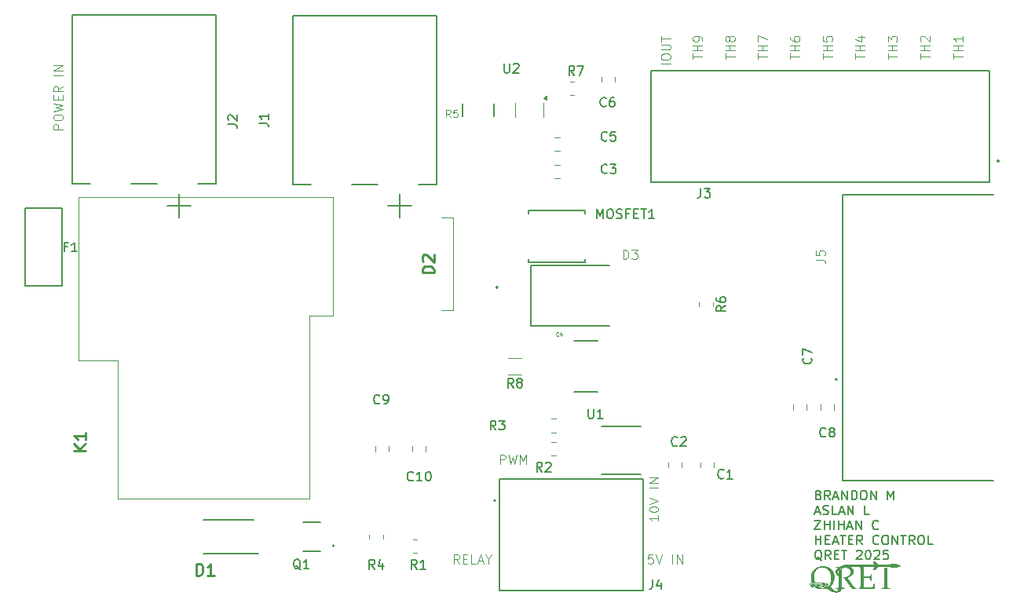
<source format=gto>
%TF.GenerationSoftware,KiCad,Pcbnew,9.0.2*%
%TF.CreationDate,2025-06-28T00:07:23+08:00*%
%TF.ProjectId,KAPTON-HEATERV2,4b415054-4f4e-42d4-9845-415445525632,rev?*%
%TF.SameCoordinates,Original*%
%TF.FileFunction,Legend,Top*%
%TF.FilePolarity,Positive*%
%FSLAX46Y46*%
G04 Gerber Fmt 4.6, Leading zero omitted, Abs format (unit mm)*
G04 Created by KiCad (PCBNEW 9.0.2) date 2025-06-28 00:07:23*
%MOMM*%
%LPD*%
G01*
G04 APERTURE LIST*
%ADD10C,0.100000*%
%ADD11C,0.150000*%
%ADD12C,0.254000*%
%ADD13C,0.098425*%
%ADD14C,0.125000*%
%ADD15C,0.200000*%
%ADD16C,0.127000*%
%ADD17C,0.120000*%
%ADD18C,0.152400*%
%ADD19C,0.000000*%
G04 APERTURE END LIST*
D10*
X167522419Y-73710722D02*
X167522419Y-73139294D01*
X168522419Y-73425008D02*
X167522419Y-73425008D01*
X168522419Y-72805960D02*
X167522419Y-72805960D01*
X167998609Y-72805960D02*
X167998609Y-72234532D01*
X168522419Y-72234532D02*
X167522419Y-72234532D01*
X168522419Y-71710722D02*
X168522419Y-71520246D01*
X168522419Y-71520246D02*
X168474800Y-71425008D01*
X168474800Y-71425008D02*
X168427180Y-71377389D01*
X168427180Y-71377389D02*
X168284323Y-71282151D01*
X168284323Y-71282151D02*
X168093847Y-71234532D01*
X168093847Y-71234532D02*
X167712895Y-71234532D01*
X167712895Y-71234532D02*
X167617657Y-71282151D01*
X167617657Y-71282151D02*
X167570038Y-71329770D01*
X167570038Y-71329770D02*
X167522419Y-71425008D01*
X167522419Y-71425008D02*
X167522419Y-71615484D01*
X167522419Y-71615484D02*
X167570038Y-71710722D01*
X167570038Y-71710722D02*
X167617657Y-71758341D01*
X167617657Y-71758341D02*
X167712895Y-71805960D01*
X167712895Y-71805960D02*
X167950990Y-71805960D01*
X167950990Y-71805960D02*
X168046228Y-71758341D01*
X168046228Y-71758341D02*
X168093847Y-71710722D01*
X168093847Y-71710722D02*
X168141466Y-71615484D01*
X168141466Y-71615484D02*
X168141466Y-71425008D01*
X168141466Y-71425008D02*
X168093847Y-71329770D01*
X168093847Y-71329770D02*
X168046228Y-71282151D01*
X168046228Y-71282151D02*
X167950990Y-71234532D01*
X171022419Y-73710722D02*
X171022419Y-73139294D01*
X172022419Y-73425008D02*
X171022419Y-73425008D01*
X172022419Y-72805960D02*
X171022419Y-72805960D01*
X171498609Y-72805960D02*
X171498609Y-72234532D01*
X172022419Y-72234532D02*
X171022419Y-72234532D01*
X171450990Y-71615484D02*
X171403371Y-71710722D01*
X171403371Y-71710722D02*
X171355752Y-71758341D01*
X171355752Y-71758341D02*
X171260514Y-71805960D01*
X171260514Y-71805960D02*
X171212895Y-71805960D01*
X171212895Y-71805960D02*
X171117657Y-71758341D01*
X171117657Y-71758341D02*
X171070038Y-71710722D01*
X171070038Y-71710722D02*
X171022419Y-71615484D01*
X171022419Y-71615484D02*
X171022419Y-71425008D01*
X171022419Y-71425008D02*
X171070038Y-71329770D01*
X171070038Y-71329770D02*
X171117657Y-71282151D01*
X171117657Y-71282151D02*
X171212895Y-71234532D01*
X171212895Y-71234532D02*
X171260514Y-71234532D01*
X171260514Y-71234532D02*
X171355752Y-71282151D01*
X171355752Y-71282151D02*
X171403371Y-71329770D01*
X171403371Y-71329770D02*
X171450990Y-71425008D01*
X171450990Y-71425008D02*
X171450990Y-71615484D01*
X171450990Y-71615484D02*
X171498609Y-71710722D01*
X171498609Y-71710722D02*
X171546228Y-71758341D01*
X171546228Y-71758341D02*
X171641466Y-71805960D01*
X171641466Y-71805960D02*
X171831942Y-71805960D01*
X171831942Y-71805960D02*
X171927180Y-71758341D01*
X171927180Y-71758341D02*
X171974800Y-71710722D01*
X171974800Y-71710722D02*
X172022419Y-71615484D01*
X172022419Y-71615484D02*
X172022419Y-71425008D01*
X172022419Y-71425008D02*
X171974800Y-71329770D01*
X171974800Y-71329770D02*
X171927180Y-71282151D01*
X171927180Y-71282151D02*
X171831942Y-71234532D01*
X171831942Y-71234532D02*
X171641466Y-71234532D01*
X171641466Y-71234532D02*
X171546228Y-71282151D01*
X171546228Y-71282151D02*
X171498609Y-71329770D01*
X171498609Y-71329770D02*
X171450990Y-71425008D01*
X174522419Y-73710722D02*
X174522419Y-73139294D01*
X175522419Y-73425008D02*
X174522419Y-73425008D01*
X175522419Y-72805960D02*
X174522419Y-72805960D01*
X174998609Y-72805960D02*
X174998609Y-72234532D01*
X175522419Y-72234532D02*
X174522419Y-72234532D01*
X174522419Y-71853579D02*
X174522419Y-71186913D01*
X174522419Y-71186913D02*
X175522419Y-71615484D01*
X165082419Y-74237865D02*
X164082419Y-74237865D01*
X164082419Y-73571199D02*
X164082419Y-73380723D01*
X164082419Y-73380723D02*
X164130038Y-73285485D01*
X164130038Y-73285485D02*
X164225276Y-73190247D01*
X164225276Y-73190247D02*
X164415752Y-73142628D01*
X164415752Y-73142628D02*
X164749085Y-73142628D01*
X164749085Y-73142628D02*
X164939561Y-73190247D01*
X164939561Y-73190247D02*
X165034800Y-73285485D01*
X165034800Y-73285485D02*
X165082419Y-73380723D01*
X165082419Y-73380723D02*
X165082419Y-73571199D01*
X165082419Y-73571199D02*
X165034800Y-73666437D01*
X165034800Y-73666437D02*
X164939561Y-73761675D01*
X164939561Y-73761675D02*
X164749085Y-73809294D01*
X164749085Y-73809294D02*
X164415752Y-73809294D01*
X164415752Y-73809294D02*
X164225276Y-73761675D01*
X164225276Y-73761675D02*
X164130038Y-73666437D01*
X164130038Y-73666437D02*
X164082419Y-73571199D01*
X164082419Y-72714056D02*
X164891942Y-72714056D01*
X164891942Y-72714056D02*
X164987180Y-72666437D01*
X164987180Y-72666437D02*
X165034800Y-72618818D01*
X165034800Y-72618818D02*
X165082419Y-72523580D01*
X165082419Y-72523580D02*
X165082419Y-72333104D01*
X165082419Y-72333104D02*
X165034800Y-72237866D01*
X165034800Y-72237866D02*
X164987180Y-72190247D01*
X164987180Y-72190247D02*
X164891942Y-72142628D01*
X164891942Y-72142628D02*
X164082419Y-72142628D01*
X164082419Y-71809294D02*
X164082419Y-71237866D01*
X165082419Y-71523580D02*
X164082419Y-71523580D01*
X163792419Y-122914056D02*
X163792419Y-123485484D01*
X163792419Y-123199770D02*
X162792419Y-123199770D01*
X162792419Y-123199770D02*
X162935276Y-123295008D01*
X162935276Y-123295008D02*
X163030514Y-123390246D01*
X163030514Y-123390246D02*
X163078133Y-123485484D01*
X162792419Y-122295008D02*
X162792419Y-122199770D01*
X162792419Y-122199770D02*
X162840038Y-122104532D01*
X162840038Y-122104532D02*
X162887657Y-122056913D01*
X162887657Y-122056913D02*
X162982895Y-122009294D01*
X162982895Y-122009294D02*
X163173371Y-121961675D01*
X163173371Y-121961675D02*
X163411466Y-121961675D01*
X163411466Y-121961675D02*
X163601942Y-122009294D01*
X163601942Y-122009294D02*
X163697180Y-122056913D01*
X163697180Y-122056913D02*
X163744800Y-122104532D01*
X163744800Y-122104532D02*
X163792419Y-122199770D01*
X163792419Y-122199770D02*
X163792419Y-122295008D01*
X163792419Y-122295008D02*
X163744800Y-122390246D01*
X163744800Y-122390246D02*
X163697180Y-122437865D01*
X163697180Y-122437865D02*
X163601942Y-122485484D01*
X163601942Y-122485484D02*
X163411466Y-122533103D01*
X163411466Y-122533103D02*
X163173371Y-122533103D01*
X163173371Y-122533103D02*
X162982895Y-122485484D01*
X162982895Y-122485484D02*
X162887657Y-122437865D01*
X162887657Y-122437865D02*
X162840038Y-122390246D01*
X162840038Y-122390246D02*
X162792419Y-122295008D01*
X162792419Y-121675960D02*
X163792419Y-121342627D01*
X163792419Y-121342627D02*
X162792419Y-121009294D01*
X163792419Y-119914055D02*
X162792419Y-119914055D01*
X163792419Y-119437865D02*
X162792419Y-119437865D01*
X162792419Y-119437865D02*
X163792419Y-118866437D01*
X163792419Y-118866437D02*
X162792419Y-118866437D01*
X178022419Y-73710722D02*
X178022419Y-73139294D01*
X179022419Y-73425008D02*
X178022419Y-73425008D01*
X179022419Y-72805960D02*
X178022419Y-72805960D01*
X178498609Y-72805960D02*
X178498609Y-72234532D01*
X179022419Y-72234532D02*
X178022419Y-72234532D01*
X178022419Y-71329770D02*
X178022419Y-71520246D01*
X178022419Y-71520246D02*
X178070038Y-71615484D01*
X178070038Y-71615484D02*
X178117657Y-71663103D01*
X178117657Y-71663103D02*
X178260514Y-71758341D01*
X178260514Y-71758341D02*
X178450990Y-71805960D01*
X178450990Y-71805960D02*
X178831942Y-71805960D01*
X178831942Y-71805960D02*
X178927180Y-71758341D01*
X178927180Y-71758341D02*
X178974800Y-71710722D01*
X178974800Y-71710722D02*
X179022419Y-71615484D01*
X179022419Y-71615484D02*
X179022419Y-71425008D01*
X179022419Y-71425008D02*
X178974800Y-71329770D01*
X178974800Y-71329770D02*
X178927180Y-71282151D01*
X178927180Y-71282151D02*
X178831942Y-71234532D01*
X178831942Y-71234532D02*
X178593847Y-71234532D01*
X178593847Y-71234532D02*
X178498609Y-71282151D01*
X178498609Y-71282151D02*
X178450990Y-71329770D01*
X178450990Y-71329770D02*
X178403371Y-71425008D01*
X178403371Y-71425008D02*
X178403371Y-71615484D01*
X178403371Y-71615484D02*
X178450990Y-71710722D01*
X178450990Y-71710722D02*
X178498609Y-71758341D01*
X178498609Y-71758341D02*
X178593847Y-71805960D01*
X192022419Y-73710722D02*
X192022419Y-73139294D01*
X193022419Y-73425008D02*
X192022419Y-73425008D01*
X193022419Y-72805960D02*
X192022419Y-72805960D01*
X192498609Y-72805960D02*
X192498609Y-72234532D01*
X193022419Y-72234532D02*
X192022419Y-72234532D01*
X192117657Y-71805960D02*
X192070038Y-71758341D01*
X192070038Y-71758341D02*
X192022419Y-71663103D01*
X192022419Y-71663103D02*
X192022419Y-71425008D01*
X192022419Y-71425008D02*
X192070038Y-71329770D01*
X192070038Y-71329770D02*
X192117657Y-71282151D01*
X192117657Y-71282151D02*
X192212895Y-71234532D01*
X192212895Y-71234532D02*
X192308133Y-71234532D01*
X192308133Y-71234532D02*
X192450990Y-71282151D01*
X192450990Y-71282151D02*
X193022419Y-71853579D01*
X193022419Y-71853579D02*
X193022419Y-71234532D01*
X142295312Y-128114169D02*
X141961979Y-127637978D01*
X141723884Y-128114169D02*
X141723884Y-127114169D01*
X141723884Y-127114169D02*
X142104836Y-127114169D01*
X142104836Y-127114169D02*
X142200074Y-127161788D01*
X142200074Y-127161788D02*
X142247693Y-127209407D01*
X142247693Y-127209407D02*
X142295312Y-127304645D01*
X142295312Y-127304645D02*
X142295312Y-127447502D01*
X142295312Y-127447502D02*
X142247693Y-127542740D01*
X142247693Y-127542740D02*
X142200074Y-127590359D01*
X142200074Y-127590359D02*
X142104836Y-127637978D01*
X142104836Y-127637978D02*
X141723884Y-127637978D01*
X142723884Y-127590359D02*
X143057217Y-127590359D01*
X143200074Y-128114169D02*
X142723884Y-128114169D01*
X142723884Y-128114169D02*
X142723884Y-127114169D01*
X142723884Y-127114169D02*
X143200074Y-127114169D01*
X144104836Y-128114169D02*
X143628646Y-128114169D01*
X143628646Y-128114169D02*
X143628646Y-127114169D01*
X144390551Y-127828454D02*
X144866741Y-127828454D01*
X144295313Y-128114169D02*
X144628646Y-127114169D01*
X144628646Y-127114169D02*
X144961979Y-128114169D01*
X145485789Y-127637978D02*
X145485789Y-128114169D01*
X145152456Y-127114169D02*
X145485789Y-127637978D01*
X145485789Y-127637978D02*
X145819122Y-127114169D01*
X160003884Y-95272419D02*
X160003884Y-94272419D01*
X160003884Y-94272419D02*
X160241979Y-94272419D01*
X160241979Y-94272419D02*
X160384836Y-94320038D01*
X160384836Y-94320038D02*
X160480074Y-94415276D01*
X160480074Y-94415276D02*
X160527693Y-94510514D01*
X160527693Y-94510514D02*
X160575312Y-94700990D01*
X160575312Y-94700990D02*
X160575312Y-94843847D01*
X160575312Y-94843847D02*
X160527693Y-95034323D01*
X160527693Y-95034323D02*
X160480074Y-95129561D01*
X160480074Y-95129561D02*
X160384836Y-95224800D01*
X160384836Y-95224800D02*
X160241979Y-95272419D01*
X160241979Y-95272419D02*
X160003884Y-95272419D01*
X160908646Y-94272419D02*
X161527693Y-94272419D01*
X161527693Y-94272419D02*
X161194360Y-94653371D01*
X161194360Y-94653371D02*
X161337217Y-94653371D01*
X161337217Y-94653371D02*
X161432455Y-94700990D01*
X161432455Y-94700990D02*
X161480074Y-94748609D01*
X161480074Y-94748609D02*
X161527693Y-94843847D01*
X161527693Y-94843847D02*
X161527693Y-95081942D01*
X161527693Y-95081942D02*
X161480074Y-95177180D01*
X161480074Y-95177180D02*
X161432455Y-95224800D01*
X161432455Y-95224800D02*
X161337217Y-95272419D01*
X161337217Y-95272419D02*
X161051503Y-95272419D01*
X161051503Y-95272419D02*
X160956265Y-95224800D01*
X160956265Y-95224800D02*
X160908646Y-95177180D01*
X181522419Y-73710722D02*
X181522419Y-73139294D01*
X182522419Y-73425008D02*
X181522419Y-73425008D01*
X182522419Y-72805960D02*
X181522419Y-72805960D01*
X181998609Y-72805960D02*
X181998609Y-72234532D01*
X182522419Y-72234532D02*
X181522419Y-72234532D01*
X181522419Y-71282151D02*
X181522419Y-71758341D01*
X181522419Y-71758341D02*
X181998609Y-71805960D01*
X181998609Y-71805960D02*
X181950990Y-71758341D01*
X181950990Y-71758341D02*
X181903371Y-71663103D01*
X181903371Y-71663103D02*
X181903371Y-71425008D01*
X181903371Y-71425008D02*
X181950990Y-71329770D01*
X181950990Y-71329770D02*
X181998609Y-71282151D01*
X181998609Y-71282151D02*
X182093847Y-71234532D01*
X182093847Y-71234532D02*
X182331942Y-71234532D01*
X182331942Y-71234532D02*
X182427180Y-71282151D01*
X182427180Y-71282151D02*
X182474800Y-71329770D01*
X182474800Y-71329770D02*
X182522419Y-71425008D01*
X182522419Y-71425008D02*
X182522419Y-71663103D01*
X182522419Y-71663103D02*
X182474800Y-71758341D01*
X182474800Y-71758341D02*
X182427180Y-71805960D01*
D11*
X181070112Y-120706233D02*
X181212969Y-120753852D01*
X181212969Y-120753852D02*
X181260588Y-120801471D01*
X181260588Y-120801471D02*
X181308207Y-120896709D01*
X181308207Y-120896709D02*
X181308207Y-121039566D01*
X181308207Y-121039566D02*
X181260588Y-121134804D01*
X181260588Y-121134804D02*
X181212969Y-121182424D01*
X181212969Y-121182424D02*
X181117731Y-121230043D01*
X181117731Y-121230043D02*
X180736779Y-121230043D01*
X180736779Y-121230043D02*
X180736779Y-120230043D01*
X180736779Y-120230043D02*
X181070112Y-120230043D01*
X181070112Y-120230043D02*
X181165350Y-120277662D01*
X181165350Y-120277662D02*
X181212969Y-120325281D01*
X181212969Y-120325281D02*
X181260588Y-120420519D01*
X181260588Y-120420519D02*
X181260588Y-120515757D01*
X181260588Y-120515757D02*
X181212969Y-120610995D01*
X181212969Y-120610995D02*
X181165350Y-120658614D01*
X181165350Y-120658614D02*
X181070112Y-120706233D01*
X181070112Y-120706233D02*
X180736779Y-120706233D01*
X182308207Y-121230043D02*
X181974874Y-120753852D01*
X181736779Y-121230043D02*
X181736779Y-120230043D01*
X181736779Y-120230043D02*
X182117731Y-120230043D01*
X182117731Y-120230043D02*
X182212969Y-120277662D01*
X182212969Y-120277662D02*
X182260588Y-120325281D01*
X182260588Y-120325281D02*
X182308207Y-120420519D01*
X182308207Y-120420519D02*
X182308207Y-120563376D01*
X182308207Y-120563376D02*
X182260588Y-120658614D01*
X182260588Y-120658614D02*
X182212969Y-120706233D01*
X182212969Y-120706233D02*
X182117731Y-120753852D01*
X182117731Y-120753852D02*
X181736779Y-120753852D01*
X182689160Y-120944328D02*
X183165350Y-120944328D01*
X182593922Y-121230043D02*
X182927255Y-120230043D01*
X182927255Y-120230043D02*
X183260588Y-121230043D01*
X183593922Y-121230043D02*
X183593922Y-120230043D01*
X183593922Y-120230043D02*
X184165350Y-121230043D01*
X184165350Y-121230043D02*
X184165350Y-120230043D01*
X184641541Y-121230043D02*
X184641541Y-120230043D01*
X184641541Y-120230043D02*
X184879636Y-120230043D01*
X184879636Y-120230043D02*
X185022493Y-120277662D01*
X185022493Y-120277662D02*
X185117731Y-120372900D01*
X185117731Y-120372900D02*
X185165350Y-120468138D01*
X185165350Y-120468138D02*
X185212969Y-120658614D01*
X185212969Y-120658614D02*
X185212969Y-120801471D01*
X185212969Y-120801471D02*
X185165350Y-120991947D01*
X185165350Y-120991947D02*
X185117731Y-121087185D01*
X185117731Y-121087185D02*
X185022493Y-121182424D01*
X185022493Y-121182424D02*
X184879636Y-121230043D01*
X184879636Y-121230043D02*
X184641541Y-121230043D01*
X185832017Y-120230043D02*
X186022493Y-120230043D01*
X186022493Y-120230043D02*
X186117731Y-120277662D01*
X186117731Y-120277662D02*
X186212969Y-120372900D01*
X186212969Y-120372900D02*
X186260588Y-120563376D01*
X186260588Y-120563376D02*
X186260588Y-120896709D01*
X186260588Y-120896709D02*
X186212969Y-121087185D01*
X186212969Y-121087185D02*
X186117731Y-121182424D01*
X186117731Y-121182424D02*
X186022493Y-121230043D01*
X186022493Y-121230043D02*
X185832017Y-121230043D01*
X185832017Y-121230043D02*
X185736779Y-121182424D01*
X185736779Y-121182424D02*
X185641541Y-121087185D01*
X185641541Y-121087185D02*
X185593922Y-120896709D01*
X185593922Y-120896709D02*
X185593922Y-120563376D01*
X185593922Y-120563376D02*
X185641541Y-120372900D01*
X185641541Y-120372900D02*
X185736779Y-120277662D01*
X185736779Y-120277662D02*
X185832017Y-120230043D01*
X186689160Y-121230043D02*
X186689160Y-120230043D01*
X186689160Y-120230043D02*
X187260588Y-121230043D01*
X187260588Y-121230043D02*
X187260588Y-120230043D01*
X188498684Y-121230043D02*
X188498684Y-120230043D01*
X188498684Y-120230043D02*
X188832017Y-120944328D01*
X188832017Y-120944328D02*
X189165350Y-120230043D01*
X189165350Y-120230043D02*
X189165350Y-121230043D01*
X180689160Y-122554272D02*
X181165350Y-122554272D01*
X180593922Y-122839987D02*
X180927255Y-121839987D01*
X180927255Y-121839987D02*
X181260588Y-122839987D01*
X181546303Y-122792368D02*
X181689160Y-122839987D01*
X181689160Y-122839987D02*
X181927255Y-122839987D01*
X181927255Y-122839987D02*
X182022493Y-122792368D01*
X182022493Y-122792368D02*
X182070112Y-122744748D01*
X182070112Y-122744748D02*
X182117731Y-122649510D01*
X182117731Y-122649510D02*
X182117731Y-122554272D01*
X182117731Y-122554272D02*
X182070112Y-122459034D01*
X182070112Y-122459034D02*
X182022493Y-122411415D01*
X182022493Y-122411415D02*
X181927255Y-122363796D01*
X181927255Y-122363796D02*
X181736779Y-122316177D01*
X181736779Y-122316177D02*
X181641541Y-122268558D01*
X181641541Y-122268558D02*
X181593922Y-122220939D01*
X181593922Y-122220939D02*
X181546303Y-122125701D01*
X181546303Y-122125701D02*
X181546303Y-122030463D01*
X181546303Y-122030463D02*
X181593922Y-121935225D01*
X181593922Y-121935225D02*
X181641541Y-121887606D01*
X181641541Y-121887606D02*
X181736779Y-121839987D01*
X181736779Y-121839987D02*
X181974874Y-121839987D01*
X181974874Y-121839987D02*
X182117731Y-121887606D01*
X183022493Y-122839987D02*
X182546303Y-122839987D01*
X182546303Y-122839987D02*
X182546303Y-121839987D01*
X183308208Y-122554272D02*
X183784398Y-122554272D01*
X183212970Y-122839987D02*
X183546303Y-121839987D01*
X183546303Y-121839987D02*
X183879636Y-122839987D01*
X184212970Y-122839987D02*
X184212970Y-121839987D01*
X184212970Y-121839987D02*
X184784398Y-122839987D01*
X184784398Y-122839987D02*
X184784398Y-121839987D01*
X186498684Y-122839987D02*
X186022494Y-122839987D01*
X186022494Y-122839987D02*
X186022494Y-121839987D01*
X180641541Y-123449931D02*
X181308207Y-123449931D01*
X181308207Y-123449931D02*
X180641541Y-124449931D01*
X180641541Y-124449931D02*
X181308207Y-124449931D01*
X181689160Y-124449931D02*
X181689160Y-123449931D01*
X181689160Y-123926121D02*
X182260588Y-123926121D01*
X182260588Y-124449931D02*
X182260588Y-123449931D01*
X182736779Y-124449931D02*
X182736779Y-123449931D01*
X183212969Y-124449931D02*
X183212969Y-123449931D01*
X183212969Y-123926121D02*
X183784397Y-123926121D01*
X183784397Y-124449931D02*
X183784397Y-123449931D01*
X184212969Y-124164216D02*
X184689159Y-124164216D01*
X184117731Y-124449931D02*
X184451064Y-123449931D01*
X184451064Y-123449931D02*
X184784397Y-124449931D01*
X185117731Y-124449931D02*
X185117731Y-123449931D01*
X185117731Y-123449931D02*
X185689159Y-124449931D01*
X185689159Y-124449931D02*
X185689159Y-123449931D01*
X187498683Y-124354692D02*
X187451064Y-124402312D01*
X187451064Y-124402312D02*
X187308207Y-124449931D01*
X187308207Y-124449931D02*
X187212969Y-124449931D01*
X187212969Y-124449931D02*
X187070112Y-124402312D01*
X187070112Y-124402312D02*
X186974874Y-124307073D01*
X186974874Y-124307073D02*
X186927255Y-124211835D01*
X186927255Y-124211835D02*
X186879636Y-124021359D01*
X186879636Y-124021359D02*
X186879636Y-123878502D01*
X186879636Y-123878502D02*
X186927255Y-123688026D01*
X186927255Y-123688026D02*
X186974874Y-123592788D01*
X186974874Y-123592788D02*
X187070112Y-123497550D01*
X187070112Y-123497550D02*
X187212969Y-123449931D01*
X187212969Y-123449931D02*
X187308207Y-123449931D01*
X187308207Y-123449931D02*
X187451064Y-123497550D01*
X187451064Y-123497550D02*
X187498683Y-123545169D01*
X180736779Y-126059875D02*
X180736779Y-125059875D01*
X180736779Y-125536065D02*
X181308207Y-125536065D01*
X181308207Y-126059875D02*
X181308207Y-125059875D01*
X181784398Y-125536065D02*
X182117731Y-125536065D01*
X182260588Y-126059875D02*
X181784398Y-126059875D01*
X181784398Y-126059875D02*
X181784398Y-125059875D01*
X181784398Y-125059875D02*
X182260588Y-125059875D01*
X182641541Y-125774160D02*
X183117731Y-125774160D01*
X182546303Y-126059875D02*
X182879636Y-125059875D01*
X182879636Y-125059875D02*
X183212969Y-126059875D01*
X183403446Y-125059875D02*
X183974874Y-125059875D01*
X183689160Y-126059875D02*
X183689160Y-125059875D01*
X184308208Y-125536065D02*
X184641541Y-125536065D01*
X184784398Y-126059875D02*
X184308208Y-126059875D01*
X184308208Y-126059875D02*
X184308208Y-125059875D01*
X184308208Y-125059875D02*
X184784398Y-125059875D01*
X185784398Y-126059875D02*
X185451065Y-125583684D01*
X185212970Y-126059875D02*
X185212970Y-125059875D01*
X185212970Y-125059875D02*
X185593922Y-125059875D01*
X185593922Y-125059875D02*
X185689160Y-125107494D01*
X185689160Y-125107494D02*
X185736779Y-125155113D01*
X185736779Y-125155113D02*
X185784398Y-125250351D01*
X185784398Y-125250351D02*
X185784398Y-125393208D01*
X185784398Y-125393208D02*
X185736779Y-125488446D01*
X185736779Y-125488446D02*
X185689160Y-125536065D01*
X185689160Y-125536065D02*
X185593922Y-125583684D01*
X185593922Y-125583684D02*
X185212970Y-125583684D01*
X187546303Y-125964636D02*
X187498684Y-126012256D01*
X187498684Y-126012256D02*
X187355827Y-126059875D01*
X187355827Y-126059875D02*
X187260589Y-126059875D01*
X187260589Y-126059875D02*
X187117732Y-126012256D01*
X187117732Y-126012256D02*
X187022494Y-125917017D01*
X187022494Y-125917017D02*
X186974875Y-125821779D01*
X186974875Y-125821779D02*
X186927256Y-125631303D01*
X186927256Y-125631303D02*
X186927256Y-125488446D01*
X186927256Y-125488446D02*
X186974875Y-125297970D01*
X186974875Y-125297970D02*
X187022494Y-125202732D01*
X187022494Y-125202732D02*
X187117732Y-125107494D01*
X187117732Y-125107494D02*
X187260589Y-125059875D01*
X187260589Y-125059875D02*
X187355827Y-125059875D01*
X187355827Y-125059875D02*
X187498684Y-125107494D01*
X187498684Y-125107494D02*
X187546303Y-125155113D01*
X188165351Y-125059875D02*
X188355827Y-125059875D01*
X188355827Y-125059875D02*
X188451065Y-125107494D01*
X188451065Y-125107494D02*
X188546303Y-125202732D01*
X188546303Y-125202732D02*
X188593922Y-125393208D01*
X188593922Y-125393208D02*
X188593922Y-125726541D01*
X188593922Y-125726541D02*
X188546303Y-125917017D01*
X188546303Y-125917017D02*
X188451065Y-126012256D01*
X188451065Y-126012256D02*
X188355827Y-126059875D01*
X188355827Y-126059875D02*
X188165351Y-126059875D01*
X188165351Y-126059875D02*
X188070113Y-126012256D01*
X188070113Y-126012256D02*
X187974875Y-125917017D01*
X187974875Y-125917017D02*
X187927256Y-125726541D01*
X187927256Y-125726541D02*
X187927256Y-125393208D01*
X187927256Y-125393208D02*
X187974875Y-125202732D01*
X187974875Y-125202732D02*
X188070113Y-125107494D01*
X188070113Y-125107494D02*
X188165351Y-125059875D01*
X189022494Y-126059875D02*
X189022494Y-125059875D01*
X189022494Y-125059875D02*
X189593922Y-126059875D01*
X189593922Y-126059875D02*
X189593922Y-125059875D01*
X189927256Y-125059875D02*
X190498684Y-125059875D01*
X190212970Y-126059875D02*
X190212970Y-125059875D01*
X191403446Y-126059875D02*
X191070113Y-125583684D01*
X190832018Y-126059875D02*
X190832018Y-125059875D01*
X190832018Y-125059875D02*
X191212970Y-125059875D01*
X191212970Y-125059875D02*
X191308208Y-125107494D01*
X191308208Y-125107494D02*
X191355827Y-125155113D01*
X191355827Y-125155113D02*
X191403446Y-125250351D01*
X191403446Y-125250351D02*
X191403446Y-125393208D01*
X191403446Y-125393208D02*
X191355827Y-125488446D01*
X191355827Y-125488446D02*
X191308208Y-125536065D01*
X191308208Y-125536065D02*
X191212970Y-125583684D01*
X191212970Y-125583684D02*
X190832018Y-125583684D01*
X192022494Y-125059875D02*
X192212970Y-125059875D01*
X192212970Y-125059875D02*
X192308208Y-125107494D01*
X192308208Y-125107494D02*
X192403446Y-125202732D01*
X192403446Y-125202732D02*
X192451065Y-125393208D01*
X192451065Y-125393208D02*
X192451065Y-125726541D01*
X192451065Y-125726541D02*
X192403446Y-125917017D01*
X192403446Y-125917017D02*
X192308208Y-126012256D01*
X192308208Y-126012256D02*
X192212970Y-126059875D01*
X192212970Y-126059875D02*
X192022494Y-126059875D01*
X192022494Y-126059875D02*
X191927256Y-126012256D01*
X191927256Y-126012256D02*
X191832018Y-125917017D01*
X191832018Y-125917017D02*
X191784399Y-125726541D01*
X191784399Y-125726541D02*
X191784399Y-125393208D01*
X191784399Y-125393208D02*
X191832018Y-125202732D01*
X191832018Y-125202732D02*
X191927256Y-125107494D01*
X191927256Y-125107494D02*
X192022494Y-125059875D01*
X193355827Y-126059875D02*
X192879637Y-126059875D01*
X192879637Y-126059875D02*
X192879637Y-125059875D01*
X181403445Y-127765057D02*
X181308207Y-127717438D01*
X181308207Y-127717438D02*
X181212969Y-127622200D01*
X181212969Y-127622200D02*
X181070112Y-127479342D01*
X181070112Y-127479342D02*
X180974874Y-127431723D01*
X180974874Y-127431723D02*
X180879636Y-127431723D01*
X180927255Y-127669819D02*
X180832017Y-127622200D01*
X180832017Y-127622200D02*
X180736779Y-127526961D01*
X180736779Y-127526961D02*
X180689160Y-127336485D01*
X180689160Y-127336485D02*
X180689160Y-127003152D01*
X180689160Y-127003152D02*
X180736779Y-126812676D01*
X180736779Y-126812676D02*
X180832017Y-126717438D01*
X180832017Y-126717438D02*
X180927255Y-126669819D01*
X180927255Y-126669819D02*
X181117731Y-126669819D01*
X181117731Y-126669819D02*
X181212969Y-126717438D01*
X181212969Y-126717438D02*
X181308207Y-126812676D01*
X181308207Y-126812676D02*
X181355826Y-127003152D01*
X181355826Y-127003152D02*
X181355826Y-127336485D01*
X181355826Y-127336485D02*
X181308207Y-127526961D01*
X181308207Y-127526961D02*
X181212969Y-127622200D01*
X181212969Y-127622200D02*
X181117731Y-127669819D01*
X181117731Y-127669819D02*
X180927255Y-127669819D01*
X182355826Y-127669819D02*
X182022493Y-127193628D01*
X181784398Y-127669819D02*
X181784398Y-126669819D01*
X181784398Y-126669819D02*
X182165350Y-126669819D01*
X182165350Y-126669819D02*
X182260588Y-126717438D01*
X182260588Y-126717438D02*
X182308207Y-126765057D01*
X182308207Y-126765057D02*
X182355826Y-126860295D01*
X182355826Y-126860295D02*
X182355826Y-127003152D01*
X182355826Y-127003152D02*
X182308207Y-127098390D01*
X182308207Y-127098390D02*
X182260588Y-127146009D01*
X182260588Y-127146009D02*
X182165350Y-127193628D01*
X182165350Y-127193628D02*
X181784398Y-127193628D01*
X182784398Y-127146009D02*
X183117731Y-127146009D01*
X183260588Y-127669819D02*
X182784398Y-127669819D01*
X182784398Y-127669819D02*
X182784398Y-126669819D01*
X182784398Y-126669819D02*
X183260588Y-126669819D01*
X183546303Y-126669819D02*
X184117731Y-126669819D01*
X183832017Y-127669819D02*
X183832017Y-126669819D01*
X185165351Y-126765057D02*
X185212970Y-126717438D01*
X185212970Y-126717438D02*
X185308208Y-126669819D01*
X185308208Y-126669819D02*
X185546303Y-126669819D01*
X185546303Y-126669819D02*
X185641541Y-126717438D01*
X185641541Y-126717438D02*
X185689160Y-126765057D01*
X185689160Y-126765057D02*
X185736779Y-126860295D01*
X185736779Y-126860295D02*
X185736779Y-126955533D01*
X185736779Y-126955533D02*
X185689160Y-127098390D01*
X185689160Y-127098390D02*
X185117732Y-127669819D01*
X185117732Y-127669819D02*
X185736779Y-127669819D01*
X186355827Y-126669819D02*
X186451065Y-126669819D01*
X186451065Y-126669819D02*
X186546303Y-126717438D01*
X186546303Y-126717438D02*
X186593922Y-126765057D01*
X186593922Y-126765057D02*
X186641541Y-126860295D01*
X186641541Y-126860295D02*
X186689160Y-127050771D01*
X186689160Y-127050771D02*
X186689160Y-127288866D01*
X186689160Y-127288866D02*
X186641541Y-127479342D01*
X186641541Y-127479342D02*
X186593922Y-127574580D01*
X186593922Y-127574580D02*
X186546303Y-127622200D01*
X186546303Y-127622200D02*
X186451065Y-127669819D01*
X186451065Y-127669819D02*
X186355827Y-127669819D01*
X186355827Y-127669819D02*
X186260589Y-127622200D01*
X186260589Y-127622200D02*
X186212970Y-127574580D01*
X186212970Y-127574580D02*
X186165351Y-127479342D01*
X186165351Y-127479342D02*
X186117732Y-127288866D01*
X186117732Y-127288866D02*
X186117732Y-127050771D01*
X186117732Y-127050771D02*
X186165351Y-126860295D01*
X186165351Y-126860295D02*
X186212970Y-126765057D01*
X186212970Y-126765057D02*
X186260589Y-126717438D01*
X186260589Y-126717438D02*
X186355827Y-126669819D01*
X187070113Y-126765057D02*
X187117732Y-126717438D01*
X187117732Y-126717438D02*
X187212970Y-126669819D01*
X187212970Y-126669819D02*
X187451065Y-126669819D01*
X187451065Y-126669819D02*
X187546303Y-126717438D01*
X187546303Y-126717438D02*
X187593922Y-126765057D01*
X187593922Y-126765057D02*
X187641541Y-126860295D01*
X187641541Y-126860295D02*
X187641541Y-126955533D01*
X187641541Y-126955533D02*
X187593922Y-127098390D01*
X187593922Y-127098390D02*
X187022494Y-127669819D01*
X187022494Y-127669819D02*
X187641541Y-127669819D01*
X188546303Y-126669819D02*
X188070113Y-126669819D01*
X188070113Y-126669819D02*
X188022494Y-127146009D01*
X188022494Y-127146009D02*
X188070113Y-127098390D01*
X188070113Y-127098390D02*
X188165351Y-127050771D01*
X188165351Y-127050771D02*
X188403446Y-127050771D01*
X188403446Y-127050771D02*
X188498684Y-127098390D01*
X188498684Y-127098390D02*
X188546303Y-127146009D01*
X188546303Y-127146009D02*
X188593922Y-127241247D01*
X188593922Y-127241247D02*
X188593922Y-127479342D01*
X188593922Y-127479342D02*
X188546303Y-127574580D01*
X188546303Y-127574580D02*
X188498684Y-127622200D01*
X188498684Y-127622200D02*
X188403446Y-127669819D01*
X188403446Y-127669819D02*
X188165351Y-127669819D01*
X188165351Y-127669819D02*
X188070113Y-127622200D01*
X188070113Y-127622200D02*
X188022494Y-127574580D01*
D10*
X146723884Y-117372419D02*
X146723884Y-116372419D01*
X146723884Y-116372419D02*
X147104836Y-116372419D01*
X147104836Y-116372419D02*
X147200074Y-116420038D01*
X147200074Y-116420038D02*
X147247693Y-116467657D01*
X147247693Y-116467657D02*
X147295312Y-116562895D01*
X147295312Y-116562895D02*
X147295312Y-116705752D01*
X147295312Y-116705752D02*
X147247693Y-116800990D01*
X147247693Y-116800990D02*
X147200074Y-116848609D01*
X147200074Y-116848609D02*
X147104836Y-116896228D01*
X147104836Y-116896228D02*
X146723884Y-116896228D01*
X147628646Y-116372419D02*
X147866741Y-117372419D01*
X147866741Y-117372419D02*
X148057217Y-116658133D01*
X148057217Y-116658133D02*
X148247693Y-117372419D01*
X148247693Y-117372419D02*
X148485789Y-116372419D01*
X148866741Y-117372419D02*
X148866741Y-116372419D01*
X148866741Y-116372419D02*
X149200074Y-117086704D01*
X149200074Y-117086704D02*
X149533407Y-116372419D01*
X149533407Y-116372419D02*
X149533407Y-117372419D01*
X163200074Y-127114169D02*
X162723884Y-127114169D01*
X162723884Y-127114169D02*
X162676265Y-127590359D01*
X162676265Y-127590359D02*
X162723884Y-127542740D01*
X162723884Y-127542740D02*
X162819122Y-127495121D01*
X162819122Y-127495121D02*
X163057217Y-127495121D01*
X163057217Y-127495121D02*
X163152455Y-127542740D01*
X163152455Y-127542740D02*
X163200074Y-127590359D01*
X163200074Y-127590359D02*
X163247693Y-127685597D01*
X163247693Y-127685597D02*
X163247693Y-127923692D01*
X163247693Y-127923692D02*
X163200074Y-128018930D01*
X163200074Y-128018930D02*
X163152455Y-128066550D01*
X163152455Y-128066550D02*
X163057217Y-128114169D01*
X163057217Y-128114169D02*
X162819122Y-128114169D01*
X162819122Y-128114169D02*
X162723884Y-128066550D01*
X162723884Y-128066550D02*
X162676265Y-128018930D01*
X163533408Y-127114169D02*
X163866741Y-128114169D01*
X163866741Y-128114169D02*
X164200074Y-127114169D01*
X165295313Y-128114169D02*
X165295313Y-127114169D01*
X165771503Y-128114169D02*
X165771503Y-127114169D01*
X165771503Y-127114169D02*
X166342931Y-128114169D01*
X166342931Y-128114169D02*
X166342931Y-127114169D01*
X99572419Y-81296115D02*
X98572419Y-81296115D01*
X98572419Y-81296115D02*
X98572419Y-80915163D01*
X98572419Y-80915163D02*
X98620038Y-80819925D01*
X98620038Y-80819925D02*
X98667657Y-80772306D01*
X98667657Y-80772306D02*
X98762895Y-80724687D01*
X98762895Y-80724687D02*
X98905752Y-80724687D01*
X98905752Y-80724687D02*
X99000990Y-80772306D01*
X99000990Y-80772306D02*
X99048609Y-80819925D01*
X99048609Y-80819925D02*
X99096228Y-80915163D01*
X99096228Y-80915163D02*
X99096228Y-81296115D01*
X98572419Y-80105639D02*
X98572419Y-79915163D01*
X98572419Y-79915163D02*
X98620038Y-79819925D01*
X98620038Y-79819925D02*
X98715276Y-79724687D01*
X98715276Y-79724687D02*
X98905752Y-79677068D01*
X98905752Y-79677068D02*
X99239085Y-79677068D01*
X99239085Y-79677068D02*
X99429561Y-79724687D01*
X99429561Y-79724687D02*
X99524800Y-79819925D01*
X99524800Y-79819925D02*
X99572419Y-79915163D01*
X99572419Y-79915163D02*
X99572419Y-80105639D01*
X99572419Y-80105639D02*
X99524800Y-80200877D01*
X99524800Y-80200877D02*
X99429561Y-80296115D01*
X99429561Y-80296115D02*
X99239085Y-80343734D01*
X99239085Y-80343734D02*
X98905752Y-80343734D01*
X98905752Y-80343734D02*
X98715276Y-80296115D01*
X98715276Y-80296115D02*
X98620038Y-80200877D01*
X98620038Y-80200877D02*
X98572419Y-80105639D01*
X98572419Y-79343734D02*
X99572419Y-79105639D01*
X99572419Y-79105639D02*
X98858133Y-78915163D01*
X98858133Y-78915163D02*
X99572419Y-78724687D01*
X99572419Y-78724687D02*
X98572419Y-78486592D01*
X99048609Y-78105639D02*
X99048609Y-77772306D01*
X99572419Y-77629449D02*
X99572419Y-78105639D01*
X99572419Y-78105639D02*
X98572419Y-78105639D01*
X98572419Y-78105639D02*
X98572419Y-77629449D01*
X99572419Y-76629449D02*
X99096228Y-76962782D01*
X99572419Y-77200877D02*
X98572419Y-77200877D01*
X98572419Y-77200877D02*
X98572419Y-76819925D01*
X98572419Y-76819925D02*
X98620038Y-76724687D01*
X98620038Y-76724687D02*
X98667657Y-76677068D01*
X98667657Y-76677068D02*
X98762895Y-76629449D01*
X98762895Y-76629449D02*
X98905752Y-76629449D01*
X98905752Y-76629449D02*
X99000990Y-76677068D01*
X99000990Y-76677068D02*
X99048609Y-76724687D01*
X99048609Y-76724687D02*
X99096228Y-76819925D01*
X99096228Y-76819925D02*
X99096228Y-77200877D01*
X99572419Y-75438972D02*
X98572419Y-75438972D01*
X99572419Y-74962782D02*
X98572419Y-74962782D01*
X98572419Y-74962782D02*
X99572419Y-74391354D01*
X99572419Y-74391354D02*
X98572419Y-74391354D01*
X188522419Y-73710722D02*
X188522419Y-73139294D01*
X189522419Y-73425008D02*
X188522419Y-73425008D01*
X189522419Y-72805960D02*
X188522419Y-72805960D01*
X188998609Y-72805960D02*
X188998609Y-72234532D01*
X189522419Y-72234532D02*
X188522419Y-72234532D01*
X188522419Y-71853579D02*
X188522419Y-71234532D01*
X188522419Y-71234532D02*
X188903371Y-71567865D01*
X188903371Y-71567865D02*
X188903371Y-71425008D01*
X188903371Y-71425008D02*
X188950990Y-71329770D01*
X188950990Y-71329770D02*
X188998609Y-71282151D01*
X188998609Y-71282151D02*
X189093847Y-71234532D01*
X189093847Y-71234532D02*
X189331942Y-71234532D01*
X189331942Y-71234532D02*
X189427180Y-71282151D01*
X189427180Y-71282151D02*
X189474800Y-71329770D01*
X189474800Y-71329770D02*
X189522419Y-71425008D01*
X189522419Y-71425008D02*
X189522419Y-71710722D01*
X189522419Y-71710722D02*
X189474800Y-71805960D01*
X189474800Y-71805960D02*
X189427180Y-71853579D01*
X195622419Y-73710722D02*
X195622419Y-73139294D01*
X196622419Y-73425008D02*
X195622419Y-73425008D01*
X196622419Y-72805960D02*
X195622419Y-72805960D01*
X196098609Y-72805960D02*
X196098609Y-72234532D01*
X196622419Y-72234532D02*
X195622419Y-72234532D01*
X196622419Y-71234532D02*
X196622419Y-71805960D01*
X196622419Y-71520246D02*
X195622419Y-71520246D01*
X195622419Y-71520246D02*
X195765276Y-71615484D01*
X195765276Y-71615484D02*
X195860514Y-71710722D01*
X195860514Y-71710722D02*
X195908133Y-71805960D01*
X185022419Y-73710722D02*
X185022419Y-73139294D01*
X186022419Y-73425008D02*
X185022419Y-73425008D01*
X186022419Y-72805960D02*
X185022419Y-72805960D01*
X185498609Y-72805960D02*
X185498609Y-72234532D01*
X186022419Y-72234532D02*
X185022419Y-72234532D01*
X185355752Y-71329770D02*
X186022419Y-71329770D01*
X184974800Y-71567865D02*
X185689085Y-71805960D01*
X185689085Y-71805960D02*
X185689085Y-71186913D01*
D11*
X168366666Y-87654819D02*
X168366666Y-88369104D01*
X168366666Y-88369104D02*
X168319047Y-88511961D01*
X168319047Y-88511961D02*
X168223809Y-88607200D01*
X168223809Y-88607200D02*
X168080952Y-88654819D01*
X168080952Y-88654819D02*
X167985714Y-88654819D01*
X168747619Y-87654819D02*
X169366666Y-87654819D01*
X169366666Y-87654819D02*
X169033333Y-88035771D01*
X169033333Y-88035771D02*
X169176190Y-88035771D01*
X169176190Y-88035771D02*
X169271428Y-88083390D01*
X169271428Y-88083390D02*
X169319047Y-88131009D01*
X169319047Y-88131009D02*
X169366666Y-88226247D01*
X169366666Y-88226247D02*
X169366666Y-88464342D01*
X169366666Y-88464342D02*
X169319047Y-88559580D01*
X169319047Y-88559580D02*
X169271428Y-88607200D01*
X169271428Y-88607200D02*
X169176190Y-88654819D01*
X169176190Y-88654819D02*
X168890476Y-88654819D01*
X168890476Y-88654819D02*
X168795238Y-88607200D01*
X168795238Y-88607200D02*
X168747619Y-88559580D01*
D12*
X139593818Y-96757381D02*
X138323818Y-96757381D01*
X138323818Y-96757381D02*
X138323818Y-96455000D01*
X138323818Y-96455000D02*
X138384294Y-96273571D01*
X138384294Y-96273571D02*
X138505246Y-96152619D01*
X138505246Y-96152619D02*
X138626199Y-96092142D01*
X138626199Y-96092142D02*
X138868103Y-96031666D01*
X138868103Y-96031666D02*
X139049532Y-96031666D01*
X139049532Y-96031666D02*
X139291437Y-96092142D01*
X139291437Y-96092142D02*
X139412389Y-96152619D01*
X139412389Y-96152619D02*
X139533342Y-96273571D01*
X139533342Y-96273571D02*
X139593818Y-96455000D01*
X139593818Y-96455000D02*
X139593818Y-96757381D01*
X138444770Y-95547857D02*
X138384294Y-95487381D01*
X138384294Y-95487381D02*
X138323818Y-95366428D01*
X138323818Y-95366428D02*
X138323818Y-95064047D01*
X138323818Y-95064047D02*
X138384294Y-94943095D01*
X138384294Y-94943095D02*
X138444770Y-94882619D01*
X138444770Y-94882619D02*
X138565722Y-94822142D01*
X138565722Y-94822142D02*
X138686675Y-94822142D01*
X138686675Y-94822142D02*
X138868103Y-94882619D01*
X138868103Y-94882619D02*
X139593818Y-95608333D01*
X139593818Y-95608333D02*
X139593818Y-94822142D01*
D11*
X133733333Y-110809580D02*
X133685714Y-110857200D01*
X133685714Y-110857200D02*
X133542857Y-110904819D01*
X133542857Y-110904819D02*
X133447619Y-110904819D01*
X133447619Y-110904819D02*
X133304762Y-110857200D01*
X133304762Y-110857200D02*
X133209524Y-110761961D01*
X133209524Y-110761961D02*
X133161905Y-110666723D01*
X133161905Y-110666723D02*
X133114286Y-110476247D01*
X133114286Y-110476247D02*
X133114286Y-110333390D01*
X133114286Y-110333390D02*
X133161905Y-110142914D01*
X133161905Y-110142914D02*
X133209524Y-110047676D01*
X133209524Y-110047676D02*
X133304762Y-109952438D01*
X133304762Y-109952438D02*
X133447619Y-109904819D01*
X133447619Y-109904819D02*
X133542857Y-109904819D01*
X133542857Y-109904819D02*
X133685714Y-109952438D01*
X133685714Y-109952438D02*
X133733333Y-110000057D01*
X134209524Y-110904819D02*
X134400000Y-110904819D01*
X134400000Y-110904819D02*
X134495238Y-110857200D01*
X134495238Y-110857200D02*
X134542857Y-110809580D01*
X134542857Y-110809580D02*
X134638095Y-110666723D01*
X134638095Y-110666723D02*
X134685714Y-110476247D01*
X134685714Y-110476247D02*
X134685714Y-110095295D01*
X134685714Y-110095295D02*
X134638095Y-110000057D01*
X134638095Y-110000057D02*
X134590476Y-109952438D01*
X134590476Y-109952438D02*
X134495238Y-109904819D01*
X134495238Y-109904819D02*
X134304762Y-109904819D01*
X134304762Y-109904819D02*
X134209524Y-109952438D01*
X134209524Y-109952438D02*
X134161905Y-110000057D01*
X134161905Y-110000057D02*
X134114286Y-110095295D01*
X134114286Y-110095295D02*
X134114286Y-110333390D01*
X134114286Y-110333390D02*
X134161905Y-110428628D01*
X134161905Y-110428628D02*
X134209524Y-110476247D01*
X134209524Y-110476247D02*
X134304762Y-110523866D01*
X134304762Y-110523866D02*
X134495238Y-110523866D01*
X134495238Y-110523866D02*
X134590476Y-110476247D01*
X134590476Y-110476247D02*
X134638095Y-110428628D01*
X134638095Y-110428628D02*
X134685714Y-110333390D01*
X120754583Y-80633480D02*
X121469183Y-80633480D01*
X121469183Y-80633480D02*
X121612103Y-80681120D01*
X121612103Y-80681120D02*
X121707384Y-80776400D01*
X121707384Y-80776400D02*
X121755024Y-80919320D01*
X121755024Y-80919320D02*
X121755024Y-81014600D01*
X121755024Y-79633039D02*
X121755024Y-80204719D01*
X121755024Y-79918879D02*
X120754583Y-79918879D01*
X120754583Y-79918879D02*
X120897503Y-80014159D01*
X120897503Y-80014159D02*
X120992783Y-80109439D01*
X120992783Y-80109439D02*
X121040423Y-80204719D01*
D10*
X141366667Y-79964895D02*
X141100000Y-79583942D01*
X140909524Y-79964895D02*
X140909524Y-79164895D01*
X140909524Y-79164895D02*
X141214286Y-79164895D01*
X141214286Y-79164895D02*
X141290476Y-79202990D01*
X141290476Y-79202990D02*
X141328571Y-79241085D01*
X141328571Y-79241085D02*
X141366667Y-79317276D01*
X141366667Y-79317276D02*
X141366667Y-79431561D01*
X141366667Y-79431561D02*
X141328571Y-79507752D01*
X141328571Y-79507752D02*
X141290476Y-79545847D01*
X141290476Y-79545847D02*
X141214286Y-79583942D01*
X141214286Y-79583942D02*
X140909524Y-79583942D01*
X142090476Y-79164895D02*
X141709524Y-79164895D01*
X141709524Y-79164895D02*
X141671428Y-79545847D01*
X141671428Y-79545847D02*
X141709524Y-79507752D01*
X141709524Y-79507752D02*
X141785714Y-79469657D01*
X141785714Y-79469657D02*
X141976190Y-79469657D01*
X141976190Y-79469657D02*
X142052381Y-79507752D01*
X142052381Y-79507752D02*
X142090476Y-79545847D01*
X142090476Y-79545847D02*
X142128571Y-79622038D01*
X142128571Y-79622038D02*
X142128571Y-79812514D01*
X142128571Y-79812514D02*
X142090476Y-79888704D01*
X142090476Y-79888704D02*
X142052381Y-79926800D01*
X142052381Y-79926800D02*
X141976190Y-79964895D01*
X141976190Y-79964895D02*
X141785714Y-79964895D01*
X141785714Y-79964895D02*
X141709524Y-79926800D01*
X141709524Y-79926800D02*
X141671428Y-79888704D01*
D11*
X154733333Y-75454819D02*
X154400000Y-74978628D01*
X154161905Y-75454819D02*
X154161905Y-74454819D01*
X154161905Y-74454819D02*
X154542857Y-74454819D01*
X154542857Y-74454819D02*
X154638095Y-74502438D01*
X154638095Y-74502438D02*
X154685714Y-74550057D01*
X154685714Y-74550057D02*
X154733333Y-74645295D01*
X154733333Y-74645295D02*
X154733333Y-74788152D01*
X154733333Y-74788152D02*
X154685714Y-74883390D01*
X154685714Y-74883390D02*
X154638095Y-74931009D01*
X154638095Y-74931009D02*
X154542857Y-74978628D01*
X154542857Y-74978628D02*
X154161905Y-74978628D01*
X155066667Y-74454819D02*
X155733333Y-74454819D01*
X155733333Y-74454819D02*
X155304762Y-75454819D01*
X156238095Y-111454819D02*
X156238095Y-112264342D01*
X156238095Y-112264342D02*
X156285714Y-112359580D01*
X156285714Y-112359580D02*
X156333333Y-112407200D01*
X156333333Y-112407200D02*
X156428571Y-112454819D01*
X156428571Y-112454819D02*
X156619047Y-112454819D01*
X156619047Y-112454819D02*
X156714285Y-112407200D01*
X156714285Y-112407200D02*
X156761904Y-112359580D01*
X156761904Y-112359580D02*
X156809523Y-112264342D01*
X156809523Y-112264342D02*
X156809523Y-111454819D01*
X157809523Y-112454819D02*
X157238095Y-112454819D01*
X157523809Y-112454819D02*
X157523809Y-111454819D01*
X157523809Y-111454819D02*
X157428571Y-111597676D01*
X157428571Y-111597676D02*
X157333333Y-111692914D01*
X157333333Y-111692914D02*
X157238095Y-111740533D01*
X137753333Y-128696569D02*
X137420000Y-128220378D01*
X137181905Y-128696569D02*
X137181905Y-127696569D01*
X137181905Y-127696569D02*
X137562857Y-127696569D01*
X137562857Y-127696569D02*
X137658095Y-127744188D01*
X137658095Y-127744188D02*
X137705714Y-127791807D01*
X137705714Y-127791807D02*
X137753333Y-127887045D01*
X137753333Y-127887045D02*
X137753333Y-128029902D01*
X137753333Y-128029902D02*
X137705714Y-128125140D01*
X137705714Y-128125140D02*
X137658095Y-128172759D01*
X137658095Y-128172759D02*
X137562857Y-128220378D01*
X137562857Y-128220378D02*
X137181905Y-128220378D01*
X138705714Y-128696569D02*
X138134286Y-128696569D01*
X138420000Y-128696569D02*
X138420000Y-127696569D01*
X138420000Y-127696569D02*
X138324762Y-127839426D01*
X138324762Y-127839426D02*
X138229524Y-127934664D01*
X138229524Y-127934664D02*
X138134286Y-127982283D01*
X163166666Y-129854819D02*
X163166666Y-130569104D01*
X163166666Y-130569104D02*
X163119047Y-130711961D01*
X163119047Y-130711961D02*
X163023809Y-130807200D01*
X163023809Y-130807200D02*
X162880952Y-130854819D01*
X162880952Y-130854819D02*
X162785714Y-130854819D01*
X164071428Y-130188152D02*
X164071428Y-130854819D01*
X163833333Y-129807200D02*
X163595238Y-130521485D01*
X163595238Y-130521485D02*
X164214285Y-130521485D01*
X133198333Y-128696569D02*
X132865000Y-128220378D01*
X132626905Y-128696569D02*
X132626905Y-127696569D01*
X132626905Y-127696569D02*
X133007857Y-127696569D01*
X133007857Y-127696569D02*
X133103095Y-127744188D01*
X133103095Y-127744188D02*
X133150714Y-127791807D01*
X133150714Y-127791807D02*
X133198333Y-127887045D01*
X133198333Y-127887045D02*
X133198333Y-128029902D01*
X133198333Y-128029902D02*
X133150714Y-128125140D01*
X133150714Y-128125140D02*
X133103095Y-128172759D01*
X133103095Y-128172759D02*
X133007857Y-128220378D01*
X133007857Y-128220378D02*
X132626905Y-128220378D01*
X134055476Y-128029902D02*
X134055476Y-128696569D01*
X133817381Y-127648950D02*
X133579286Y-128363235D01*
X133579286Y-128363235D02*
X134198333Y-128363235D01*
X151253333Y-118196569D02*
X150920000Y-117720378D01*
X150681905Y-118196569D02*
X150681905Y-117196569D01*
X150681905Y-117196569D02*
X151062857Y-117196569D01*
X151062857Y-117196569D02*
X151158095Y-117244188D01*
X151158095Y-117244188D02*
X151205714Y-117291807D01*
X151205714Y-117291807D02*
X151253333Y-117387045D01*
X151253333Y-117387045D02*
X151253333Y-117529902D01*
X151253333Y-117529902D02*
X151205714Y-117625140D01*
X151205714Y-117625140D02*
X151158095Y-117672759D01*
X151158095Y-117672759D02*
X151062857Y-117720378D01*
X151062857Y-117720378D02*
X150681905Y-117720378D01*
X151634286Y-117291807D02*
X151681905Y-117244188D01*
X151681905Y-117244188D02*
X151777143Y-117196569D01*
X151777143Y-117196569D02*
X152015238Y-117196569D01*
X152015238Y-117196569D02*
X152110476Y-117244188D01*
X152110476Y-117244188D02*
X152158095Y-117291807D01*
X152158095Y-117291807D02*
X152205714Y-117387045D01*
X152205714Y-117387045D02*
X152205714Y-117482283D01*
X152205714Y-117482283D02*
X152158095Y-117625140D01*
X152158095Y-117625140D02*
X151586667Y-118196569D01*
X151586667Y-118196569D02*
X152205714Y-118196569D01*
X125204761Y-128750057D02*
X125109523Y-128702438D01*
X125109523Y-128702438D02*
X125014285Y-128607200D01*
X125014285Y-128607200D02*
X124871428Y-128464342D01*
X124871428Y-128464342D02*
X124776190Y-128416723D01*
X124776190Y-128416723D02*
X124680952Y-128416723D01*
X124728571Y-128654819D02*
X124633333Y-128607200D01*
X124633333Y-128607200D02*
X124538095Y-128511961D01*
X124538095Y-128511961D02*
X124490476Y-128321485D01*
X124490476Y-128321485D02*
X124490476Y-127988152D01*
X124490476Y-127988152D02*
X124538095Y-127797676D01*
X124538095Y-127797676D02*
X124633333Y-127702438D01*
X124633333Y-127702438D02*
X124728571Y-127654819D01*
X124728571Y-127654819D02*
X124919047Y-127654819D01*
X124919047Y-127654819D02*
X125014285Y-127702438D01*
X125014285Y-127702438D02*
X125109523Y-127797676D01*
X125109523Y-127797676D02*
X125157142Y-127988152D01*
X125157142Y-127988152D02*
X125157142Y-128321485D01*
X125157142Y-128321485D02*
X125109523Y-128511961D01*
X125109523Y-128511961D02*
X125014285Y-128607200D01*
X125014285Y-128607200D02*
X124919047Y-128654819D01*
X124919047Y-128654819D02*
X124728571Y-128654819D01*
X126109523Y-128654819D02*
X125538095Y-128654819D01*
X125823809Y-128654819D02*
X125823809Y-127654819D01*
X125823809Y-127654819D02*
X125728571Y-127797676D01*
X125728571Y-127797676D02*
X125633333Y-127892914D01*
X125633333Y-127892914D02*
X125538095Y-127940533D01*
D13*
X153034383Y-103539519D02*
X153015635Y-103558267D01*
X153015635Y-103558267D02*
X152959392Y-103577014D01*
X152959392Y-103577014D02*
X152921897Y-103577014D01*
X152921897Y-103577014D02*
X152865654Y-103558267D01*
X152865654Y-103558267D02*
X152828159Y-103520771D01*
X152828159Y-103520771D02*
X152809411Y-103483276D01*
X152809411Y-103483276D02*
X152790663Y-103408285D01*
X152790663Y-103408285D02*
X152790663Y-103352042D01*
X152790663Y-103352042D02*
X152809411Y-103277052D01*
X152809411Y-103277052D02*
X152828159Y-103239556D01*
X152828159Y-103239556D02*
X152865654Y-103202061D01*
X152865654Y-103202061D02*
X152921897Y-103183313D01*
X152921897Y-103183313D02*
X152959392Y-103183313D01*
X152959392Y-103183313D02*
X153015635Y-103202061D01*
X153015635Y-103202061D02*
X153034383Y-103220809D01*
X153371841Y-103314547D02*
X153371841Y-103577014D01*
X153278103Y-103164566D02*
X153184364Y-103445781D01*
X153184364Y-103445781D02*
X153428084Y-103445781D01*
D11*
X158253333Y-82459580D02*
X158205714Y-82507200D01*
X158205714Y-82507200D02*
X158062857Y-82554819D01*
X158062857Y-82554819D02*
X157967619Y-82554819D01*
X157967619Y-82554819D02*
X157824762Y-82507200D01*
X157824762Y-82507200D02*
X157729524Y-82411961D01*
X157729524Y-82411961D02*
X157681905Y-82316723D01*
X157681905Y-82316723D02*
X157634286Y-82126247D01*
X157634286Y-82126247D02*
X157634286Y-81983390D01*
X157634286Y-81983390D02*
X157681905Y-81792914D01*
X157681905Y-81792914D02*
X157729524Y-81697676D01*
X157729524Y-81697676D02*
X157824762Y-81602438D01*
X157824762Y-81602438D02*
X157967619Y-81554819D01*
X157967619Y-81554819D02*
X158062857Y-81554819D01*
X158062857Y-81554819D02*
X158205714Y-81602438D01*
X158205714Y-81602438D02*
X158253333Y-81650057D01*
X159158095Y-81554819D02*
X158681905Y-81554819D01*
X158681905Y-81554819D02*
X158634286Y-82031009D01*
X158634286Y-82031009D02*
X158681905Y-81983390D01*
X158681905Y-81983390D02*
X158777143Y-81935771D01*
X158777143Y-81935771D02*
X159015238Y-81935771D01*
X159015238Y-81935771D02*
X159110476Y-81983390D01*
X159110476Y-81983390D02*
X159158095Y-82031009D01*
X159158095Y-82031009D02*
X159205714Y-82126247D01*
X159205714Y-82126247D02*
X159205714Y-82364342D01*
X159205714Y-82364342D02*
X159158095Y-82459580D01*
X159158095Y-82459580D02*
X159110476Y-82507200D01*
X159110476Y-82507200D02*
X159015238Y-82554819D01*
X159015238Y-82554819D02*
X158777143Y-82554819D01*
X158777143Y-82554819D02*
X158681905Y-82507200D01*
X158681905Y-82507200D02*
X158634286Y-82459580D01*
X147158095Y-74196569D02*
X147158095Y-75006092D01*
X147158095Y-75006092D02*
X147205714Y-75101330D01*
X147205714Y-75101330D02*
X147253333Y-75148950D01*
X147253333Y-75148950D02*
X147348571Y-75196569D01*
X147348571Y-75196569D02*
X147539047Y-75196569D01*
X147539047Y-75196569D02*
X147634285Y-75148950D01*
X147634285Y-75148950D02*
X147681904Y-75101330D01*
X147681904Y-75101330D02*
X147729523Y-75006092D01*
X147729523Y-75006092D02*
X147729523Y-74196569D01*
X148158095Y-74291807D02*
X148205714Y-74244188D01*
X148205714Y-74244188D02*
X148300952Y-74196569D01*
X148300952Y-74196569D02*
X148539047Y-74196569D01*
X148539047Y-74196569D02*
X148634285Y-74244188D01*
X148634285Y-74244188D02*
X148681904Y-74291807D01*
X148681904Y-74291807D02*
X148729523Y-74387045D01*
X148729523Y-74387045D02*
X148729523Y-74482283D01*
X148729523Y-74482283D02*
X148681904Y-74625140D01*
X148681904Y-74625140D02*
X148110476Y-75196569D01*
X148110476Y-75196569D02*
X148729523Y-75196569D01*
X165833333Y-115359580D02*
X165785714Y-115407200D01*
X165785714Y-115407200D02*
X165642857Y-115454819D01*
X165642857Y-115454819D02*
X165547619Y-115454819D01*
X165547619Y-115454819D02*
X165404762Y-115407200D01*
X165404762Y-115407200D02*
X165309524Y-115311961D01*
X165309524Y-115311961D02*
X165261905Y-115216723D01*
X165261905Y-115216723D02*
X165214286Y-115026247D01*
X165214286Y-115026247D02*
X165214286Y-114883390D01*
X165214286Y-114883390D02*
X165261905Y-114692914D01*
X165261905Y-114692914D02*
X165309524Y-114597676D01*
X165309524Y-114597676D02*
X165404762Y-114502438D01*
X165404762Y-114502438D02*
X165547619Y-114454819D01*
X165547619Y-114454819D02*
X165642857Y-114454819D01*
X165642857Y-114454819D02*
X165785714Y-114502438D01*
X165785714Y-114502438D02*
X165833333Y-114550057D01*
X166214286Y-114550057D02*
X166261905Y-114502438D01*
X166261905Y-114502438D02*
X166357143Y-114454819D01*
X166357143Y-114454819D02*
X166595238Y-114454819D01*
X166595238Y-114454819D02*
X166690476Y-114502438D01*
X166690476Y-114502438D02*
X166738095Y-114550057D01*
X166738095Y-114550057D02*
X166785714Y-114645295D01*
X166785714Y-114645295D02*
X166785714Y-114740533D01*
X166785714Y-114740533D02*
X166738095Y-114883390D01*
X166738095Y-114883390D02*
X166166667Y-115454819D01*
X166166667Y-115454819D02*
X166785714Y-115454819D01*
X137357142Y-119101330D02*
X137309523Y-119148950D01*
X137309523Y-119148950D02*
X137166666Y-119196569D01*
X137166666Y-119196569D02*
X137071428Y-119196569D01*
X137071428Y-119196569D02*
X136928571Y-119148950D01*
X136928571Y-119148950D02*
X136833333Y-119053711D01*
X136833333Y-119053711D02*
X136785714Y-118958473D01*
X136785714Y-118958473D02*
X136738095Y-118767997D01*
X136738095Y-118767997D02*
X136738095Y-118625140D01*
X136738095Y-118625140D02*
X136785714Y-118434664D01*
X136785714Y-118434664D02*
X136833333Y-118339426D01*
X136833333Y-118339426D02*
X136928571Y-118244188D01*
X136928571Y-118244188D02*
X137071428Y-118196569D01*
X137071428Y-118196569D02*
X137166666Y-118196569D01*
X137166666Y-118196569D02*
X137309523Y-118244188D01*
X137309523Y-118244188D02*
X137357142Y-118291807D01*
X138309523Y-119196569D02*
X137738095Y-119196569D01*
X138023809Y-119196569D02*
X138023809Y-118196569D01*
X138023809Y-118196569D02*
X137928571Y-118339426D01*
X137928571Y-118339426D02*
X137833333Y-118434664D01*
X137833333Y-118434664D02*
X137738095Y-118482283D01*
X138928571Y-118196569D02*
X139023809Y-118196569D01*
X139023809Y-118196569D02*
X139119047Y-118244188D01*
X139119047Y-118244188D02*
X139166666Y-118291807D01*
X139166666Y-118291807D02*
X139214285Y-118387045D01*
X139214285Y-118387045D02*
X139261904Y-118577521D01*
X139261904Y-118577521D02*
X139261904Y-118815616D01*
X139261904Y-118815616D02*
X139214285Y-119006092D01*
X139214285Y-119006092D02*
X139166666Y-119101330D01*
X139166666Y-119101330D02*
X139119047Y-119148950D01*
X139119047Y-119148950D02*
X139023809Y-119196569D01*
X139023809Y-119196569D02*
X138928571Y-119196569D01*
X138928571Y-119196569D02*
X138833333Y-119148950D01*
X138833333Y-119148950D02*
X138785714Y-119101330D01*
X138785714Y-119101330D02*
X138738095Y-119006092D01*
X138738095Y-119006092D02*
X138690476Y-118815616D01*
X138690476Y-118815616D02*
X138690476Y-118577521D01*
X138690476Y-118577521D02*
X138738095Y-118387045D01*
X138738095Y-118387045D02*
X138785714Y-118291807D01*
X138785714Y-118291807D02*
X138833333Y-118244188D01*
X138833333Y-118244188D02*
X138928571Y-118196569D01*
D14*
X180756119Y-95333333D02*
X181470404Y-95333333D01*
X181470404Y-95333333D02*
X181613261Y-95380952D01*
X181613261Y-95380952D02*
X181708500Y-95476190D01*
X181708500Y-95476190D02*
X181756119Y-95619047D01*
X181756119Y-95619047D02*
X181756119Y-95714285D01*
X180756119Y-94380952D02*
X180756119Y-94857142D01*
X180756119Y-94857142D02*
X181232309Y-94904761D01*
X181232309Y-94904761D02*
X181184690Y-94857142D01*
X181184690Y-94857142D02*
X181137071Y-94761904D01*
X181137071Y-94761904D02*
X181137071Y-94523809D01*
X181137071Y-94523809D02*
X181184690Y-94428571D01*
X181184690Y-94428571D02*
X181232309Y-94380952D01*
X181232309Y-94380952D02*
X181327547Y-94333333D01*
X181327547Y-94333333D02*
X181565642Y-94333333D01*
X181565642Y-94333333D02*
X181660880Y-94380952D01*
X181660880Y-94380952D02*
X181708500Y-94428571D01*
X181708500Y-94428571D02*
X181756119Y-94523809D01*
X181756119Y-94523809D02*
X181756119Y-94761904D01*
X181756119Y-94761904D02*
X181708500Y-94857142D01*
X181708500Y-94857142D02*
X181660880Y-94904761D01*
D12*
X113962618Y-129374318D02*
X113962618Y-128104318D01*
X113962618Y-128104318D02*
X114264999Y-128104318D01*
X114264999Y-128104318D02*
X114446428Y-128164794D01*
X114446428Y-128164794D02*
X114567380Y-128285746D01*
X114567380Y-128285746D02*
X114627857Y-128406699D01*
X114627857Y-128406699D02*
X114688333Y-128648603D01*
X114688333Y-128648603D02*
X114688333Y-128830032D01*
X114688333Y-128830032D02*
X114627857Y-129071937D01*
X114627857Y-129071937D02*
X114567380Y-129192889D01*
X114567380Y-129192889D02*
X114446428Y-129313842D01*
X114446428Y-129313842D02*
X114264999Y-129374318D01*
X114264999Y-129374318D02*
X113962618Y-129374318D01*
X115897857Y-129374318D02*
X115172142Y-129374318D01*
X115534999Y-129374318D02*
X115534999Y-128104318D01*
X115534999Y-128104318D02*
X115414047Y-128285746D01*
X115414047Y-128285746D02*
X115293095Y-128406699D01*
X115293095Y-128406699D02*
X115172142Y-128467175D01*
D11*
X158133333Y-78759580D02*
X158085714Y-78807200D01*
X158085714Y-78807200D02*
X157942857Y-78854819D01*
X157942857Y-78854819D02*
X157847619Y-78854819D01*
X157847619Y-78854819D02*
X157704762Y-78807200D01*
X157704762Y-78807200D02*
X157609524Y-78711961D01*
X157609524Y-78711961D02*
X157561905Y-78616723D01*
X157561905Y-78616723D02*
X157514286Y-78426247D01*
X157514286Y-78426247D02*
X157514286Y-78283390D01*
X157514286Y-78283390D02*
X157561905Y-78092914D01*
X157561905Y-78092914D02*
X157609524Y-77997676D01*
X157609524Y-77997676D02*
X157704762Y-77902438D01*
X157704762Y-77902438D02*
X157847619Y-77854819D01*
X157847619Y-77854819D02*
X157942857Y-77854819D01*
X157942857Y-77854819D02*
X158085714Y-77902438D01*
X158085714Y-77902438D02*
X158133333Y-77950057D01*
X158990476Y-77854819D02*
X158800000Y-77854819D01*
X158800000Y-77854819D02*
X158704762Y-77902438D01*
X158704762Y-77902438D02*
X158657143Y-77950057D01*
X158657143Y-77950057D02*
X158561905Y-78092914D01*
X158561905Y-78092914D02*
X158514286Y-78283390D01*
X158514286Y-78283390D02*
X158514286Y-78664342D01*
X158514286Y-78664342D02*
X158561905Y-78759580D01*
X158561905Y-78759580D02*
X158609524Y-78807200D01*
X158609524Y-78807200D02*
X158704762Y-78854819D01*
X158704762Y-78854819D02*
X158895238Y-78854819D01*
X158895238Y-78854819D02*
X158990476Y-78807200D01*
X158990476Y-78807200D02*
X159038095Y-78759580D01*
X159038095Y-78759580D02*
X159085714Y-78664342D01*
X159085714Y-78664342D02*
X159085714Y-78426247D01*
X159085714Y-78426247D02*
X159038095Y-78331009D01*
X159038095Y-78331009D02*
X158990476Y-78283390D01*
X158990476Y-78283390D02*
X158895238Y-78235771D01*
X158895238Y-78235771D02*
X158704762Y-78235771D01*
X158704762Y-78235771D02*
X158609524Y-78283390D01*
X158609524Y-78283390D02*
X158561905Y-78331009D01*
X158561905Y-78331009D02*
X158514286Y-78426247D01*
X171024819Y-100320916D02*
X170548628Y-100654249D01*
X171024819Y-100892344D02*
X170024819Y-100892344D01*
X170024819Y-100892344D02*
X170024819Y-100511392D01*
X170024819Y-100511392D02*
X170072438Y-100416154D01*
X170072438Y-100416154D02*
X170120057Y-100368535D01*
X170120057Y-100368535D02*
X170215295Y-100320916D01*
X170215295Y-100320916D02*
X170358152Y-100320916D01*
X170358152Y-100320916D02*
X170453390Y-100368535D01*
X170453390Y-100368535D02*
X170501009Y-100416154D01*
X170501009Y-100416154D02*
X170548628Y-100511392D01*
X170548628Y-100511392D02*
X170548628Y-100892344D01*
X170024819Y-99463773D02*
X170024819Y-99654249D01*
X170024819Y-99654249D02*
X170072438Y-99749487D01*
X170072438Y-99749487D02*
X170120057Y-99797106D01*
X170120057Y-99797106D02*
X170262914Y-99892344D01*
X170262914Y-99892344D02*
X170453390Y-99939963D01*
X170453390Y-99939963D02*
X170834342Y-99939963D01*
X170834342Y-99939963D02*
X170929580Y-99892344D01*
X170929580Y-99892344D02*
X170977200Y-99844725D01*
X170977200Y-99844725D02*
X171024819Y-99749487D01*
X171024819Y-99749487D02*
X171024819Y-99559011D01*
X171024819Y-99559011D02*
X170977200Y-99463773D01*
X170977200Y-99463773D02*
X170929580Y-99416154D01*
X170929580Y-99416154D02*
X170834342Y-99368535D01*
X170834342Y-99368535D02*
X170596247Y-99368535D01*
X170596247Y-99368535D02*
X170501009Y-99416154D01*
X170501009Y-99416154D02*
X170453390Y-99463773D01*
X170453390Y-99463773D02*
X170405771Y-99559011D01*
X170405771Y-99559011D02*
X170405771Y-99749487D01*
X170405771Y-99749487D02*
X170453390Y-99844725D01*
X170453390Y-99844725D02*
X170501009Y-99892344D01*
X170501009Y-99892344D02*
X170596247Y-99939963D01*
X146253333Y-113696569D02*
X145920000Y-113220378D01*
X145681905Y-113696569D02*
X145681905Y-112696569D01*
X145681905Y-112696569D02*
X146062857Y-112696569D01*
X146062857Y-112696569D02*
X146158095Y-112744188D01*
X146158095Y-112744188D02*
X146205714Y-112791807D01*
X146205714Y-112791807D02*
X146253333Y-112887045D01*
X146253333Y-112887045D02*
X146253333Y-113029902D01*
X146253333Y-113029902D02*
X146205714Y-113125140D01*
X146205714Y-113125140D02*
X146158095Y-113172759D01*
X146158095Y-113172759D02*
X146062857Y-113220378D01*
X146062857Y-113220378D02*
X145681905Y-113220378D01*
X146586667Y-112696569D02*
X147205714Y-112696569D01*
X147205714Y-112696569D02*
X146872381Y-113077521D01*
X146872381Y-113077521D02*
X147015238Y-113077521D01*
X147015238Y-113077521D02*
X147110476Y-113125140D01*
X147110476Y-113125140D02*
X147158095Y-113172759D01*
X147158095Y-113172759D02*
X147205714Y-113267997D01*
X147205714Y-113267997D02*
X147205714Y-113506092D01*
X147205714Y-113506092D02*
X147158095Y-113601330D01*
X147158095Y-113601330D02*
X147110476Y-113648950D01*
X147110476Y-113648950D02*
X147015238Y-113696569D01*
X147015238Y-113696569D02*
X146729524Y-113696569D01*
X146729524Y-113696569D02*
X146634286Y-113648950D01*
X146634286Y-113648950D02*
X146586667Y-113601330D01*
X170833333Y-118859580D02*
X170785714Y-118907200D01*
X170785714Y-118907200D02*
X170642857Y-118954819D01*
X170642857Y-118954819D02*
X170547619Y-118954819D01*
X170547619Y-118954819D02*
X170404762Y-118907200D01*
X170404762Y-118907200D02*
X170309524Y-118811961D01*
X170309524Y-118811961D02*
X170261905Y-118716723D01*
X170261905Y-118716723D02*
X170214286Y-118526247D01*
X170214286Y-118526247D02*
X170214286Y-118383390D01*
X170214286Y-118383390D02*
X170261905Y-118192914D01*
X170261905Y-118192914D02*
X170309524Y-118097676D01*
X170309524Y-118097676D02*
X170404762Y-118002438D01*
X170404762Y-118002438D02*
X170547619Y-117954819D01*
X170547619Y-117954819D02*
X170642857Y-117954819D01*
X170642857Y-117954819D02*
X170785714Y-118002438D01*
X170785714Y-118002438D02*
X170833333Y-118050057D01*
X171785714Y-118954819D02*
X171214286Y-118954819D01*
X171500000Y-118954819D02*
X171500000Y-117954819D01*
X171500000Y-117954819D02*
X171404762Y-118097676D01*
X171404762Y-118097676D02*
X171309524Y-118192914D01*
X171309524Y-118192914D02*
X171214286Y-118240533D01*
X157148571Y-90896569D02*
X157148571Y-89896569D01*
X157148571Y-89896569D02*
X157481904Y-90610854D01*
X157481904Y-90610854D02*
X157815237Y-89896569D01*
X157815237Y-89896569D02*
X157815237Y-90896569D01*
X158481904Y-89896569D02*
X158672380Y-89896569D01*
X158672380Y-89896569D02*
X158767618Y-89944188D01*
X158767618Y-89944188D02*
X158862856Y-90039426D01*
X158862856Y-90039426D02*
X158910475Y-90229902D01*
X158910475Y-90229902D02*
X158910475Y-90563235D01*
X158910475Y-90563235D02*
X158862856Y-90753711D01*
X158862856Y-90753711D02*
X158767618Y-90848950D01*
X158767618Y-90848950D02*
X158672380Y-90896569D01*
X158672380Y-90896569D02*
X158481904Y-90896569D01*
X158481904Y-90896569D02*
X158386666Y-90848950D01*
X158386666Y-90848950D02*
X158291428Y-90753711D01*
X158291428Y-90753711D02*
X158243809Y-90563235D01*
X158243809Y-90563235D02*
X158243809Y-90229902D01*
X158243809Y-90229902D02*
X158291428Y-90039426D01*
X158291428Y-90039426D02*
X158386666Y-89944188D01*
X158386666Y-89944188D02*
X158481904Y-89896569D01*
X159291428Y-90848950D02*
X159434285Y-90896569D01*
X159434285Y-90896569D02*
X159672380Y-90896569D01*
X159672380Y-90896569D02*
X159767618Y-90848950D01*
X159767618Y-90848950D02*
X159815237Y-90801330D01*
X159815237Y-90801330D02*
X159862856Y-90706092D01*
X159862856Y-90706092D02*
X159862856Y-90610854D01*
X159862856Y-90610854D02*
X159815237Y-90515616D01*
X159815237Y-90515616D02*
X159767618Y-90467997D01*
X159767618Y-90467997D02*
X159672380Y-90420378D01*
X159672380Y-90420378D02*
X159481904Y-90372759D01*
X159481904Y-90372759D02*
X159386666Y-90325140D01*
X159386666Y-90325140D02*
X159339047Y-90277521D01*
X159339047Y-90277521D02*
X159291428Y-90182283D01*
X159291428Y-90182283D02*
X159291428Y-90087045D01*
X159291428Y-90087045D02*
X159339047Y-89991807D01*
X159339047Y-89991807D02*
X159386666Y-89944188D01*
X159386666Y-89944188D02*
X159481904Y-89896569D01*
X159481904Y-89896569D02*
X159719999Y-89896569D01*
X159719999Y-89896569D02*
X159862856Y-89944188D01*
X160624761Y-90372759D02*
X160291428Y-90372759D01*
X160291428Y-90896569D02*
X160291428Y-89896569D01*
X160291428Y-89896569D02*
X160767618Y-89896569D01*
X161148571Y-90372759D02*
X161481904Y-90372759D01*
X161624761Y-90896569D02*
X161148571Y-90896569D01*
X161148571Y-90896569D02*
X161148571Y-89896569D01*
X161148571Y-89896569D02*
X161624761Y-89896569D01*
X161910476Y-89896569D02*
X162481904Y-89896569D01*
X162196190Y-90896569D02*
X162196190Y-89896569D01*
X163339047Y-90896569D02*
X162767619Y-90896569D01*
X163053333Y-90896569D02*
X163053333Y-89896569D01*
X163053333Y-89896569D02*
X162958095Y-90039426D01*
X162958095Y-90039426D02*
X162862857Y-90134664D01*
X162862857Y-90134664D02*
X162767619Y-90182283D01*
X180259580Y-105966666D02*
X180307200Y-106014285D01*
X180307200Y-106014285D02*
X180354819Y-106157142D01*
X180354819Y-106157142D02*
X180354819Y-106252380D01*
X180354819Y-106252380D02*
X180307200Y-106395237D01*
X180307200Y-106395237D02*
X180211961Y-106490475D01*
X180211961Y-106490475D02*
X180116723Y-106538094D01*
X180116723Y-106538094D02*
X179926247Y-106585713D01*
X179926247Y-106585713D02*
X179783390Y-106585713D01*
X179783390Y-106585713D02*
X179592914Y-106538094D01*
X179592914Y-106538094D02*
X179497676Y-106490475D01*
X179497676Y-106490475D02*
X179402438Y-106395237D01*
X179402438Y-106395237D02*
X179354819Y-106252380D01*
X179354819Y-106252380D02*
X179354819Y-106157142D01*
X179354819Y-106157142D02*
X179402438Y-106014285D01*
X179402438Y-106014285D02*
X179450057Y-105966666D01*
X179354819Y-105633332D02*
X179354819Y-104966666D01*
X179354819Y-104966666D02*
X180354819Y-105395237D01*
X100066666Y-93949259D02*
X99733333Y-93949259D01*
X99733333Y-94473069D02*
X99733333Y-93473069D01*
X99733333Y-93473069D02*
X100209523Y-93473069D01*
X101114285Y-94473069D02*
X100542857Y-94473069D01*
X100828571Y-94473069D02*
X100828571Y-93473069D01*
X100828571Y-93473069D02*
X100733333Y-93615926D01*
X100733333Y-93615926D02*
X100638095Y-93711164D01*
X100638095Y-93711164D02*
X100542857Y-93758783D01*
X181833333Y-114359580D02*
X181785714Y-114407200D01*
X181785714Y-114407200D02*
X181642857Y-114454819D01*
X181642857Y-114454819D02*
X181547619Y-114454819D01*
X181547619Y-114454819D02*
X181404762Y-114407200D01*
X181404762Y-114407200D02*
X181309524Y-114311961D01*
X181309524Y-114311961D02*
X181261905Y-114216723D01*
X181261905Y-114216723D02*
X181214286Y-114026247D01*
X181214286Y-114026247D02*
X181214286Y-113883390D01*
X181214286Y-113883390D02*
X181261905Y-113692914D01*
X181261905Y-113692914D02*
X181309524Y-113597676D01*
X181309524Y-113597676D02*
X181404762Y-113502438D01*
X181404762Y-113502438D02*
X181547619Y-113454819D01*
X181547619Y-113454819D02*
X181642857Y-113454819D01*
X181642857Y-113454819D02*
X181785714Y-113502438D01*
X181785714Y-113502438D02*
X181833333Y-113550057D01*
X182404762Y-113883390D02*
X182309524Y-113835771D01*
X182309524Y-113835771D02*
X182261905Y-113788152D01*
X182261905Y-113788152D02*
X182214286Y-113692914D01*
X182214286Y-113692914D02*
X182214286Y-113645295D01*
X182214286Y-113645295D02*
X182261905Y-113550057D01*
X182261905Y-113550057D02*
X182309524Y-113502438D01*
X182309524Y-113502438D02*
X182404762Y-113454819D01*
X182404762Y-113454819D02*
X182595238Y-113454819D01*
X182595238Y-113454819D02*
X182690476Y-113502438D01*
X182690476Y-113502438D02*
X182738095Y-113550057D01*
X182738095Y-113550057D02*
X182785714Y-113645295D01*
X182785714Y-113645295D02*
X182785714Y-113692914D01*
X182785714Y-113692914D02*
X182738095Y-113788152D01*
X182738095Y-113788152D02*
X182690476Y-113835771D01*
X182690476Y-113835771D02*
X182595238Y-113883390D01*
X182595238Y-113883390D02*
X182404762Y-113883390D01*
X182404762Y-113883390D02*
X182309524Y-113931009D01*
X182309524Y-113931009D02*
X182261905Y-113978628D01*
X182261905Y-113978628D02*
X182214286Y-114073866D01*
X182214286Y-114073866D02*
X182214286Y-114264342D01*
X182214286Y-114264342D02*
X182261905Y-114359580D01*
X182261905Y-114359580D02*
X182309524Y-114407200D01*
X182309524Y-114407200D02*
X182404762Y-114454819D01*
X182404762Y-114454819D02*
X182595238Y-114454819D01*
X182595238Y-114454819D02*
X182690476Y-114407200D01*
X182690476Y-114407200D02*
X182738095Y-114359580D01*
X182738095Y-114359580D02*
X182785714Y-114264342D01*
X182785714Y-114264342D02*
X182785714Y-114073866D01*
X182785714Y-114073866D02*
X182738095Y-113978628D01*
X182738095Y-113978628D02*
X182690476Y-113931009D01*
X182690476Y-113931009D02*
X182595238Y-113883390D01*
X158253333Y-85959580D02*
X158205714Y-86007200D01*
X158205714Y-86007200D02*
X158062857Y-86054819D01*
X158062857Y-86054819D02*
X157967619Y-86054819D01*
X157967619Y-86054819D02*
X157824762Y-86007200D01*
X157824762Y-86007200D02*
X157729524Y-85911961D01*
X157729524Y-85911961D02*
X157681905Y-85816723D01*
X157681905Y-85816723D02*
X157634286Y-85626247D01*
X157634286Y-85626247D02*
X157634286Y-85483390D01*
X157634286Y-85483390D02*
X157681905Y-85292914D01*
X157681905Y-85292914D02*
X157729524Y-85197676D01*
X157729524Y-85197676D02*
X157824762Y-85102438D01*
X157824762Y-85102438D02*
X157967619Y-85054819D01*
X157967619Y-85054819D02*
X158062857Y-85054819D01*
X158062857Y-85054819D02*
X158205714Y-85102438D01*
X158205714Y-85102438D02*
X158253333Y-85150057D01*
X158586667Y-85054819D02*
X159205714Y-85054819D01*
X159205714Y-85054819D02*
X158872381Y-85435771D01*
X158872381Y-85435771D02*
X159015238Y-85435771D01*
X159015238Y-85435771D02*
X159110476Y-85483390D01*
X159110476Y-85483390D02*
X159158095Y-85531009D01*
X159158095Y-85531009D02*
X159205714Y-85626247D01*
X159205714Y-85626247D02*
X159205714Y-85864342D01*
X159205714Y-85864342D02*
X159158095Y-85959580D01*
X159158095Y-85959580D02*
X159110476Y-86007200D01*
X159110476Y-86007200D02*
X159015238Y-86054819D01*
X159015238Y-86054819D02*
X158729524Y-86054819D01*
X158729524Y-86054819D02*
X158634286Y-86007200D01*
X158634286Y-86007200D02*
X158586667Y-85959580D01*
X148160833Y-109136569D02*
X147827500Y-108660378D01*
X147589405Y-109136569D02*
X147589405Y-108136569D01*
X147589405Y-108136569D02*
X147970357Y-108136569D01*
X147970357Y-108136569D02*
X148065595Y-108184188D01*
X148065595Y-108184188D02*
X148113214Y-108231807D01*
X148113214Y-108231807D02*
X148160833Y-108327045D01*
X148160833Y-108327045D02*
X148160833Y-108469902D01*
X148160833Y-108469902D02*
X148113214Y-108565140D01*
X148113214Y-108565140D02*
X148065595Y-108612759D01*
X148065595Y-108612759D02*
X147970357Y-108660378D01*
X147970357Y-108660378D02*
X147589405Y-108660378D01*
X148732262Y-108565140D02*
X148637024Y-108517521D01*
X148637024Y-108517521D02*
X148589405Y-108469902D01*
X148589405Y-108469902D02*
X148541786Y-108374664D01*
X148541786Y-108374664D02*
X148541786Y-108327045D01*
X148541786Y-108327045D02*
X148589405Y-108231807D01*
X148589405Y-108231807D02*
X148637024Y-108184188D01*
X148637024Y-108184188D02*
X148732262Y-108136569D01*
X148732262Y-108136569D02*
X148922738Y-108136569D01*
X148922738Y-108136569D02*
X149017976Y-108184188D01*
X149017976Y-108184188D02*
X149065595Y-108231807D01*
X149065595Y-108231807D02*
X149113214Y-108327045D01*
X149113214Y-108327045D02*
X149113214Y-108374664D01*
X149113214Y-108374664D02*
X149065595Y-108469902D01*
X149065595Y-108469902D02*
X149017976Y-108517521D01*
X149017976Y-108517521D02*
X148922738Y-108565140D01*
X148922738Y-108565140D02*
X148732262Y-108565140D01*
X148732262Y-108565140D02*
X148637024Y-108612759D01*
X148637024Y-108612759D02*
X148589405Y-108660378D01*
X148589405Y-108660378D02*
X148541786Y-108755616D01*
X148541786Y-108755616D02*
X148541786Y-108946092D01*
X148541786Y-108946092D02*
X148589405Y-109041330D01*
X148589405Y-109041330D02*
X148637024Y-109088950D01*
X148637024Y-109088950D02*
X148732262Y-109136569D01*
X148732262Y-109136569D02*
X148922738Y-109136569D01*
X148922738Y-109136569D02*
X149017976Y-109088950D01*
X149017976Y-109088950D02*
X149065595Y-109041330D01*
X149065595Y-109041330D02*
X149113214Y-108946092D01*
X149113214Y-108946092D02*
X149113214Y-108755616D01*
X149113214Y-108755616D02*
X149065595Y-108660378D01*
X149065595Y-108660378D02*
X149017976Y-108612759D01*
X149017976Y-108612759D02*
X148922738Y-108565140D01*
X117354583Y-80733480D02*
X118069183Y-80733480D01*
X118069183Y-80733480D02*
X118212103Y-80781120D01*
X118212103Y-80781120D02*
X118307384Y-80876400D01*
X118307384Y-80876400D02*
X118355024Y-81019320D01*
X118355024Y-81019320D02*
X118355024Y-81114600D01*
X117449863Y-80304719D02*
X117402223Y-80257079D01*
X117402223Y-80257079D02*
X117354583Y-80161799D01*
X117354583Y-80161799D02*
X117354583Y-79923599D01*
X117354583Y-79923599D02*
X117402223Y-79828319D01*
X117402223Y-79828319D02*
X117449863Y-79780679D01*
X117449863Y-79780679D02*
X117545143Y-79733039D01*
X117545143Y-79733039D02*
X117640423Y-79733039D01*
X117640423Y-79733039D02*
X117783343Y-79780679D01*
X117783343Y-79780679D02*
X118355024Y-80352359D01*
X118355024Y-80352359D02*
X118355024Y-79733039D01*
D12*
X102074318Y-115937381D02*
X100804318Y-115937381D01*
X102074318Y-115211666D02*
X101348603Y-115755952D01*
X100804318Y-115211666D02*
X101530032Y-115937381D01*
X102074318Y-114002142D02*
X102074318Y-114727857D01*
X102074318Y-114365000D02*
X100804318Y-114365000D01*
X100804318Y-114365000D02*
X100985746Y-114485952D01*
X100985746Y-114485952D02*
X101106699Y-114606904D01*
X101106699Y-114606904D02*
X101167175Y-114727857D01*
D15*
%TO.C,J3*%
X200510000Y-84700000D02*
G75*
G02*
X200310000Y-84700000I-100000J0D01*
G01*
X200310000Y-84700000D02*
G75*
G02*
X200510000Y-84700000I100000J0D01*
G01*
D16*
X199500000Y-87000000D02*
X163000000Y-87000000D01*
X199500000Y-75000000D02*
X199500000Y-87000000D01*
X163000000Y-87000000D02*
X163000000Y-75000000D01*
X163000000Y-75000000D02*
X199500000Y-75000000D01*
D10*
%TO.C,D2*%
X140372500Y-100820000D02*
X141662500Y-100820000D01*
X141662500Y-100820000D02*
X141662500Y-90820000D01*
X141662500Y-90820000D02*
X140372500Y-90820000D01*
D15*
X146372500Y-98420000D02*
X146372500Y-98420000D01*
X146372500Y-98220000D02*
X146372500Y-98220000D01*
X146372500Y-98420000D02*
G75*
G02*
X146372500Y-98220000I0J100000D01*
G01*
X146372500Y-98220000D02*
G75*
G02*
X146372500Y-98420000I0J-100000D01*
G01*
D11*
%TO.C,D3*%
X150010000Y-95991750D02*
X158520000Y-95991750D01*
X150010000Y-102491750D02*
X150010000Y-95991750D01*
X150010000Y-102491750D02*
X158520000Y-102491750D01*
D17*
%TO.C,C9*%
X133235000Y-116003002D02*
X133235000Y-115480498D01*
X134705000Y-116003002D02*
X134705000Y-115480498D01*
D16*
%TO.C,J1*%
X124372500Y-69010000D02*
X124372500Y-87210000D01*
X124372500Y-87210000D02*
X126344500Y-87210000D01*
X130700500Y-87210000D02*
X133544500Y-87210000D01*
X134662500Y-89520000D02*
X135932500Y-89520000D01*
X135932500Y-89520000D02*
X135932500Y-88250000D01*
X135932500Y-89520000D02*
X135932500Y-90790000D01*
X137202500Y-89520000D02*
X135932500Y-89520000D01*
X139872500Y-69010000D02*
X124372500Y-69010000D01*
X139872500Y-87210000D02*
X137900500Y-87210000D01*
X139872500Y-87210000D02*
X139872500Y-69010000D01*
%TO.C,R5*%
X142672500Y-79900000D02*
X142672500Y-78500000D01*
X146072500Y-79900000D02*
X146072500Y-78500000D01*
D17*
%TO.C,R7*%
X154687064Y-76125000D02*
X154232936Y-76125000D01*
X154687064Y-77595000D02*
X154232936Y-77595000D01*
D18*
%TO.C,U1*%
X157699400Y-118454850D02*
X161865000Y-118454850D01*
X161865000Y-113298650D02*
X157699400Y-113298650D01*
D17*
%TO.C,R1*%
X137767064Y-126976750D02*
X137312936Y-126976750D01*
X137767064Y-125506750D02*
X137312936Y-125506750D01*
D16*
%TO.C,J4*%
X146660000Y-119011750D02*
X162160000Y-119011750D01*
X146660000Y-131011750D02*
X146660000Y-119011750D01*
X162160000Y-119011750D02*
X162160000Y-131011750D01*
X162160000Y-131011750D02*
X146660000Y-131011750D01*
D15*
X146260000Y-121311750D02*
G75*
G02*
X146060000Y-121311750I-100000J0D01*
G01*
X146060000Y-121311750D02*
G75*
G02*
X146260000Y-121311750I100000J0D01*
G01*
D17*
%TO.C,R4*%
X132630000Y-125468814D02*
X132630000Y-125014686D01*
X134100000Y-125468814D02*
X134100000Y-125014686D01*
D19*
%TO.C,G\u002A\u002A\u002A*%
G36*
X181167674Y-130302232D02*
G01*
X181223187Y-130303956D01*
X181280596Y-130306604D01*
X181281349Y-130306644D01*
X181342008Y-130310397D01*
X181400429Y-130315088D01*
X181456767Y-130320745D01*
X181511177Y-130327398D01*
X181563816Y-130335077D01*
X181614840Y-130343809D01*
X181664403Y-130353624D01*
X181712661Y-130364552D01*
X181759770Y-130376622D01*
X181805886Y-130389862D01*
X181851165Y-130404302D01*
X181895761Y-130419970D01*
X181904827Y-130423335D01*
X181935003Y-130435045D01*
X181962796Y-130446697D01*
X181988381Y-130458370D01*
X182011932Y-130470147D01*
X182033623Y-130482107D01*
X182041897Y-130487009D01*
X182050178Y-130492152D01*
X182059093Y-130497918D01*
X182068117Y-130503948D01*
X182076719Y-130509879D01*
X182084374Y-130515353D01*
X182090551Y-130520009D01*
X182092352Y-130521448D01*
X182096122Y-130524528D01*
X182092031Y-130529692D01*
X182086756Y-130535701D01*
X182079939Y-130542314D01*
X182071457Y-130549627D01*
X182061187Y-130557739D01*
X182049004Y-130566749D01*
X182034784Y-130576755D01*
X182020193Y-130586659D01*
X182011311Y-130592587D01*
X182004268Y-130597230D01*
X181998788Y-130600742D01*
X181994593Y-130603280D01*
X181991406Y-130604998D01*
X181988951Y-130606053D01*
X181986950Y-130606598D01*
X181985125Y-130606790D01*
X181984271Y-130606803D01*
X181981896Y-130606616D01*
X181979177Y-130605969D01*
X181975755Y-130604710D01*
X181971273Y-130602685D01*
X181965370Y-130599744D01*
X181957689Y-130595731D01*
X181955431Y-130594534D01*
X181927362Y-130580168D01*
X181898907Y-130566733D01*
X181869868Y-130554167D01*
X181840048Y-130542410D01*
X181809251Y-130531401D01*
X181777278Y-130521080D01*
X181743933Y-130511386D01*
X181709019Y-130502259D01*
X181672338Y-130493638D01*
X181633693Y-130485463D01*
X181592887Y-130477672D01*
X181551639Y-130470523D01*
X181519441Y-130465358D01*
X181488589Y-130460768D01*
X181458598Y-130456703D01*
X181428985Y-130453111D01*
X181399268Y-130449940D01*
X181368961Y-130447139D01*
X181337581Y-130444657D01*
X181304645Y-130442442D01*
X181269670Y-130440444D01*
X181267266Y-130440318D01*
X181261338Y-130440067D01*
X181253152Y-130439808D01*
X181243009Y-130439547D01*
X181231211Y-130439290D01*
X181218062Y-130439042D01*
X181203862Y-130438809D01*
X181188913Y-130438596D01*
X181173519Y-130438410D01*
X181157980Y-130438255D01*
X181154599Y-130438226D01*
X181070608Y-130438310D01*
X180988570Y-130439988D01*
X180908431Y-130443262D01*
X180830135Y-130448140D01*
X180753627Y-130454625D01*
X180678851Y-130462723D01*
X180605751Y-130472440D01*
X180534272Y-130483780D01*
X180464359Y-130496748D01*
X180412021Y-130507745D01*
X180399289Y-130510577D01*
X180387678Y-130513207D01*
X180376902Y-130515712D01*
X180366676Y-130518172D01*
X180356713Y-130520665D01*
X180346728Y-130523268D01*
X180336434Y-130526059D01*
X180325547Y-130529118D01*
X180313780Y-130532522D01*
X180300847Y-130536349D01*
X180286463Y-130540678D01*
X180270341Y-130545586D01*
X180252197Y-130551153D01*
X180243021Y-130553977D01*
X180235759Y-130556094D01*
X180228625Y-130557960D01*
X180222314Y-130559407D01*
X180217518Y-130560269D01*
X180216425Y-130560393D01*
X180208394Y-130561088D01*
X180203524Y-130555969D01*
X180201400Y-130553347D01*
X180199075Y-130549644D01*
X180196391Y-130544549D01*
X180193186Y-130537755D01*
X180189303Y-130528955D01*
X180188044Y-130526024D01*
X180184012Y-130516712D01*
X180179478Y-130506442D01*
X180174834Y-130496090D01*
X180170471Y-130486531D01*
X180167462Y-130480074D01*
X180164187Y-130473008D01*
X180161263Y-130466458D01*
X180158887Y-130460885D01*
X180157258Y-130456754D01*
X180156604Y-130454703D01*
X180156401Y-130449416D01*
X180158326Y-130445010D01*
X180162546Y-130441214D01*
X180166069Y-130439206D01*
X180169030Y-130437967D01*
X180174184Y-130436085D01*
X180181271Y-130433642D01*
X180190028Y-130430722D01*
X180200196Y-130427410D01*
X180211512Y-130423788D01*
X180223715Y-130419941D01*
X180236543Y-130415953D01*
X180249737Y-130411906D01*
X180263033Y-130407885D01*
X180273748Y-130404691D01*
X180308576Y-130394920D01*
X180345892Y-130385492D01*
X180385646Y-130376415D01*
X180427786Y-130367698D01*
X180472264Y-130359349D01*
X180519027Y-130351376D01*
X180568025Y-130343789D01*
X180619208Y-130336596D01*
X180672526Y-130329806D01*
X180727927Y-130323427D01*
X180785361Y-130317467D01*
X180790992Y-130316916D01*
X180846958Y-130311880D01*
X180901389Y-130307841D01*
X180954775Y-130304788D01*
X181007607Y-130302711D01*
X181060374Y-130301599D01*
X181113566Y-130301443D01*
X181167674Y-130302232D01*
G37*
G36*
X181058231Y-130139893D02*
G01*
X181113787Y-130141164D01*
X181171499Y-130143186D01*
X181175724Y-130143359D01*
X181235881Y-130146202D01*
X181293733Y-130149676D01*
X181349463Y-130153810D01*
X181403255Y-130158633D01*
X181455292Y-130164173D01*
X181505757Y-130170460D01*
X181554835Y-130177524D01*
X181602708Y-130185392D01*
X181649561Y-130194095D01*
X181695576Y-130203661D01*
X181740937Y-130214119D01*
X181785828Y-130225499D01*
X181830432Y-130237829D01*
X181874933Y-130251138D01*
X181894099Y-130257175D01*
X181932916Y-130270015D01*
X181969356Y-130282968D01*
X182003602Y-130296112D01*
X182035838Y-130309527D01*
X182066248Y-130323289D01*
X182095014Y-130337478D01*
X182122320Y-130352170D01*
X182137234Y-130360761D01*
X182146007Y-130366049D01*
X182154885Y-130371598D01*
X182163534Y-130377181D01*
X182171620Y-130382573D01*
X182178808Y-130387547D01*
X182184765Y-130391876D01*
X182189157Y-130395334D01*
X182191512Y-130397536D01*
X182193659Y-130400217D01*
X182194973Y-130402724D01*
X182195355Y-130405395D01*
X182194706Y-130408569D01*
X182192924Y-130412583D01*
X182189909Y-130417774D01*
X182185562Y-130424482D01*
X182181922Y-130429892D01*
X182172541Y-130443589D01*
X182164312Y-130455219D01*
X182157076Y-130464918D01*
X182150672Y-130472817D01*
X182144942Y-130479050D01*
X182139724Y-130483750D01*
X182134860Y-130487050D01*
X182130189Y-130489084D01*
X182125551Y-130489985D01*
X182120786Y-130489885D01*
X182115735Y-130488918D01*
X182112268Y-130487902D01*
X182109334Y-130486913D01*
X182106499Y-130485839D01*
X182103454Y-130484520D01*
X182099887Y-130482798D01*
X182095488Y-130480513D01*
X182089945Y-130477507D01*
X182082948Y-130473620D01*
X182074186Y-130468694D01*
X182069378Y-130465979D01*
X182040050Y-130449996D01*
X182010393Y-130435038D01*
X181980103Y-130420984D01*
X181948880Y-130407713D01*
X181916420Y-130395105D01*
X181882420Y-130383038D01*
X181846579Y-130371391D01*
X181808593Y-130360044D01*
X181794112Y-130355947D01*
X181728266Y-130338821D01*
X181660965Y-130323773D01*
X181592263Y-130310814D01*
X181522215Y-130299955D01*
X181450874Y-130291205D01*
X181445869Y-130290676D01*
X181439174Y-130290013D01*
X181430160Y-130289181D01*
X181419065Y-130288199D01*
X181406122Y-130287084D01*
X181391568Y-130285855D01*
X181375639Y-130284532D01*
X181358569Y-130283132D01*
X181340595Y-130281674D01*
X181321953Y-130280176D01*
X181302877Y-130278659D01*
X181283603Y-130277139D01*
X181264367Y-130275635D01*
X181245405Y-130274167D01*
X181226952Y-130272752D01*
X181209244Y-130271410D01*
X181192517Y-130270159D01*
X181177005Y-130269017D01*
X181162945Y-130268004D01*
X181150572Y-130267137D01*
X181140123Y-130266435D01*
X181133474Y-130266015D01*
X181124121Y-130265561D01*
X181112525Y-130265181D01*
X181099004Y-130264875D01*
X181083874Y-130264642D01*
X181067453Y-130264482D01*
X181050057Y-130264392D01*
X181032004Y-130264373D01*
X181013610Y-130264423D01*
X180995193Y-130264542D01*
X180977069Y-130264728D01*
X180959556Y-130264980D01*
X180942970Y-130265299D01*
X180927629Y-130265682D01*
X180913849Y-130266129D01*
X180901948Y-130266640D01*
X180901098Y-130266683D01*
X180858655Y-130268975D01*
X180818507Y-130271401D01*
X180780393Y-130273984D01*
X180744048Y-130276748D01*
X180709211Y-130279717D01*
X180675619Y-130282915D01*
X180643009Y-130286365D01*
X180611119Y-130290091D01*
X180579685Y-130294118D01*
X180548446Y-130298468D01*
X180544646Y-130299021D01*
X180508671Y-130304558D01*
X180473072Y-130310591D01*
X180438044Y-130317073D01*
X180403785Y-130323956D01*
X180370491Y-130331191D01*
X180338360Y-130338730D01*
X180307588Y-130346525D01*
X180278372Y-130354528D01*
X180250909Y-130362691D01*
X180225396Y-130370965D01*
X180202029Y-130379302D01*
X180181006Y-130387654D01*
X180179005Y-130388503D01*
X180169294Y-130392596D01*
X180161564Y-130395713D01*
X180155482Y-130397966D01*
X180150711Y-130399469D01*
X180146916Y-130400335D01*
X180143762Y-130400677D01*
X180142893Y-130400695D01*
X180138628Y-130400341D01*
X180134890Y-130399121D01*
X180131491Y-130396793D01*
X180128242Y-130393116D01*
X180124954Y-130387850D01*
X180121440Y-130380755D01*
X180117511Y-130371589D01*
X180114830Y-130364882D01*
X180109719Y-130351579D01*
X180105630Y-130340299D01*
X180102471Y-130330759D01*
X180100153Y-130322676D01*
X180098582Y-130315767D01*
X180098094Y-130312958D01*
X180097513Y-130306659D01*
X180098027Y-130301238D01*
X180099841Y-130296474D01*
X180103163Y-130292142D01*
X180108200Y-130288021D01*
X180115157Y-130283889D01*
X180124241Y-130279521D01*
X180132330Y-130276059D01*
X180146784Y-130270290D01*
X180161889Y-130264683D01*
X180177839Y-130259184D01*
X180194829Y-130253739D01*
X180213053Y-130248292D01*
X180232704Y-130242788D01*
X180253977Y-130237173D01*
X180277066Y-130231391D01*
X180302165Y-130225388D01*
X180329468Y-130219108D01*
X180349926Y-130214534D01*
X180404714Y-130202749D01*
X180457736Y-130192052D01*
X180509272Y-130182422D01*
X180559603Y-130173832D01*
X180609008Y-130166259D01*
X180657769Y-130159680D01*
X180706164Y-130154069D01*
X180754474Y-130149403D01*
X180802979Y-130145657D01*
X180851959Y-130142808D01*
X180901694Y-130140831D01*
X180952464Y-130139703D01*
X181004550Y-130139398D01*
X181058231Y-130139893D01*
G37*
G36*
X181032506Y-130461573D02*
G01*
X181050456Y-130461639D01*
X181067825Y-130461753D01*
X181084297Y-130461916D01*
X181099559Y-130462128D01*
X181113297Y-130462388D01*
X181125196Y-130462697D01*
X181134942Y-130463055D01*
X181137315Y-130463167D01*
X181196018Y-130466524D01*
X181252449Y-130470558D01*
X181306810Y-130475295D01*
X181359306Y-130480764D01*
X181410141Y-130486992D01*
X181459519Y-130494008D01*
X181507643Y-130501840D01*
X181554719Y-130510514D01*
X181600949Y-130520060D01*
X181646539Y-130530504D01*
X181665975Y-130535273D01*
X181686593Y-130540584D01*
X181708087Y-130546400D01*
X181729794Y-130552530D01*
X181751052Y-130558783D01*
X181771197Y-130564966D01*
X181789565Y-130570888D01*
X181791551Y-130571549D01*
X181797382Y-130573553D01*
X181804875Y-130576213D01*
X181813736Y-130579418D01*
X181823672Y-130583057D01*
X181834387Y-130587020D01*
X181845588Y-130591194D01*
X181856981Y-130595469D01*
X181868270Y-130599734D01*
X181879163Y-130603878D01*
X181889364Y-130607789D01*
X181898580Y-130611357D01*
X181906516Y-130614471D01*
X181912878Y-130617018D01*
X181917373Y-130618889D01*
X181919464Y-130619844D01*
X181922837Y-130622082D01*
X181926212Y-130625113D01*
X181928942Y-130628259D01*
X181930381Y-130630842D01*
X181930465Y-130631381D01*
X181929246Y-130634886D01*
X181925784Y-130638531D01*
X181920369Y-130642080D01*
X181913289Y-130645300D01*
X181913181Y-130645341D01*
X181894979Y-130652228D01*
X181878971Y-130658257D01*
X181864960Y-130663496D01*
X181852753Y-130668012D01*
X181842155Y-130671872D01*
X181832971Y-130675143D01*
X181825007Y-130677894D01*
X181818067Y-130680191D01*
X181811957Y-130682103D01*
X181806483Y-130683695D01*
X181801449Y-130685037D01*
X181796661Y-130686195D01*
X181792662Y-130687080D01*
X181786778Y-130688290D01*
X181781706Y-130689188D01*
X181776878Y-130689818D01*
X181771727Y-130690228D01*
X181765685Y-130690463D01*
X181758184Y-130690570D01*
X181749301Y-130690593D01*
X181739901Y-130690566D01*
X181732499Y-130690452D01*
X181726533Y-130690207D01*
X181721442Y-130689787D01*
X181716664Y-130689145D01*
X181711637Y-130688237D01*
X181706411Y-130687150D01*
X181699479Y-130685517D01*
X181690990Y-130683300D01*
X181681815Y-130680739D01*
X181672821Y-130678072D01*
X181668642Y-130676766D01*
X181646619Y-130670034D01*
X181624196Y-130663776D01*
X181601095Y-130657934D01*
X181577040Y-130652452D01*
X181551754Y-130647271D01*
X181524960Y-130642335D01*
X181496382Y-130637587D01*
X181465742Y-130632968D01*
X181439467Y-130629316D01*
X181410460Y-130625437D01*
X181383765Y-130621913D01*
X181359161Y-130618726D01*
X181336428Y-130615856D01*
X181315344Y-130613282D01*
X181295690Y-130610985D01*
X181277244Y-130608946D01*
X181259785Y-130607144D01*
X181243093Y-130605559D01*
X181226947Y-130604173D01*
X181211126Y-130602965D01*
X181195409Y-130601915D01*
X181179576Y-130601005D01*
X181163406Y-130600213D01*
X181146677Y-130599521D01*
X181129170Y-130598908D01*
X181110664Y-130598355D01*
X181090937Y-130597842D01*
X181086103Y-130597726D01*
X181066023Y-130597357D01*
X181043841Y-130597147D01*
X181020008Y-130597092D01*
X180994975Y-130597186D01*
X180969196Y-130597423D01*
X180943122Y-130597799D01*
X180917205Y-130598307D01*
X180891898Y-130598944D01*
X180867652Y-130599704D01*
X180847325Y-130600480D01*
X180784849Y-130603783D01*
X180724437Y-130608389D01*
X180665934Y-130614326D01*
X180609187Y-130621619D01*
X180554041Y-130630295D01*
X180500340Y-130640380D01*
X180447931Y-130651900D01*
X180396658Y-130664883D01*
X180346367Y-130679354D01*
X180303276Y-130693181D01*
X180293560Y-130696379D01*
X180285896Y-130698708D01*
X180279950Y-130700222D01*
X180275384Y-130700977D01*
X180271865Y-130701027D01*
X180269056Y-130700428D01*
X180266622Y-130699235D01*
X180266589Y-130699214D01*
X180265014Y-130697972D01*
X180263300Y-130696047D01*
X180261343Y-130693240D01*
X180259038Y-130689353D01*
X180256282Y-130684188D01*
X180252969Y-130677545D01*
X180248997Y-130669227D01*
X180244260Y-130659034D01*
X180238654Y-130646768D01*
X180236141Y-130641227D01*
X180230778Y-130629260D01*
X180226474Y-130619343D01*
X180223150Y-130611232D01*
X180220725Y-130604685D01*
X180219117Y-130599457D01*
X180218248Y-130595307D01*
X180218035Y-130591990D01*
X180218398Y-130589264D01*
X180218647Y-130588405D01*
X180219784Y-130585646D01*
X180221415Y-130583162D01*
X180223777Y-130580833D01*
X180227105Y-130578538D01*
X180231637Y-130576158D01*
X180237608Y-130573573D01*
X180245255Y-130570663D01*
X180254814Y-130567308D01*
X180266521Y-130563387D01*
X180270547Y-130562063D01*
X180301655Y-130552183D01*
X180333271Y-130542746D01*
X180364786Y-130533920D01*
X180395590Y-130525874D01*
X180425073Y-130518774D01*
X180440188Y-130515401D01*
X180465365Y-130510266D01*
X180492879Y-130505230D01*
X180522506Y-130500320D01*
X180554025Y-130495561D01*
X180587210Y-130490978D01*
X180621841Y-130486597D01*
X180657693Y-130482444D01*
X180694545Y-130478543D01*
X180732172Y-130474921D01*
X180770352Y-130471603D01*
X180808862Y-130468614D01*
X180847479Y-130465980D01*
X180885980Y-130463727D01*
X180896617Y-130463173D01*
X180905665Y-130462800D01*
X180916958Y-130462477D01*
X180930183Y-130462202D01*
X180945026Y-130461975D01*
X180961172Y-130461798D01*
X180978307Y-130461669D01*
X180996118Y-130461588D01*
X181014289Y-130461556D01*
X181032506Y-130461573D01*
G37*
G36*
X188301466Y-128532927D02*
G01*
X188324503Y-128532989D01*
X188339039Y-128533041D01*
X188361533Y-128533129D01*
X188381608Y-128533211D01*
X188399408Y-128533293D01*
X188415075Y-128533384D01*
X188428751Y-128533488D01*
X188440579Y-128533615D01*
X188450701Y-128533770D01*
X188459260Y-128533960D01*
X188466397Y-128534194D01*
X188472256Y-128534476D01*
X188476979Y-128534816D01*
X188480709Y-128535219D01*
X188483587Y-128535692D01*
X188485757Y-128536243D01*
X188487360Y-128536878D01*
X188488540Y-128537605D01*
X188489438Y-128538430D01*
X188490198Y-128539361D01*
X188490961Y-128540404D01*
X188491025Y-128540491D01*
X188492538Y-128543647D01*
X188493916Y-128548512D01*
X188494786Y-128553294D01*
X188495017Y-128556309D01*
X188495215Y-128561705D01*
X188495384Y-128569298D01*
X188495523Y-128578910D01*
X188495633Y-128590358D01*
X188495716Y-128603463D01*
X188495772Y-128618043D01*
X188495803Y-128633917D01*
X188495808Y-128650904D01*
X188495789Y-128668825D01*
X188495748Y-128687497D01*
X188495684Y-128706740D01*
X188495598Y-128726373D01*
X188495493Y-128746215D01*
X188495368Y-128766086D01*
X188495224Y-128785803D01*
X188495063Y-128805188D01*
X188494885Y-128824058D01*
X188494691Y-128842233D01*
X188494482Y-128859533D01*
X188494259Y-128875775D01*
X188494023Y-128890779D01*
X188493775Y-128904365D01*
X188493515Y-128916352D01*
X188493245Y-128926558D01*
X188492965Y-128934803D01*
X188492861Y-128937304D01*
X188492486Y-128945715D01*
X188492131Y-128953848D01*
X188491796Y-128961781D01*
X188491478Y-128969596D01*
X188491179Y-128977371D01*
X188490896Y-128985188D01*
X188490631Y-128993125D01*
X188490381Y-129001263D01*
X188490147Y-129009681D01*
X188489927Y-129018459D01*
X188489722Y-129027678D01*
X188489531Y-129037416D01*
X188489352Y-129047754D01*
X188489187Y-129058773D01*
X188489032Y-129070550D01*
X188488890Y-129083167D01*
X188488757Y-129096704D01*
X188488635Y-129111239D01*
X188488523Y-129126854D01*
X188488419Y-129143628D01*
X188488324Y-129161640D01*
X188488236Y-129180971D01*
X188488155Y-129201700D01*
X188488081Y-129223908D01*
X188488013Y-129247674D01*
X188487950Y-129273078D01*
X188487892Y-129300201D01*
X188487837Y-129329120D01*
X188487787Y-129359918D01*
X188487739Y-129392673D01*
X188487694Y-129427466D01*
X188487650Y-129464375D01*
X188487608Y-129503482D01*
X188487566Y-129544866D01*
X188487524Y-129588607D01*
X188487481Y-129634784D01*
X188487457Y-129661318D01*
X188487405Y-129725219D01*
X188487366Y-129786579D01*
X188487341Y-129845417D01*
X188487329Y-129901755D01*
X188487330Y-129955611D01*
X188487345Y-130007005D01*
X188487374Y-130055957D01*
X188487417Y-130102487D01*
X188487473Y-130146614D01*
X188487543Y-130188358D01*
X188487627Y-130227739D01*
X188487725Y-130264777D01*
X188487838Y-130299491D01*
X188487964Y-130331901D01*
X188488105Y-130362027D01*
X188488260Y-130389889D01*
X188488429Y-130415506D01*
X188488613Y-130438898D01*
X188488812Y-130460085D01*
X188489025Y-130479087D01*
X188489252Y-130495923D01*
X188489495Y-130510613D01*
X188489752Y-130523177D01*
X188490024Y-130533634D01*
X188490311Y-130542005D01*
X188490614Y-130548309D01*
X188490756Y-130550491D01*
X188492182Y-130567331D01*
X188493974Y-130583973D01*
X188496072Y-130600037D01*
X188498415Y-130615145D01*
X188500944Y-130628917D01*
X188503600Y-130640974D01*
X188506321Y-130650938D01*
X188506957Y-130652915D01*
X188512798Y-130667483D01*
X188520049Y-130680160D01*
X188528844Y-130691059D01*
X188539319Y-130700289D01*
X188551608Y-130707962D01*
X188565845Y-130714188D01*
X188582167Y-130719079D01*
X188589339Y-130720693D01*
X188606552Y-130724077D01*
X188623036Y-130726946D01*
X188639224Y-130729344D01*
X188655547Y-130731312D01*
X188672440Y-130732894D01*
X188690334Y-130734133D01*
X188709664Y-130735071D01*
X188730863Y-130735752D01*
X188744256Y-130736047D01*
X188757035Y-130736295D01*
X188767526Y-130736521D01*
X188775999Y-130736741D01*
X188782726Y-130736974D01*
X188787979Y-130737238D01*
X188792028Y-130737551D01*
X188795145Y-130737930D01*
X188797601Y-130738393D01*
X188799669Y-130738958D01*
X188801618Y-130739644D01*
X188802164Y-130739853D01*
X188808652Y-130743203D01*
X188813239Y-130747236D01*
X188815354Y-130750063D01*
X188817017Y-130753044D01*
X188818279Y-130756522D01*
X188819193Y-130760838D01*
X188819813Y-130766334D01*
X188820191Y-130773353D01*
X188820381Y-130782235D01*
X188820434Y-130793323D01*
X188820434Y-130793749D01*
X188820420Y-130803408D01*
X188820358Y-130810905D01*
X188820216Y-130816637D01*
X188819964Y-130821001D01*
X188819570Y-130824397D01*
X188819004Y-130827221D01*
X188818235Y-130829872D01*
X188817444Y-130832158D01*
X188815376Y-130837191D01*
X188813012Y-130841895D01*
X188811191Y-130844780D01*
X188805947Y-130849624D01*
X188799064Y-130852619D01*
X188790718Y-130853723D01*
X188781087Y-130852891D01*
X188779464Y-130852580D01*
X188776296Y-130851999D01*
X188771239Y-130851149D01*
X188764941Y-130850135D01*
X188758045Y-130849063D01*
X188756617Y-130848846D01*
X188749801Y-130847833D01*
X188743352Y-130846929D01*
X188737080Y-130846127D01*
X188730796Y-130845418D01*
X188724310Y-130844793D01*
X188717432Y-130844246D01*
X188709972Y-130843768D01*
X188701743Y-130843350D01*
X188692552Y-130842985D01*
X188682212Y-130842665D01*
X188670532Y-130842382D01*
X188657324Y-130842127D01*
X188642397Y-130841893D01*
X188625561Y-130841671D01*
X188606628Y-130841453D01*
X188585408Y-130841232D01*
X188575255Y-130841131D01*
X188546150Y-130840829D01*
X188519464Y-130840517D01*
X188495054Y-130840193D01*
X188472779Y-130839852D01*
X188452496Y-130839491D01*
X188434064Y-130839106D01*
X188417340Y-130838695D01*
X188402183Y-130838253D01*
X188388451Y-130837777D01*
X188376001Y-130837263D01*
X188364691Y-130836708D01*
X188354381Y-130836108D01*
X188344926Y-130835460D01*
X188343520Y-130835355D01*
X188327489Y-130834317D01*
X188312001Y-130833715D01*
X188296407Y-130833548D01*
X188280059Y-130833817D01*
X188262309Y-130834521D01*
X188248119Y-130835307D01*
X188234148Y-130836110D01*
X188219706Y-130836841D01*
X188204587Y-130837506D01*
X188188582Y-130838111D01*
X188171486Y-130838662D01*
X188153090Y-130839163D01*
X188133188Y-130839621D01*
X188111572Y-130840042D01*
X188088035Y-130840430D01*
X188062371Y-130840791D01*
X188034371Y-130841131D01*
X188031765Y-130841161D01*
X188011535Y-130841398D01*
X187993707Y-130841629D01*
X187978122Y-130841860D01*
X187964621Y-130842094D01*
X187953045Y-130842335D01*
X187943235Y-130842587D01*
X187935033Y-130842855D01*
X187928280Y-130843143D01*
X187922817Y-130843455D01*
X187918484Y-130843795D01*
X187915124Y-130844167D01*
X187914617Y-130844237D01*
X187906206Y-130845189D01*
X187896921Y-130845833D01*
X187887399Y-130846160D01*
X187878280Y-130846163D01*
X187870203Y-130845834D01*
X187863806Y-130845166D01*
X187862125Y-130844860D01*
X187853276Y-130842175D01*
X187846545Y-130838231D01*
X187841727Y-130832843D01*
X187838615Y-130825828D01*
X187837943Y-130823196D01*
X187837560Y-130820247D01*
X187837187Y-130815195D01*
X187836846Y-130808496D01*
X187836559Y-130800606D01*
X187836346Y-130791983D01*
X187836281Y-130787987D01*
X187836173Y-130777318D01*
X187836213Y-130768870D01*
X187836458Y-130762307D01*
X187836968Y-130757291D01*
X187837798Y-130753485D01*
X187839009Y-130750552D01*
X187840656Y-130748153D01*
X187842798Y-130745953D01*
X187843620Y-130745216D01*
X187845938Y-130743310D01*
X187848329Y-130741727D01*
X187851055Y-130740428D01*
X187854378Y-130739378D01*
X187858558Y-130738541D01*
X187863856Y-130737879D01*
X187870534Y-130737356D01*
X187878853Y-130736937D01*
X187889074Y-130736583D01*
X187901458Y-130736258D01*
X187908856Y-130736089D01*
X187929982Y-130735526D01*
X187948960Y-130734806D01*
X187966198Y-130733888D01*
X187982106Y-130732734D01*
X187997093Y-130731305D01*
X188011567Y-130729560D01*
X188025939Y-130727462D01*
X188040617Y-130724970D01*
X188056010Y-130722045D01*
X188056731Y-130721902D01*
X188075287Y-130717415D01*
X188091670Y-130711739D01*
X188106021Y-130704784D01*
X188118482Y-130696458D01*
X188129192Y-130686673D01*
X188138293Y-130675337D01*
X188144172Y-130665718D01*
X188147064Y-130660000D01*
X188149561Y-130654108D01*
X188151716Y-130647761D01*
X188153580Y-130640678D01*
X188155208Y-130632578D01*
X188156651Y-130623180D01*
X188157962Y-130612204D01*
X188159195Y-130599369D01*
X188160402Y-130584393D01*
X188161006Y-130576097D01*
X188162039Y-130561127D01*
X188162921Y-130547351D01*
X188163661Y-130534421D01*
X188164269Y-130521987D01*
X188164754Y-130509700D01*
X188165124Y-130497211D01*
X188165390Y-130484171D01*
X188165559Y-130470230D01*
X188165641Y-130455040D01*
X188165646Y-130438251D01*
X188165581Y-130419514D01*
X188165493Y-130403896D01*
X188165292Y-130371126D01*
X188165125Y-130340764D01*
X188164995Y-130312660D01*
X188164903Y-130286661D01*
X188164852Y-130262616D01*
X188164843Y-130240373D01*
X188164880Y-130219781D01*
X188164964Y-130200687D01*
X188165098Y-130182940D01*
X188165283Y-130166389D01*
X188165522Y-130150881D01*
X188165818Y-130136266D01*
X188166172Y-130122391D01*
X188166586Y-130109104D01*
X188167063Y-130096255D01*
X188167606Y-130083691D01*
X188168215Y-130071261D01*
X188168895Y-130058812D01*
X188169645Y-130046195D01*
X188170470Y-130033256D01*
X188171025Y-130024925D01*
X188171408Y-130019190D01*
X188171755Y-130013773D01*
X188172068Y-130008527D01*
X188172348Y-130003305D01*
X188172598Y-129997961D01*
X188172819Y-129992348D01*
X188173012Y-129986319D01*
X188173181Y-129979727D01*
X188173325Y-129972426D01*
X188173447Y-129964270D01*
X188173549Y-129955110D01*
X188173633Y-129944801D01*
X188173699Y-129933196D01*
X188173751Y-129920148D01*
X188173789Y-129905511D01*
X188173816Y-129889137D01*
X188173832Y-129870881D01*
X188173841Y-129850594D01*
X188173843Y-129828131D01*
X188173840Y-129803346D01*
X188173837Y-129786788D01*
X188173827Y-129759055D01*
X188173808Y-129733729D01*
X188173780Y-129710656D01*
X188173740Y-129689682D01*
X188173687Y-129670654D01*
X188173621Y-129653417D01*
X188173539Y-129637819D01*
X188173441Y-129623704D01*
X188173324Y-129610920D01*
X188173187Y-129599312D01*
X188173030Y-129588728D01*
X188172850Y-129579012D01*
X188172647Y-129570011D01*
X188172418Y-129561572D01*
X188172163Y-129553541D01*
X188171880Y-129545763D01*
X188171609Y-129539048D01*
X188171134Y-129527209D01*
X188170689Y-129514854D01*
X188170271Y-129501881D01*
X188169880Y-129488186D01*
X188169514Y-129473666D01*
X188169173Y-129458216D01*
X188168855Y-129441734D01*
X188168559Y-129424116D01*
X188168285Y-129405259D01*
X188168030Y-129385059D01*
X188167794Y-129363413D01*
X188167575Y-129340217D01*
X188167373Y-129315369D01*
X188167185Y-129288763D01*
X188167013Y-129260297D01*
X188166852Y-129229868D01*
X188166704Y-129197372D01*
X188166567Y-129162705D01*
X188166439Y-129125764D01*
X188166319Y-129086446D01*
X188166231Y-129054452D01*
X188166156Y-129027498D01*
X188166071Y-129001169D01*
X188165977Y-128975587D01*
X188165876Y-128950878D01*
X188165769Y-128927165D01*
X188165656Y-128904571D01*
X188165537Y-128883221D01*
X188165415Y-128863237D01*
X188165289Y-128844743D01*
X188165160Y-128827864D01*
X188165030Y-128812723D01*
X188164899Y-128799443D01*
X188164768Y-128788149D01*
X188164638Y-128778963D01*
X188164509Y-128772010D01*
X188164383Y-128767413D01*
X188164302Y-128765743D01*
X188163353Y-128752028D01*
X188162550Y-128739642D01*
X188161881Y-128728196D01*
X188161334Y-128717299D01*
X188160896Y-128706561D01*
X188160556Y-128695591D01*
X188160300Y-128683999D01*
X188160118Y-128671394D01*
X188159997Y-128657387D01*
X188159924Y-128641587D01*
X188159888Y-128624270D01*
X188159873Y-128608377D01*
X188159874Y-128594842D01*
X188159895Y-128583460D01*
X188159944Y-128574030D01*
X188160025Y-128566347D01*
X188160143Y-128560207D01*
X188160304Y-128555409D01*
X188160514Y-128551748D01*
X188160779Y-128549021D01*
X188161103Y-128547024D01*
X188161492Y-128545556D01*
X188161952Y-128544411D01*
X188162057Y-128544194D01*
X188164317Y-128540642D01*
X188167322Y-128538025D01*
X188171519Y-128536148D01*
X188177355Y-128534814D01*
X188185276Y-128533828D01*
X188185787Y-128533779D01*
X188189501Y-128533564D01*
X188195693Y-128533378D01*
X188204279Y-128533221D01*
X188215179Y-128533095D01*
X188228307Y-128532999D01*
X188243583Y-128532933D01*
X188260924Y-128532899D01*
X188280245Y-128532897D01*
X188301466Y-128532927D01*
G37*
G36*
X187069479Y-127895342D02*
G01*
X187083542Y-127895430D01*
X187096852Y-127895587D01*
X187108936Y-127895815D01*
X187119320Y-127896112D01*
X187124028Y-127896301D01*
X187133161Y-127896803D01*
X187140966Y-127897520D01*
X187147799Y-127898619D01*
X187154014Y-127900268D01*
X187159967Y-127902634D01*
X187166012Y-127905885D01*
X187172505Y-127910188D01*
X187179801Y-127915711D01*
X187188255Y-127922621D01*
X187198221Y-127931087D01*
X187198795Y-127931580D01*
X187211820Y-127942767D01*
X187225966Y-127954932D01*
X187241037Y-127967905D01*
X187256836Y-127981517D01*
X187273166Y-127995596D01*
X187289830Y-128009973D01*
X187306631Y-128024477D01*
X187323372Y-128038938D01*
X187339856Y-128053186D01*
X187355886Y-128067050D01*
X187371265Y-128080361D01*
X187385796Y-128092948D01*
X187399283Y-128104640D01*
X187411527Y-128115269D01*
X187422332Y-128124663D01*
X187431502Y-128132652D01*
X187435800Y-128136405D01*
X187447594Y-128146714D01*
X187457640Y-128155481D01*
X187466112Y-128162855D01*
X187473187Y-128168984D01*
X187479040Y-128174017D01*
X187483847Y-128178102D01*
X187487782Y-128181387D01*
X187491021Y-128184021D01*
X187493740Y-128186151D01*
X187496115Y-128187926D01*
X187498320Y-128189494D01*
X187499929Y-128190598D01*
X187506875Y-128194839D01*
X187515365Y-128199320D01*
X187524476Y-128203600D01*
X187533284Y-128207238D01*
X187538978Y-128209231D01*
X187541228Y-128209953D01*
X187543285Y-128210626D01*
X187545238Y-128211252D01*
X187547182Y-128211832D01*
X187549207Y-128212367D01*
X187551406Y-128212858D01*
X187553871Y-128213308D01*
X187556694Y-128213718D01*
X187559967Y-128214088D01*
X187563781Y-128214421D01*
X187568230Y-128214718D01*
X187573405Y-128214980D01*
X187579398Y-128215209D01*
X187586301Y-128215406D01*
X187594207Y-128215573D01*
X187603207Y-128215710D01*
X187613393Y-128215820D01*
X187624857Y-128215904D01*
X187637692Y-128215962D01*
X187651989Y-128215998D01*
X187667841Y-128216012D01*
X187685339Y-128216005D01*
X187704576Y-128215979D01*
X187725644Y-128215935D01*
X187748634Y-128215876D01*
X187773639Y-128215801D01*
X187800750Y-128215713D01*
X187830061Y-128215613D01*
X187861662Y-128215503D01*
X187895646Y-128215383D01*
X187929497Y-128215265D01*
X187980081Y-128215089D01*
X188028167Y-128214920D01*
X188073820Y-128214759D01*
X188117103Y-128214605D01*
X188158080Y-128214457D01*
X188196814Y-128214315D01*
X188233369Y-128214179D01*
X188267809Y-128214048D01*
X188300197Y-128213922D01*
X188330597Y-128213801D01*
X188359073Y-128213684D01*
X188385687Y-128213571D01*
X188410504Y-128213462D01*
X188433587Y-128213356D01*
X188455000Y-128213253D01*
X188474807Y-128213152D01*
X188493070Y-128213054D01*
X188509854Y-128212957D01*
X188525223Y-128212862D01*
X188539239Y-128212767D01*
X188551967Y-128212674D01*
X188563470Y-128212580D01*
X188573811Y-128212487D01*
X188583055Y-128212394D01*
X188591264Y-128212299D01*
X188598503Y-128212204D01*
X188604835Y-128212107D01*
X188610324Y-128212008D01*
X188615033Y-128211908D01*
X188619026Y-128211804D01*
X188622366Y-128211698D01*
X188625117Y-128211589D01*
X188627343Y-128211476D01*
X188629107Y-128211358D01*
X188629668Y-128211313D01*
X188641771Y-128210146D01*
X188654181Y-128208677D01*
X188667157Y-128206860D01*
X188680955Y-128204649D01*
X188695832Y-128201996D01*
X188712044Y-128198854D01*
X188729849Y-128195179D01*
X188749502Y-128190922D01*
X188771262Y-128186036D01*
X188780599Y-128183899D01*
X188805586Y-128178255D01*
X188828543Y-128173300D01*
X188849883Y-128168962D01*
X188870022Y-128165173D01*
X188889375Y-128161861D01*
X188908355Y-128158956D01*
X188927379Y-128156387D01*
X188946860Y-128154084D01*
X188967213Y-128151977D01*
X188970230Y-128151686D01*
X188974413Y-128151323D01*
X188979026Y-128150999D01*
X188984242Y-128150712D01*
X188990231Y-128150459D01*
X188997168Y-128150237D01*
X189005224Y-128150043D01*
X189014571Y-128149874D01*
X189025383Y-128149728D01*
X189037830Y-128149600D01*
X189052087Y-128149488D01*
X189068324Y-128149390D01*
X189086715Y-128149301D01*
X189107432Y-128149220D01*
X189115545Y-128149192D01*
X189139791Y-128149122D01*
X189161671Y-128149086D01*
X189181375Y-128149089D01*
X189199098Y-128149136D01*
X189215032Y-128149229D01*
X189229370Y-128149375D01*
X189242305Y-128149577D01*
X189254030Y-128149839D01*
X189264737Y-128150167D01*
X189274620Y-128150564D01*
X189283872Y-128151035D01*
X189292685Y-128151584D01*
X189301252Y-128152216D01*
X189309766Y-128152934D01*
X189318420Y-128153744D01*
X189319113Y-128153812D01*
X189372878Y-128159650D01*
X189424435Y-128166417D01*
X189473975Y-128174153D01*
X189521690Y-128182895D01*
X189567773Y-128192683D01*
X189612416Y-128203555D01*
X189655810Y-128215551D01*
X189698149Y-128228708D01*
X189710887Y-128232961D01*
X189737765Y-128242351D01*
X189762298Y-128251507D01*
X189784679Y-128260519D01*
X189805104Y-128269476D01*
X189823766Y-128278471D01*
X189840860Y-128287593D01*
X189856581Y-128296933D01*
X189871122Y-128306582D01*
X189875406Y-128309640D01*
X189885549Y-128317243D01*
X189894526Y-128324455D01*
X189902070Y-128331043D01*
X189907912Y-128336773D01*
X189911427Y-128340916D01*
X189914527Y-128345692D01*
X189916372Y-128350106D01*
X189916842Y-128354356D01*
X189915816Y-128358642D01*
X189913175Y-128363159D01*
X189908798Y-128368108D01*
X189902564Y-128373686D01*
X189894353Y-128380091D01*
X189884045Y-128387522D01*
X189882448Y-128388641D01*
X189850759Y-128409567D01*
X189817746Y-128429029D01*
X189783849Y-128446804D01*
X189749506Y-128462668D01*
X189715158Y-128476400D01*
X189697283Y-128482675D01*
X189668321Y-128491815D01*
X189637315Y-128500615D01*
X189604773Y-128508958D01*
X189571204Y-128516728D01*
X189537114Y-128523809D01*
X189503012Y-128530084D01*
X189469405Y-128535438D01*
X189462508Y-128536427D01*
X189435499Y-128540035D01*
X189409418Y-128543110D01*
X189383886Y-128545671D01*
X189358527Y-128547739D01*
X189332965Y-128549331D01*
X189306821Y-128550469D01*
X189279720Y-128551169D01*
X189251285Y-128551453D01*
X189221139Y-128551339D01*
X189188905Y-128550846D01*
X189182561Y-128550712D01*
X189162160Y-128550313D01*
X189141954Y-128550013D01*
X189122359Y-128549813D01*
X189103789Y-128549717D01*
X189086660Y-128549726D01*
X189071390Y-128549844D01*
X189062212Y-128549988D01*
X189040909Y-128550234D01*
X189020341Y-128550089D01*
X189000248Y-128549519D01*
X188980372Y-128548490D01*
X188960453Y-128546970D01*
X188940232Y-128544926D01*
X188919450Y-128542324D01*
X188897847Y-128539131D01*
X188875165Y-128535315D01*
X188851144Y-128530842D01*
X188825525Y-128525678D01*
X188798048Y-128519792D01*
X188768456Y-128513149D01*
X188761540Y-128511561D01*
X188739044Y-128506514D01*
X188718434Y-128502203D01*
X188699170Y-128498541D01*
X188680713Y-128495441D01*
X188662524Y-128492815D01*
X188644064Y-128490576D01*
X188624793Y-128488637D01*
X188614305Y-128487721D01*
X188611754Y-128487571D01*
X188607763Y-128487430D01*
X188602276Y-128487297D01*
X188595238Y-128487172D01*
X188586593Y-128487054D01*
X188576288Y-128486945D01*
X188564267Y-128486843D01*
X188550474Y-128486748D01*
X188534855Y-128486661D01*
X188517355Y-128486580D01*
X188497919Y-128486506D01*
X188476491Y-128486438D01*
X188453017Y-128486377D01*
X188427442Y-128486321D01*
X188399710Y-128486272D01*
X188369767Y-128486228D01*
X188337557Y-128486190D01*
X188303025Y-128486156D01*
X188266117Y-128486128D01*
X188226778Y-128486105D01*
X188184951Y-128486086D01*
X188170038Y-128486081D01*
X188130494Y-128486066D01*
X188093424Y-128486051D01*
X188058741Y-128486034D01*
X188026357Y-128486016D01*
X187996186Y-128485995D01*
X187968142Y-128485972D01*
X187942136Y-128485945D01*
X187918082Y-128485915D01*
X187895894Y-128485880D01*
X187875484Y-128485841D01*
X187856765Y-128485797D01*
X187839650Y-128485748D01*
X187824054Y-128485693D01*
X187809887Y-128485631D01*
X187797064Y-128485563D01*
X187785498Y-128485487D01*
X187775102Y-128485404D01*
X187765788Y-128485313D01*
X187757470Y-128485213D01*
X187750062Y-128485104D01*
X187743475Y-128484986D01*
X187737623Y-128484857D01*
X187732420Y-128484719D01*
X187727778Y-128484570D01*
X187723610Y-128484409D01*
X187719830Y-128484237D01*
X187716350Y-128484052D01*
X187713083Y-128483855D01*
X187711048Y-128483721D01*
X187698197Y-128482935D01*
X187684426Y-128482246D01*
X187670075Y-128481659D01*
X187655484Y-128481181D01*
X187640993Y-128480815D01*
X187626941Y-128480570D01*
X187613670Y-128480449D01*
X187601517Y-128480459D01*
X187590825Y-128480605D01*
X187581931Y-128480893D01*
X187575177Y-128481328D01*
X187573982Y-128481447D01*
X187552260Y-128484964D01*
X187531937Y-128490620D01*
X187513018Y-128498413D01*
X187495509Y-128508341D01*
X187486645Y-128514587D01*
X187484094Y-128516616D01*
X187479827Y-128520128D01*
X187474066Y-128524932D01*
X187467036Y-128530842D01*
X187458960Y-128537667D01*
X187450062Y-128545221D01*
X187440566Y-128553313D01*
X187430694Y-128561755D01*
X187429381Y-128562881D01*
X187419461Y-128571383D01*
X187407934Y-128581258D01*
X187395139Y-128592217D01*
X187381416Y-128603968D01*
X187367103Y-128616222D01*
X187352540Y-128628688D01*
X187338065Y-128641075D01*
X187324019Y-128653094D01*
X187310740Y-128664454D01*
X187310312Y-128664819D01*
X187298008Y-128675346D01*
X187285651Y-128685922D01*
X187273479Y-128696344D01*
X187261728Y-128706409D01*
X187250635Y-128715914D01*
X187240438Y-128724656D01*
X187231372Y-128732432D01*
X187223676Y-128739040D01*
X187217585Y-128744275D01*
X187215485Y-128746083D01*
X187204907Y-128755107D01*
X187195866Y-128762597D01*
X187188045Y-128768785D01*
X187181122Y-128773898D01*
X187174780Y-128778169D01*
X187168699Y-128781826D01*
X187162560Y-128785099D01*
X187158708Y-128786978D01*
X187152114Y-128790036D01*
X187146337Y-128792492D01*
X187140977Y-128794412D01*
X187135635Y-128795863D01*
X187129909Y-128796910D01*
X187123400Y-128797619D01*
X187115709Y-128798056D01*
X187106434Y-128798287D01*
X187095176Y-128798378D01*
X187089460Y-128798391D01*
X187077408Y-128798441D01*
X187063886Y-128798558D01*
X187049777Y-128798729D01*
X187035966Y-128798943D01*
X187023336Y-128799188D01*
X187017122Y-128799334D01*
X187006511Y-128799554D01*
X186996965Y-128799654D01*
X186988806Y-128799635D01*
X186982358Y-128799500D01*
X186977942Y-128799251D01*
X186976349Y-128799037D01*
X186968453Y-128796318D01*
X186962329Y-128791997D01*
X186960282Y-128789651D01*
X186959319Y-128788264D01*
X186958523Y-128786791D01*
X186957924Y-128785084D01*
X186957550Y-128782993D01*
X186957428Y-128780370D01*
X186957587Y-128777065D01*
X186958054Y-128772929D01*
X186958859Y-128767813D01*
X186960029Y-128761568D01*
X186961592Y-128754045D01*
X186963576Y-128745095D01*
X186966009Y-128734568D01*
X186968920Y-128722315D01*
X186972336Y-128708187D01*
X186976286Y-128692036D01*
X186980797Y-128673711D01*
X186985898Y-128653064D01*
X186986370Y-128651156D01*
X186991487Y-128630436D01*
X186996010Y-128612043D01*
X186999971Y-128595822D01*
X187003402Y-128581619D01*
X187006336Y-128569277D01*
X187008806Y-128558641D01*
X187010844Y-128549557D01*
X187012482Y-128541869D01*
X187013753Y-128535421D01*
X187014690Y-128530060D01*
X187015325Y-128525628D01*
X187015690Y-128521972D01*
X187015818Y-128518935D01*
X187015742Y-128516363D01*
X187015494Y-128514100D01*
X187015300Y-128512958D01*
X187012923Y-128507056D01*
X187008220Y-128501648D01*
X187001406Y-128496903D01*
X186992695Y-128492987D01*
X186987675Y-128491387D01*
X186983255Y-128490211D01*
X186977408Y-128488772D01*
X186969986Y-128487038D01*
X186960843Y-128484975D01*
X186949832Y-128482552D01*
X186936807Y-128479736D01*
X186921621Y-128476494D01*
X186904128Y-128472795D01*
X186896773Y-128471247D01*
X186880304Y-128467766D01*
X186866181Y-128464737D01*
X186854235Y-128462119D01*
X186844300Y-128459873D01*
X186836208Y-128457959D01*
X186829790Y-128456337D01*
X186824880Y-128454968D01*
X186821311Y-128453811D01*
X186818913Y-128452828D01*
X186818655Y-128452698D01*
X186814103Y-128449341D01*
X186809873Y-128444537D01*
X186806784Y-128439299D01*
X186805978Y-128437042D01*
X186805714Y-128434758D01*
X186805468Y-128430057D01*
X186805243Y-128423081D01*
X186805041Y-128413971D01*
X186804865Y-128402872D01*
X186804718Y-128389924D01*
X186804601Y-128375272D01*
X186804517Y-128359058D01*
X186804484Y-128348909D01*
X186804444Y-128332233D01*
X186804419Y-128317921D01*
X186804413Y-128305778D01*
X186804432Y-128295607D01*
X186804481Y-128287212D01*
X186804564Y-128280398D01*
X186804688Y-128274968D01*
X186804857Y-128270726D01*
X186805076Y-128267476D01*
X186805351Y-128265021D01*
X186805686Y-128263167D01*
X186806086Y-128261716D01*
X186806557Y-128260473D01*
X186806794Y-128259928D01*
X186811420Y-128252591D01*
X186818046Y-128246536D01*
X186823666Y-128243269D01*
X186826528Y-128242250D01*
X186831488Y-128240838D01*
X186838132Y-128239136D01*
X186846047Y-128237246D01*
X186854817Y-128235272D01*
X186862205Y-128233694D01*
X186883077Y-128229329D01*
X186901592Y-128225418D01*
X186917907Y-128221921D01*
X186932180Y-128218800D01*
X186944566Y-128216016D01*
X186955223Y-128213531D01*
X186964307Y-128211306D01*
X186971975Y-128209302D01*
X186978382Y-128207481D01*
X186983687Y-128205803D01*
X186988045Y-128204231D01*
X186991614Y-128202725D01*
X186994549Y-128201246D01*
X186995357Y-128200786D01*
X187001473Y-128196644D01*
X187006203Y-128192046D01*
X187009598Y-128186727D01*
X187011707Y-128180428D01*
X187012580Y-128172886D01*
X187012270Y-128163838D01*
X187010825Y-128153024D01*
X187008297Y-128140180D01*
X187007613Y-128137113D01*
X187006305Y-128131468D01*
X187004462Y-128123701D01*
X187002174Y-128114172D01*
X186999527Y-128103242D01*
X186996609Y-128091273D01*
X186993508Y-128078626D01*
X186990311Y-128065662D01*
X186987711Y-128055173D01*
X186982731Y-128035125D01*
X186978333Y-128017400D01*
X186974483Y-128001838D01*
X186971142Y-127988277D01*
X186968276Y-127976557D01*
X186965847Y-127966516D01*
X186963820Y-127957993D01*
X186962157Y-127950828D01*
X186960824Y-127944859D01*
X186959782Y-127939925D01*
X186958997Y-127935865D01*
X186958431Y-127932519D01*
X186958049Y-127929724D01*
X186957814Y-127927321D01*
X186957690Y-127925148D01*
X186957640Y-127923043D01*
X186957631Y-127921795D01*
X186957892Y-127914757D01*
X186958947Y-127909640D01*
X186961111Y-127905849D01*
X186964699Y-127902789D01*
X186968967Y-127900387D01*
X186971619Y-127899192D01*
X186974430Y-127898297D01*
X186977894Y-127897629D01*
X186982505Y-127897111D01*
X186988759Y-127896668D01*
X186995787Y-127896292D01*
X187004431Y-127895958D01*
X187015160Y-127895694D01*
X187027504Y-127895501D01*
X187040986Y-127895378D01*
X187055136Y-127895325D01*
X187069479Y-127895342D01*
G37*
G36*
X186701393Y-128207831D02*
G01*
X186704583Y-128208103D01*
X186707956Y-128208568D01*
X186708286Y-128208619D01*
X186720030Y-128211563D01*
X186730470Y-128216455D01*
X186739360Y-128223131D01*
X186746455Y-128231428D01*
X186749134Y-128235905D01*
X186750867Y-128239481D01*
X186751937Y-128242705D01*
X186752500Y-128246400D01*
X186752710Y-128251387D01*
X186752733Y-128254901D01*
X186752647Y-128260985D01*
X186752277Y-128265372D01*
X186751462Y-128268923D01*
X186750042Y-128272499D01*
X186749101Y-128274473D01*
X186746717Y-128278700D01*
X186744220Y-128282158D01*
X186742502Y-128283822D01*
X186741656Y-128284208D01*
X186740265Y-128284540D01*
X186738148Y-128284820D01*
X186735125Y-128285054D01*
X186731018Y-128285244D01*
X186725645Y-128285394D01*
X186718828Y-128285509D01*
X186710386Y-128285590D01*
X186700139Y-128285644D01*
X186687909Y-128285672D01*
X186673514Y-128285679D01*
X186656775Y-128285668D01*
X186653035Y-128285664D01*
X186633971Y-128285654D01*
X186617287Y-128285673D01*
X186602802Y-128285732D01*
X186590336Y-128285842D01*
X186579708Y-128286011D01*
X186570737Y-128286249D01*
X186563242Y-128286566D01*
X186557044Y-128286972D01*
X186551961Y-128287477D01*
X186547813Y-128288091D01*
X186544419Y-128288822D01*
X186541599Y-128289682D01*
X186539171Y-128290679D01*
X186536956Y-128291824D01*
X186536734Y-128291950D01*
X186530594Y-128295456D01*
X186577011Y-128296299D01*
X186588915Y-128296510D01*
X186602774Y-128296746D01*
X186617981Y-128296998D01*
X186633930Y-128297256D01*
X186650015Y-128297511D01*
X186665631Y-128297751D01*
X186680171Y-128297969D01*
X186682100Y-128297997D01*
X186696223Y-128298213D01*
X186708010Y-128298421D01*
X186717685Y-128298632D01*
X186725470Y-128298854D01*
X186731591Y-128299100D01*
X186736271Y-128299378D01*
X186739735Y-128299700D01*
X186742205Y-128300075D01*
X186743907Y-128300515D01*
X186744793Y-128300882D01*
X186748815Y-128302913D01*
X186749410Y-128320197D01*
X186749795Y-128332134D01*
X186750036Y-128341810D01*
X186750118Y-128349517D01*
X186750031Y-128355552D01*
X186749761Y-128360209D01*
X186749295Y-128363783D01*
X186748621Y-128366569D01*
X186747726Y-128368861D01*
X186747288Y-128369734D01*
X186743472Y-128375045D01*
X186738423Y-128379542D01*
X186733534Y-128382204D01*
X186728592Y-128383607D01*
X186722840Y-128384423D01*
X186715861Y-128384666D01*
X186707238Y-128384347D01*
X186696555Y-128383482D01*
X186695765Y-128383406D01*
X186693964Y-128383246D01*
X186691896Y-128383095D01*
X186689491Y-128382952D01*
X186686681Y-128382819D01*
X186683395Y-128382694D01*
X186679565Y-128382577D01*
X186675121Y-128382468D01*
X186669993Y-128382368D01*
X186664113Y-128382275D01*
X186657410Y-128382191D01*
X186649817Y-128382114D01*
X186641262Y-128382044D01*
X186631678Y-128381982D01*
X186620994Y-128381927D01*
X186609141Y-128381880D01*
X186596050Y-128381839D01*
X186581651Y-128381805D01*
X186565875Y-128381778D01*
X186548653Y-128381758D01*
X186529915Y-128381744D01*
X186509592Y-128381736D01*
X186487615Y-128381734D01*
X186463914Y-128381739D01*
X186438420Y-128381749D01*
X186411063Y-128381765D01*
X186381774Y-128381787D01*
X186350484Y-128381814D01*
X186317124Y-128381846D01*
X186281623Y-128381884D01*
X186243913Y-128381927D01*
X186203925Y-128381974D01*
X186161588Y-128382027D01*
X186116834Y-128382084D01*
X186069593Y-128382145D01*
X186066495Y-128382149D01*
X186022310Y-128382203D01*
X185977314Y-128382248D01*
X185931589Y-128382285D01*
X185885215Y-128382315D01*
X185838276Y-128382337D01*
X185790852Y-128382351D01*
X185743028Y-128382358D01*
X185694883Y-128382358D01*
X185646502Y-128382351D01*
X185597964Y-128382337D01*
X185549353Y-128382316D01*
X185500751Y-128382289D01*
X185452240Y-128382255D01*
X185403901Y-128382215D01*
X185355816Y-128382168D01*
X185308069Y-128382116D01*
X185260740Y-128382058D01*
X185213912Y-128381994D01*
X185167667Y-128381925D01*
X185122087Y-128381850D01*
X185077254Y-128381771D01*
X185033250Y-128381686D01*
X184990156Y-128381596D01*
X184948056Y-128381501D01*
X184907032Y-128381402D01*
X184867164Y-128381299D01*
X184828535Y-128381191D01*
X184791228Y-128381079D01*
X184755324Y-128380963D01*
X184720905Y-128380843D01*
X184688054Y-128380719D01*
X184656852Y-128380592D01*
X184627382Y-128380462D01*
X184599725Y-128380328D01*
X184573964Y-128380191D01*
X184550180Y-128380052D01*
X184528456Y-128379909D01*
X184508874Y-128379764D01*
X184491515Y-128379617D01*
X184476463Y-128379467D01*
X184463798Y-128379315D01*
X184453603Y-128379161D01*
X184452668Y-128379144D01*
X184430357Y-128378764D01*
X184407706Y-128378416D01*
X184384889Y-128378099D01*
X184362079Y-128377816D01*
X184339451Y-128377566D01*
X184317177Y-128377351D01*
X184295433Y-128377171D01*
X184274390Y-128377028D01*
X184254224Y-128376922D01*
X184235107Y-128376854D01*
X184217214Y-128376824D01*
X184200718Y-128376834D01*
X184185793Y-128376884D01*
X184172613Y-128376976D01*
X184161351Y-128377109D01*
X184152182Y-128377286D01*
X184145278Y-128377506D01*
X184141908Y-128377684D01*
X184126305Y-128378901D01*
X184113080Y-128380257D01*
X184102052Y-128381783D01*
X184093040Y-128383510D01*
X184085862Y-128385467D01*
X184080338Y-128387687D01*
X184079190Y-128388289D01*
X184071530Y-128392534D01*
X184942262Y-128392132D01*
X185022667Y-128392099D01*
X185101618Y-128392078D01*
X185179087Y-128392067D01*
X185255044Y-128392067D01*
X185329461Y-128392077D01*
X185402309Y-128392097D01*
X185473560Y-128392128D01*
X185543184Y-128392169D01*
X185611154Y-128392219D01*
X185677440Y-128392280D01*
X185742013Y-128392350D01*
X185804846Y-128392431D01*
X185865909Y-128392521D01*
X185925173Y-128392620D01*
X185982610Y-128392729D01*
X186038191Y-128392847D01*
X186091888Y-128392975D01*
X186143671Y-128393111D01*
X186193512Y-128393257D01*
X186241383Y-128393412D01*
X186287254Y-128393575D01*
X186331097Y-128393748D01*
X186372883Y-128393929D01*
X186412583Y-128394118D01*
X186450169Y-128394317D01*
X186485612Y-128394523D01*
X186518884Y-128394738D01*
X186549955Y-128394961D01*
X186578796Y-128395192D01*
X186605380Y-128395431D01*
X186629678Y-128395679D01*
X186651660Y-128395934D01*
X186671298Y-128396196D01*
X186688564Y-128396467D01*
X186703428Y-128396744D01*
X186715862Y-128397030D01*
X186725837Y-128397322D01*
X186733324Y-128397622D01*
X186738296Y-128397930D01*
X186739936Y-128398100D01*
X186743820Y-128398784D01*
X186745973Y-128399842D01*
X186747218Y-128401834D01*
X186747784Y-128403434D01*
X186748476Y-128407458D01*
X186748719Y-128413296D01*
X186748562Y-128420251D01*
X186748055Y-128427626D01*
X186747249Y-128434723D01*
X186746194Y-128440845D01*
X186744939Y-128445295D01*
X186744735Y-128445779D01*
X186741505Y-128451462D01*
X186737335Y-128455842D01*
X186731848Y-128459134D01*
X186724664Y-128461552D01*
X186715404Y-128463311D01*
X186713328Y-128463596D01*
X186711738Y-128463681D01*
X186708299Y-128463763D01*
X186702990Y-128463842D01*
X186695788Y-128463917D01*
X186686671Y-128463988D01*
X186675617Y-128464055D01*
X186662603Y-128464119D01*
X186647608Y-128464179D01*
X186630609Y-128464235D01*
X186611584Y-128464288D01*
X186590510Y-128464338D01*
X186567366Y-128464384D01*
X186542129Y-128464426D01*
X186514777Y-128464465D01*
X186485287Y-128464501D01*
X186453639Y-128464532D01*
X186419808Y-128464561D01*
X186383773Y-128464586D01*
X186345513Y-128464608D01*
X186305003Y-128464626D01*
X186262223Y-128464641D01*
X186217150Y-128464653D01*
X186169762Y-128464661D01*
X186120037Y-128464666D01*
X186067952Y-128464667D01*
X186013485Y-128464666D01*
X185956614Y-128464661D01*
X185897316Y-128464653D01*
X185835570Y-128464642D01*
X185771354Y-128464627D01*
X185704644Y-128464609D01*
X185635419Y-128464589D01*
X185563656Y-128464565D01*
X185560774Y-128464564D01*
X184418740Y-128464162D01*
X184363047Y-128460510D01*
X184335750Y-128458878D01*
X184309788Y-128457675D01*
X184284753Y-128456908D01*
X184260237Y-128456584D01*
X184235831Y-128456711D01*
X184211128Y-128457296D01*
X184185718Y-128458347D01*
X184159195Y-128459871D01*
X184131149Y-128461876D01*
X184101173Y-128464370D01*
X184087781Y-128465577D01*
X184059583Y-128468413D01*
X184029857Y-128471853D01*
X183999468Y-128475782D01*
X183969283Y-128480083D01*
X183940168Y-128484639D01*
X183920354Y-128488014D01*
X183862136Y-128499372D01*
X183804810Y-128512680D01*
X183748488Y-128527891D01*
X183693282Y-128544960D01*
X183639302Y-128563840D01*
X183586661Y-128584486D01*
X183535469Y-128606851D01*
X183485837Y-128630890D01*
X183437877Y-128656556D01*
X183391701Y-128683803D01*
X183347419Y-128712586D01*
X183306154Y-128742098D01*
X183293804Y-128751479D01*
X183283066Y-128759929D01*
X183273406Y-128767908D01*
X183264287Y-128775878D01*
X183255174Y-128784301D01*
X183245532Y-128793639D01*
X183240177Y-128798963D01*
X183219674Y-128820582D01*
X183201673Y-128841889D01*
X183186143Y-128862941D01*
X183173052Y-128883794D01*
X183162369Y-128904504D01*
X183154063Y-128925127D01*
X183148102Y-128945720D01*
X183144454Y-128966340D01*
X183143978Y-128970685D01*
X183143296Y-128990643D01*
X183145089Y-129011017D01*
X183149328Y-129031682D01*
X183155985Y-129052514D01*
X183165033Y-129073388D01*
X183168768Y-129080698D01*
X183174299Y-129090601D01*
X183181086Y-129101941D01*
X183188772Y-129114181D01*
X183196998Y-129126779D01*
X183205406Y-129139197D01*
X183213638Y-129150894D01*
X183221338Y-129161332D01*
X183227251Y-129168878D01*
X183231249Y-129173814D01*
X183234803Y-129178245D01*
X183237514Y-129181669D01*
X183238938Y-129183525D01*
X183239525Y-129184741D01*
X183239998Y-129186781D01*
X183240373Y-129189924D01*
X183240667Y-129194445D01*
X183240897Y-129200624D01*
X183241078Y-129208736D01*
X183241229Y-129219061D01*
X183241265Y-129222112D01*
X183241672Y-129258052D01*
X183238486Y-129261045D01*
X183234844Y-129263158D01*
X183230330Y-129264098D01*
X183226131Y-129263691D01*
X183224742Y-129263073D01*
X183223804Y-129262831D01*
X183224564Y-129264328D01*
X183227045Y-129267599D01*
X183231274Y-129272682D01*
X183231327Y-129272745D01*
X183237327Y-129279786D01*
X183238164Y-129329718D01*
X183238383Y-129343101D01*
X183238532Y-129354147D01*
X183238579Y-129363081D01*
X183238496Y-129370126D01*
X183238251Y-129375509D01*
X183237815Y-129379451D01*
X183237159Y-129382177D01*
X183236252Y-129383912D01*
X183235064Y-129384880D01*
X183233565Y-129385304D01*
X183231726Y-129385409D01*
X183230722Y-129385412D01*
X183228147Y-129385107D01*
X183225251Y-129384056D01*
X183221697Y-129382050D01*
X183217149Y-129378883D01*
X183211270Y-129374345D01*
X183206290Y-129370329D01*
X183202072Y-129366952D01*
X183199735Y-129365236D01*
X183199233Y-129365155D01*
X183200524Y-129366682D01*
X183200880Y-129367060D01*
X183204433Y-129371341D01*
X183207902Y-129376367D01*
X183209202Y-129378584D01*
X183211723Y-129382656D01*
X183215285Y-129387689D01*
X183219213Y-129392741D01*
X183220144Y-129393861D01*
X183227604Y-129403451D01*
X183233105Y-129412460D01*
X183236851Y-129421497D01*
X183239043Y-129431172D01*
X183239885Y-129442095D01*
X183239701Y-129452628D01*
X183239182Y-129460485D01*
X183238400Y-129468918D01*
X183237468Y-129476813D01*
X183236676Y-129482075D01*
X183235534Y-129488254D01*
X183234443Y-129492266D01*
X183233069Y-129494479D01*
X183231075Y-129495256D01*
X183228127Y-129494962D01*
X183225415Y-129494340D01*
X183221940Y-129493231D01*
X183218183Y-129491459D01*
X183213917Y-129488855D01*
X183208916Y-129485248D01*
X183202953Y-129480465D01*
X183195801Y-129474337D01*
X183187234Y-129466692D01*
X183179939Y-129460040D01*
X183162191Y-129443520D01*
X183144387Y-129426504D01*
X183126791Y-129409266D01*
X183109670Y-129392079D01*
X183093291Y-129375215D01*
X183077918Y-129358948D01*
X183063820Y-129343551D01*
X183051262Y-129329296D01*
X183043507Y-129320116D01*
X183021927Y-129292715D01*
X183001823Y-129264530D01*
X182983374Y-129235857D01*
X182966756Y-129206993D01*
X182952147Y-129178236D01*
X182939725Y-129149882D01*
X182935733Y-129139593D01*
X182924832Y-129107064D01*
X182916486Y-129074633D01*
X182910691Y-129042329D01*
X182907441Y-129010182D01*
X182906732Y-128978221D01*
X182908559Y-128946475D01*
X182912918Y-128914975D01*
X182919803Y-128883748D01*
X182929210Y-128852825D01*
X182941135Y-128822234D01*
X182955573Y-128792006D01*
X182972518Y-128762169D01*
X182991966Y-128732752D01*
X183003478Y-128717092D01*
X183009553Y-128709275D01*
X183015889Y-128701463D01*
X183022676Y-128693454D01*
X183030101Y-128685043D01*
X183038352Y-128676027D01*
X183047619Y-128666201D01*
X183058088Y-128655362D01*
X183069949Y-128643307D01*
X183083388Y-128629831D01*
X183091965Y-128621300D01*
X183101117Y-128612184D01*
X183109732Y-128603534D01*
X183117635Y-128595531D01*
X183124650Y-128588357D01*
X183130602Y-128582191D01*
X183135316Y-128577216D01*
X183138615Y-128573613D01*
X183140324Y-128571561D01*
X183140512Y-128571248D01*
X183141079Y-128568575D01*
X183140712Y-128567141D01*
X183139018Y-128566625D01*
X183135058Y-128566021D01*
X183129124Y-128565350D01*
X183121509Y-128564636D01*
X183112504Y-128563902D01*
X183102402Y-128563171D01*
X183091496Y-128562466D01*
X183080076Y-128561809D01*
X183068436Y-128561225D01*
X183061615Y-128560924D01*
X183039235Y-128559911D01*
X183019364Y-128558840D01*
X183001954Y-128557706D01*
X182986954Y-128556505D01*
X182974315Y-128555231D01*
X182963987Y-128553881D01*
X182955920Y-128552450D01*
X182950065Y-128550932D01*
X182948954Y-128550544D01*
X182942228Y-128547132D01*
X182936919Y-128542326D01*
X182932870Y-128535873D01*
X182929927Y-128527517D01*
X182927935Y-128517005D01*
X182927767Y-128515706D01*
X182927100Y-128508046D01*
X182926828Y-128499583D01*
X182926930Y-128491009D01*
X182927385Y-128483018D01*
X182928173Y-128476303D01*
X182929065Y-128472198D01*
X182932265Y-128465749D01*
X182937373Y-128460348D01*
X182943768Y-128456641D01*
X182944186Y-128456484D01*
X182947616Y-128455732D01*
X182953397Y-128455068D01*
X182961320Y-128454491D01*
X182971176Y-128454002D01*
X182982756Y-128453603D01*
X182995851Y-128453292D01*
X183010254Y-128453071D01*
X183025754Y-128452939D01*
X183042144Y-128452898D01*
X183059214Y-128452947D01*
X183076756Y-128453088D01*
X183094562Y-128453320D01*
X183112422Y-128453643D01*
X183130128Y-128454059D01*
X183147471Y-128454567D01*
X183164242Y-128455168D01*
X183180233Y-128455863D01*
X183183885Y-128456041D01*
X183193436Y-128456506D01*
X183204589Y-128457029D01*
X183216388Y-128457568D01*
X183227874Y-128458077D01*
X183237017Y-128458469D01*
X183248562Y-128459028D01*
X183259061Y-128459683D01*
X183268258Y-128460408D01*
X183275895Y-128461177D01*
X183281715Y-128461965D01*
X183285461Y-128462747D01*
X183286840Y-128463414D01*
X183286065Y-128464431D01*
X183283570Y-128466555D01*
X183279756Y-128469463D01*
X183275631Y-128472412D01*
X183271240Y-128475539D01*
X183268050Y-128477954D01*
X183266370Y-128479411D01*
X183266464Y-128479680D01*
X183268956Y-128478898D01*
X183273040Y-128477700D01*
X183277837Y-128476345D01*
X183277896Y-128476329D01*
X183282068Y-128475007D01*
X183287240Y-128473060D01*
X183293553Y-128470419D01*
X183301148Y-128467018D01*
X183310167Y-128462789D01*
X183320752Y-128457664D01*
X183333044Y-128451577D01*
X183347184Y-128444460D01*
X183363315Y-128436246D01*
X183378491Y-128428456D01*
X183396338Y-128419301D01*
X183412279Y-128411206D01*
X183426659Y-128404013D01*
X183439826Y-128397565D01*
X183452126Y-128391704D01*
X183463905Y-128386272D01*
X183475510Y-128381113D01*
X183487286Y-128376068D01*
X183499581Y-128370980D01*
X183512741Y-128365692D01*
X183527112Y-128360046D01*
X183539170Y-128355374D01*
X183604013Y-128331384D01*
X183668051Y-128309744D01*
X183731412Y-128290422D01*
X183794224Y-128273386D01*
X183856617Y-128258600D01*
X183918718Y-128246033D01*
X183980656Y-128235651D01*
X184026326Y-128229372D01*
X184047332Y-128226887D01*
X184066416Y-128224932D01*
X184084151Y-128223467D01*
X184101112Y-128222453D01*
X184117872Y-128221850D01*
X184135006Y-128221619D01*
X184138200Y-128221613D01*
X184153889Y-128221481D01*
X184167990Y-128221056D01*
X184181465Y-128220294D01*
X184195275Y-128219150D01*
X184198594Y-128218829D01*
X184206772Y-128218064D01*
X184214702Y-128217429D01*
X184222632Y-128216923D01*
X184230812Y-128216545D01*
X184239489Y-128216294D01*
X184248912Y-128216169D01*
X184259327Y-128216169D01*
X184270985Y-128216293D01*
X184284132Y-128216539D01*
X184299017Y-128216907D01*
X184315888Y-128217396D01*
X184334994Y-128218004D01*
X184341282Y-128218212D01*
X184361677Y-128218882D01*
X184380987Y-128219490D01*
X184399444Y-128220041D01*
X184417280Y-128220539D01*
X184434726Y-128220986D01*
X184452016Y-128221387D01*
X184469381Y-128221745D01*
X184487054Y-128222064D01*
X184505266Y-128222348D01*
X184524250Y-128222600D01*
X184544238Y-128222825D01*
X184565462Y-128223025D01*
X184588154Y-128223205D01*
X184612547Y-128223369D01*
X184638872Y-128223519D01*
X184667362Y-128223659D01*
X184688885Y-128223755D01*
X184720951Y-128223875D01*
X184751795Y-128223954D01*
X184781671Y-128223989D01*
X184810835Y-128223978D01*
X184839542Y-128223919D01*
X184868049Y-128223810D01*
X184896610Y-128223650D01*
X184925481Y-128223435D01*
X184954918Y-128223164D01*
X184985176Y-128222835D01*
X185016510Y-128222445D01*
X185049177Y-128221993D01*
X185083431Y-128221477D01*
X185119528Y-128220894D01*
X185157724Y-128220242D01*
X185190125Y-128219667D01*
X185210594Y-128219301D01*
X185230351Y-128218954D01*
X185249496Y-128218626D01*
X185268129Y-128218316D01*
X185286350Y-128218023D01*
X185304260Y-128217746D01*
X185321958Y-128217486D01*
X185339546Y-128217242D01*
X185357123Y-128217012D01*
X185374789Y-128216797D01*
X185392646Y-128216595D01*
X185410792Y-128216407D01*
X185429329Y-128216231D01*
X185448356Y-128216067D01*
X185467975Y-128215914D01*
X185488284Y-128215772D01*
X185509385Y-128215640D01*
X185531378Y-128215518D01*
X185554362Y-128215404D01*
X185578439Y-128215299D01*
X185603708Y-128215201D01*
X185630270Y-128215111D01*
X185658224Y-128215027D01*
X185687672Y-128214949D01*
X185718713Y-128214876D01*
X185751449Y-128214808D01*
X185785978Y-128214744D01*
X185822401Y-128214683D01*
X185860819Y-128214625D01*
X185901331Y-128214570D01*
X185944039Y-128214516D01*
X185989041Y-128214463D01*
X186036440Y-128214411D01*
X186068415Y-128214377D01*
X186115143Y-128214327D01*
X186159378Y-128214279D01*
X186201189Y-128214231D01*
X186240643Y-128214183D01*
X186277809Y-128214135D01*
X186312755Y-128214087D01*
X186345547Y-128214038D01*
X186376256Y-128213989D01*
X186404948Y-128213938D01*
X186431691Y-128213886D01*
X186456555Y-128213833D01*
X186479606Y-128213777D01*
X186500913Y-128213719D01*
X186520543Y-128213659D01*
X186538565Y-128213595D01*
X186555047Y-128213529D01*
X186570057Y-128213459D01*
X186583663Y-128213386D01*
X186595932Y-128213309D01*
X186606934Y-128213227D01*
X186616735Y-128213141D01*
X186625405Y-128213050D01*
X186633010Y-128212954D01*
X186639620Y-128212852D01*
X186645301Y-128212745D01*
X186650123Y-128212632D01*
X186654152Y-128212513D01*
X186657458Y-128212387D01*
X186660108Y-128212254D01*
X186662170Y-128212114D01*
X186663713Y-128211967D01*
X186664398Y-128211878D01*
X186674627Y-128210384D01*
X186682714Y-128209256D01*
X186689047Y-128208466D01*
X186694012Y-128207984D01*
X186697998Y-128207782D01*
X186701393Y-128207831D01*
G37*
G36*
X185950727Y-128492014D02*
G01*
X185950843Y-128495274D01*
X185949884Y-128500402D01*
X185947884Y-128507378D01*
X185940002Y-128535337D01*
X185933394Y-128565323D01*
X185928100Y-128597115D01*
X185924163Y-128630496D01*
X185923791Y-128634512D01*
X185923338Y-128639871D01*
X185922916Y-128645572D01*
X185922525Y-128651730D01*
X185922162Y-128658459D01*
X185921826Y-128665876D01*
X185921513Y-128674095D01*
X185921223Y-128683232D01*
X185920954Y-128693401D01*
X185920703Y-128704718D01*
X185920469Y-128717297D01*
X185920249Y-128731255D01*
X185920042Y-128746705D01*
X185919847Y-128763764D01*
X185919660Y-128782546D01*
X185919480Y-128803166D01*
X185919305Y-128825740D01*
X185919133Y-128850383D01*
X185918963Y-128877210D01*
X185918792Y-128906335D01*
X185918619Y-128937875D01*
X185918571Y-128946907D01*
X185918432Y-128972190D01*
X185918284Y-128997120D01*
X185918130Y-129021547D01*
X185917969Y-129045320D01*
X185917804Y-129068291D01*
X185917636Y-129090308D01*
X185917466Y-129111223D01*
X185917296Y-129130884D01*
X185917126Y-129149141D01*
X185916959Y-129165845D01*
X185916795Y-129180846D01*
X185916635Y-129193993D01*
X185916482Y-129205137D01*
X185916337Y-129214128D01*
X185916200Y-129220815D01*
X185916109Y-129224093D01*
X185914805Y-129265411D01*
X185913755Y-129304335D01*
X185912955Y-129341019D01*
X185912403Y-129375615D01*
X185912095Y-129408279D01*
X185912025Y-129437264D01*
X185912015Y-129450860D01*
X185911952Y-129463874D01*
X185911842Y-129476017D01*
X185911688Y-129487001D01*
X185911497Y-129496537D01*
X185911272Y-129504337D01*
X185911019Y-129510113D01*
X185910782Y-129513236D01*
X185910263Y-129518477D01*
X185909964Y-129522677D01*
X185909920Y-129525248D01*
X185910017Y-129525751D01*
X185911376Y-129525977D01*
X185915004Y-129526376D01*
X185920618Y-129526923D01*
X185927935Y-129527592D01*
X185936671Y-129528357D01*
X185946543Y-129529193D01*
X185957268Y-129530073D01*
X185958448Y-129530169D01*
X185970747Y-129531130D01*
X185982161Y-129531950D01*
X185993113Y-129532647D01*
X186004025Y-129533240D01*
X186015321Y-129533748D01*
X186027423Y-129534190D01*
X186040756Y-129534583D01*
X186055743Y-129534948D01*
X186072805Y-129535302D01*
X186075457Y-129535353D01*
X186087798Y-129535557D01*
X186101870Y-129535730D01*
X186117466Y-129535873D01*
X186134380Y-129535988D01*
X186152405Y-129536074D01*
X186171335Y-129536133D01*
X186190964Y-129536165D01*
X186211086Y-129536172D01*
X186231495Y-129536154D01*
X186251984Y-129536111D01*
X186272346Y-129536045D01*
X186292377Y-129535956D01*
X186311869Y-129535846D01*
X186330616Y-129535714D01*
X186348413Y-129535561D01*
X186365052Y-129535389D01*
X186380327Y-129535198D01*
X186394033Y-129534989D01*
X186405963Y-129534763D01*
X186415911Y-129534520D01*
X186423670Y-129534261D01*
X186428181Y-129534042D01*
X186440649Y-129533218D01*
X186454181Y-129532199D01*
X186468526Y-129531012D01*
X186483435Y-129529684D01*
X186498656Y-129528244D01*
X186513941Y-129526720D01*
X186529039Y-129525138D01*
X186543699Y-129523528D01*
X186557673Y-129521916D01*
X186570709Y-129520331D01*
X186582558Y-129518800D01*
X186592969Y-129517351D01*
X186601692Y-129516012D01*
X186608478Y-129514811D01*
X186613076Y-129513775D01*
X186614382Y-129513364D01*
X186622331Y-129509693D01*
X186629193Y-129504919D01*
X186635108Y-129498817D01*
X186640214Y-129491161D01*
X186644650Y-129481727D01*
X186648554Y-129470290D01*
X186652065Y-129456623D01*
X186653525Y-129449828D01*
X186657561Y-129429100D01*
X186660831Y-129409926D01*
X186663407Y-129391636D01*
X186665360Y-129373561D01*
X186666761Y-129355031D01*
X186667682Y-129335375D01*
X186668193Y-129313922D01*
X186668227Y-129311442D01*
X186668396Y-129301460D01*
X186668635Y-129291996D01*
X186668926Y-129283442D01*
X186669254Y-129276190D01*
X186669603Y-129270633D01*
X186669957Y-129267161D01*
X186670031Y-129266733D01*
X186672387Y-129257890D01*
X186675722Y-129251105D01*
X186680346Y-129246108D01*
X186686573Y-129242629D01*
X186694713Y-129240396D01*
X186701426Y-129239459D01*
X186706670Y-129239154D01*
X186713775Y-129239068D01*
X186722152Y-129239175D01*
X186731212Y-129239450D01*
X186740365Y-129239869D01*
X186749024Y-129240408D01*
X186756598Y-129241040D01*
X186762498Y-129241743D01*
X186764659Y-129242116D01*
X186771691Y-129244617D01*
X186777178Y-129248765D01*
X186780754Y-129254259D01*
X186781325Y-129255868D01*
X186782110Y-129260154D01*
X186782632Y-129266613D01*
X186782904Y-129274868D01*
X186782940Y-129284548D01*
X186782752Y-129295276D01*
X186782354Y-129306681D01*
X186781760Y-129318386D01*
X186780983Y-129330019D01*
X186780036Y-129341205D01*
X186778933Y-129351571D01*
X186777687Y-129360741D01*
X186777532Y-129361726D01*
X186776541Y-129368208D01*
X186775875Y-129373705D01*
X186775536Y-129378783D01*
X186775526Y-129384012D01*
X186775848Y-129389957D01*
X186776505Y-129397186D01*
X186777499Y-129406267D01*
X186777751Y-129408457D01*
X186778575Y-129418662D01*
X186778982Y-129431042D01*
X186778983Y-129445248D01*
X186778591Y-129460930D01*
X186777820Y-129477740D01*
X186776682Y-129495328D01*
X186775189Y-129513346D01*
X186773355Y-129531443D01*
X186773220Y-129532647D01*
X186771127Y-129552405D01*
X186769541Y-129570188D01*
X186768449Y-129586529D01*
X186767837Y-129601961D01*
X186767694Y-129617016D01*
X186768006Y-129632226D01*
X186768760Y-129648126D01*
X186769944Y-129665246D01*
X186769987Y-129665799D01*
X186770876Y-129678199D01*
X186771669Y-129691548D01*
X186772369Y-129705999D01*
X186772980Y-129721702D01*
X186773505Y-129738810D01*
X186773948Y-129757474D01*
X186774312Y-129777847D01*
X186774599Y-129800079D01*
X186774814Y-129824324D01*
X186774960Y-129850732D01*
X186775039Y-129879456D01*
X186775056Y-129898174D01*
X186775060Y-129916571D01*
X186775055Y-129932582D01*
X186775037Y-129946385D01*
X186775004Y-129958156D01*
X186774950Y-129968070D01*
X186774872Y-129976304D01*
X186774766Y-129983034D01*
X186774629Y-129988436D01*
X186774455Y-129992685D01*
X186774242Y-129995958D01*
X186773985Y-129998432D01*
X186773680Y-130000281D01*
X186773324Y-130001682D01*
X186772912Y-130002812D01*
X186772716Y-130003260D01*
X186768615Y-130009437D01*
X186762867Y-130013685D01*
X186758653Y-130015261D01*
X186755699Y-130015786D01*
X186750800Y-130016376D01*
X186744566Y-130016969D01*
X186737610Y-130017503D01*
X186735455Y-130017643D01*
X186722209Y-130018230D01*
X186710892Y-130018098D01*
X186701335Y-130017074D01*
X186693373Y-130014984D01*
X186686838Y-130011654D01*
X186681564Y-130006909D01*
X186677383Y-130000576D01*
X186674129Y-129992481D01*
X186671636Y-129982449D01*
X186669735Y-129970306D01*
X186668260Y-129955879D01*
X186667565Y-129946826D01*
X186664624Y-129913260D01*
X186660456Y-129879081D01*
X186659164Y-129870008D01*
X186657627Y-129859796D01*
X186655874Y-129848639D01*
X186653962Y-129836860D01*
X186651948Y-129824783D01*
X186649889Y-129812732D01*
X186647842Y-129801029D01*
X186645865Y-129789999D01*
X186644014Y-129779966D01*
X186642346Y-129771252D01*
X186640920Y-129764181D01*
X186639791Y-129759078D01*
X186639181Y-129756760D01*
X186634279Y-129744969D01*
X186627291Y-129734455D01*
X186618462Y-129725509D01*
X186608039Y-129718419D01*
X186605693Y-129717205D01*
X186597820Y-129713908D01*
X186587707Y-129710592D01*
X186575674Y-129707320D01*
X186562042Y-129704155D01*
X186547131Y-129701158D01*
X186531260Y-129698392D01*
X186514750Y-129695918D01*
X186497920Y-129693800D01*
X186481090Y-129692098D01*
X186472992Y-129691439D01*
X186459024Y-129690523D01*
X186442720Y-129689673D01*
X186424305Y-129688894D01*
X186404004Y-129688189D01*
X186382042Y-129687561D01*
X186358642Y-129687012D01*
X186334030Y-129686548D01*
X186308429Y-129686170D01*
X186282065Y-129685883D01*
X186255161Y-129685689D01*
X186227943Y-129685592D01*
X186200635Y-129685595D01*
X186173461Y-129685701D01*
X186146646Y-129685915D01*
X186120908Y-129686231D01*
X186096021Y-129686601D01*
X186073539Y-129686954D01*
X186053304Y-129687297D01*
X186035161Y-129687637D01*
X186018953Y-129687982D01*
X186004523Y-129688340D01*
X185991716Y-129688717D01*
X185980374Y-129689121D01*
X185970343Y-129689559D01*
X185961464Y-129690039D01*
X185953582Y-129690567D01*
X185946540Y-129691153D01*
X185940183Y-129691802D01*
X185934353Y-129692522D01*
X185928894Y-129693321D01*
X185923651Y-129694205D01*
X185918466Y-129695183D01*
X185914653Y-129695955D01*
X185913339Y-129696315D01*
X185912368Y-129697030D01*
X185911624Y-129698506D01*
X185910989Y-129701145D01*
X185910346Y-129705351D01*
X185909580Y-129711526D01*
X185909190Y-129714829D01*
X185907966Y-129725509D01*
X185906955Y-129735038D01*
X185906124Y-129743929D01*
X185905435Y-129752697D01*
X185904853Y-129761854D01*
X185904344Y-129771913D01*
X185903870Y-129783387D01*
X185903398Y-129796789D01*
X185903285Y-129800231D01*
X185902918Y-129813071D01*
X185902572Y-129828308D01*
X185902247Y-129845779D01*
X185901944Y-129865320D01*
X185901664Y-129886768D01*
X185901409Y-129909960D01*
X185901177Y-129934732D01*
X185900972Y-129960920D01*
X185900792Y-129988362D01*
X185900640Y-130016895D01*
X185900515Y-130046354D01*
X185900419Y-130076576D01*
X185900353Y-130107398D01*
X185900316Y-130138656D01*
X185900311Y-130170188D01*
X185900337Y-130201829D01*
X185900396Y-130233417D01*
X185900488Y-130264787D01*
X185900614Y-130295777D01*
X185900761Y-130323876D01*
X185900954Y-130355732D01*
X185901147Y-130385142D01*
X185901344Y-130412217D01*
X185901546Y-130437074D01*
X185901755Y-130459824D01*
X185901974Y-130480581D01*
X185902205Y-130499460D01*
X185902450Y-130516574D01*
X185902711Y-130532037D01*
X185902991Y-130545961D01*
X185903291Y-130558462D01*
X185903614Y-130569652D01*
X185903963Y-130579645D01*
X185904338Y-130588555D01*
X185904744Y-130596495D01*
X185905181Y-130603580D01*
X185905652Y-130609922D01*
X185906159Y-130615635D01*
X185906500Y-130618987D01*
X185907321Y-130627784D01*
X185908042Y-130637644D01*
X185908588Y-130647377D01*
X185908882Y-130655793D01*
X185908885Y-130655990D01*
X185908920Y-130661600D01*
X185908949Y-130666240D01*
X185909193Y-130670005D01*
X185909875Y-130672991D01*
X185911216Y-130675294D01*
X185913437Y-130677009D01*
X185916761Y-130678233D01*
X185921408Y-130679061D01*
X185927601Y-130679588D01*
X185935562Y-130679911D01*
X185945511Y-130680124D01*
X185957672Y-130680325D01*
X185965566Y-130680468D01*
X185972837Y-130680578D01*
X185982459Y-130680673D01*
X185994276Y-130680752D01*
X186008132Y-130680817D01*
X186023869Y-130680868D01*
X186041333Y-130680905D01*
X186060366Y-130680929D01*
X186080813Y-130680940D01*
X186102516Y-130680939D01*
X186125320Y-130680927D01*
X186149068Y-130680903D01*
X186173604Y-130680868D01*
X186198772Y-130680823D01*
X186224415Y-130680768D01*
X186250376Y-130680704D01*
X186276500Y-130680631D01*
X186302631Y-130680550D01*
X186328611Y-130680460D01*
X186354285Y-130680363D01*
X186379496Y-130680259D01*
X186404088Y-130680149D01*
X186427904Y-130680032D01*
X186450789Y-130679910D01*
X186472586Y-130679783D01*
X186493138Y-130679651D01*
X186512289Y-130679515D01*
X186529883Y-130679375D01*
X186545764Y-130679232D01*
X186559775Y-130679087D01*
X186571760Y-130678939D01*
X186581562Y-130678789D01*
X186589026Y-130678638D01*
X186591420Y-130678574D01*
X186615594Y-130677788D01*
X186637590Y-130676900D01*
X186657790Y-130675885D01*
X186676575Y-130674715D01*
X186694328Y-130673366D01*
X186711430Y-130671811D01*
X186728262Y-130670023D01*
X186743705Y-130668168D01*
X186756011Y-130666551D01*
X186767095Y-130664936D01*
X186777557Y-130663211D01*
X186787994Y-130661265D01*
X186799005Y-130658983D01*
X186811186Y-130656253D01*
X186825138Y-130652964D01*
X186827637Y-130652363D01*
X186837385Y-130650023D01*
X186847037Y-130647722D01*
X186856095Y-130645579D01*
X186864062Y-130643710D01*
X186870442Y-130642233D01*
X186874115Y-130641401D01*
X186888562Y-130637132D01*
X186901230Y-130631093D01*
X186912195Y-130623210D01*
X186921536Y-130613411D01*
X186929329Y-130601621D01*
X186935651Y-130587768D01*
X186938120Y-130580578D01*
X186939708Y-130575184D01*
X186941818Y-130567532D01*
X186944392Y-130557861D01*
X186947372Y-130546406D01*
X186950699Y-130533404D01*
X186954317Y-130519092D01*
X186958167Y-130503707D01*
X186962191Y-130487487D01*
X186966330Y-130470667D01*
X186970528Y-130453484D01*
X186974726Y-130436177D01*
X186978867Y-130418980D01*
X186982891Y-130402132D01*
X186986741Y-130385868D01*
X186990360Y-130370427D01*
X186993689Y-130356044D01*
X186996670Y-130342957D01*
X186999245Y-130331402D01*
X187000332Y-130326415D01*
X187002535Y-130316391D01*
X187004391Y-130308453D01*
X187006032Y-130302175D01*
X187007593Y-130297129D01*
X187009206Y-130292886D01*
X187011006Y-130289019D01*
X187013126Y-130285100D01*
X187013325Y-130284751D01*
X187020881Y-130274062D01*
X187030368Y-130264814D01*
X187041424Y-130257301D01*
X187053177Y-130251998D01*
X187061946Y-130249876D01*
X187072058Y-130248973D01*
X187082605Y-130249286D01*
X187092680Y-130250811D01*
X187097693Y-130252165D01*
X187107507Y-130256060D01*
X187114950Y-130260656D01*
X187120135Y-130266030D01*
X187121787Y-130268774D01*
X187123661Y-130273416D01*
X187124492Y-130278255D01*
X187124308Y-130283974D01*
X187123137Y-130291257D01*
X187122801Y-130292893D01*
X187119798Y-130308149D01*
X187116997Y-130324463D01*
X187114376Y-130342020D01*
X187111916Y-130361004D01*
X187109596Y-130381599D01*
X187107395Y-130403989D01*
X187105293Y-130428359D01*
X187103269Y-130454893D01*
X187101303Y-130483774D01*
X187101008Y-130488396D01*
X187100134Y-130501897D01*
X187099158Y-130516580D01*
X187098124Y-130531782D01*
X187097078Y-130546845D01*
X187096067Y-130561107D01*
X187095134Y-130573909D01*
X187094586Y-130581218D01*
X187093381Y-130597158D01*
X187092346Y-130611167D01*
X187091465Y-130623625D01*
X187090722Y-130634908D01*
X187090101Y-130645395D01*
X187089586Y-130655463D01*
X187089160Y-130665490D01*
X187088806Y-130675853D01*
X187088510Y-130686931D01*
X187088254Y-130699101D01*
X187088023Y-130712741D01*
X187087799Y-130728229D01*
X187087595Y-130743817D01*
X187087328Y-130762796D01*
X187087046Y-130779383D01*
X187086748Y-130793552D01*
X187086435Y-130805278D01*
X187086108Y-130814537D01*
X187085768Y-130821304D01*
X187085415Y-130825552D01*
X187085154Y-130827037D01*
X187081768Y-130834581D01*
X187077025Y-130840084D01*
X187073186Y-130842647D01*
X187070782Y-130843796D01*
X187068275Y-130844613D01*
X187065159Y-130845163D01*
X187060925Y-130845514D01*
X187055065Y-130845730D01*
X187048490Y-130845856D01*
X187041679Y-130845928D01*
X187035754Y-130845928D01*
X187031200Y-130845860D01*
X187028497Y-130845729D01*
X187028005Y-130845648D01*
X187026306Y-130845424D01*
X187022226Y-130845116D01*
X187015943Y-130844731D01*
X187007633Y-130844278D01*
X186997475Y-130843766D01*
X186985646Y-130843203D01*
X186972324Y-130842599D01*
X186957687Y-130841963D01*
X186941912Y-130841302D01*
X186931982Y-130840898D01*
X186925692Y-130840701D01*
X186916933Y-130840512D01*
X186905797Y-130840333D01*
X186892375Y-130840164D01*
X186876758Y-130840006D01*
X186859038Y-130839860D01*
X186839306Y-130839726D01*
X186817655Y-130839604D01*
X186794175Y-130839496D01*
X186768958Y-130839402D01*
X186742096Y-130839323D01*
X186713680Y-130839258D01*
X186683801Y-130839210D01*
X186675280Y-130839199D01*
X186645081Y-130839155D01*
X186616233Y-130839094D01*
X186588835Y-130839018D01*
X186562986Y-130838926D01*
X186538785Y-130838821D01*
X186516330Y-130838701D01*
X186495720Y-130838568D01*
X186477052Y-130838423D01*
X186460426Y-130838267D01*
X186445941Y-130838098D01*
X186433694Y-130837920D01*
X186423784Y-130837732D01*
X186416310Y-130837534D01*
X186414738Y-130837480D01*
X186401175Y-130837026D01*
X186385531Y-130836584D01*
X186367941Y-130836155D01*
X186348540Y-130835739D01*
X186327463Y-130835337D01*
X186304846Y-130834950D01*
X186280824Y-130834578D01*
X186255532Y-130834223D01*
X186229105Y-130833884D01*
X186201678Y-130833563D01*
X186173387Y-130833260D01*
X186144367Y-130832975D01*
X186114753Y-130832711D01*
X186084681Y-130832466D01*
X186054285Y-130832242D01*
X186023701Y-130832040D01*
X185993064Y-130831860D01*
X185962509Y-130831703D01*
X185932171Y-130831569D01*
X185902187Y-130831460D01*
X185872690Y-130831375D01*
X185843816Y-130831316D01*
X185815701Y-130831284D01*
X185788479Y-130831278D01*
X185762286Y-130831300D01*
X185737257Y-130831351D01*
X185713527Y-130831430D01*
X185691231Y-130831539D01*
X185670506Y-130831678D01*
X185651485Y-130831849D01*
X185634304Y-130832051D01*
X185619099Y-130832286D01*
X185606004Y-130832553D01*
X185595155Y-130832855D01*
X185586686Y-130833191D01*
X185584459Y-130833308D01*
X185555137Y-130835160D01*
X185527755Y-130837262D01*
X185502524Y-130839594D01*
X185482182Y-130841835D01*
X185471324Y-130843107D01*
X185462654Y-130844031D01*
X185455826Y-130844603D01*
X185450490Y-130844820D01*
X185446298Y-130844679D01*
X185442903Y-130844175D01*
X185439956Y-130843306D01*
X185437108Y-130842069D01*
X185435770Y-130841393D01*
X185428548Y-130836247D01*
X185423012Y-130829259D01*
X185419222Y-130820564D01*
X185417240Y-130810299D01*
X185417066Y-130799587D01*
X185418378Y-130788666D01*
X185421164Y-130779201D01*
X185425706Y-130770383D01*
X185428797Y-130765862D01*
X185432364Y-130761455D01*
X185436459Y-130757344D01*
X185441384Y-130753327D01*
X185447436Y-130749203D01*
X185454916Y-130744770D01*
X185464124Y-130739827D01*
X185475359Y-130734172D01*
X185477539Y-130733103D01*
X185491855Y-130725924D01*
X185503982Y-130719439D01*
X185514152Y-130713502D01*
X185522597Y-130707969D01*
X185529547Y-130702695D01*
X185535234Y-130697534D01*
X185536722Y-130695993D01*
X185543829Y-130687102D01*
X185549794Y-130677084D01*
X185554139Y-130666803D01*
X185555581Y-130661732D01*
X185556328Y-130657369D01*
X185557124Y-130650624D01*
X185557959Y-130641674D01*
X185558825Y-130630696D01*
X185559714Y-130617869D01*
X185560617Y-130603368D01*
X185561526Y-130587373D01*
X185562431Y-130570060D01*
X185563324Y-130551607D01*
X185564198Y-130532192D01*
X185565042Y-130511991D01*
X185565849Y-130491183D01*
X185566610Y-130469945D01*
X185567316Y-130448454D01*
X185567960Y-130426889D01*
X185568532Y-130405425D01*
X185569023Y-130384242D01*
X185569068Y-130382130D01*
X185569619Y-130355986D01*
X185570126Y-130332212D01*
X185570595Y-130310618D01*
X185571031Y-130291012D01*
X185571441Y-130273205D01*
X185571831Y-130257007D01*
X185572206Y-130242227D01*
X185572572Y-130228675D01*
X185572935Y-130216160D01*
X185573300Y-130204492D01*
X185573675Y-130193482D01*
X185574064Y-130182937D01*
X185574474Y-130172669D01*
X185574910Y-130162487D01*
X185575379Y-130152200D01*
X185575886Y-130141619D01*
X185576436Y-130130552D01*
X185577037Y-130118810D01*
X185577425Y-130111345D01*
X185579926Y-130059789D01*
X185582136Y-130006591D01*
X185584063Y-129951522D01*
X185585715Y-129894352D01*
X185587021Y-129838640D01*
X185587261Y-129825333D01*
X185587473Y-129809731D01*
X185587659Y-129792100D01*
X185587818Y-129772704D01*
X185587950Y-129751810D01*
X185588055Y-129729683D01*
X185588133Y-129706588D01*
X185588185Y-129682791D01*
X185588210Y-129658558D01*
X185588208Y-129634153D01*
X185588179Y-129609842D01*
X185588124Y-129585892D01*
X185588043Y-129562566D01*
X185587934Y-129540131D01*
X185587799Y-129518853D01*
X185587638Y-129498996D01*
X185587450Y-129480826D01*
X185587236Y-129464608D01*
X185586995Y-129450609D01*
X185586971Y-129449427D01*
X185586823Y-129441200D01*
X185586664Y-129430599D01*
X185586495Y-129417809D01*
X185586319Y-129403017D01*
X185586137Y-129386407D01*
X185585951Y-129368167D01*
X185585763Y-129348482D01*
X185585573Y-129327539D01*
X185585385Y-129305522D01*
X185585199Y-129282618D01*
X185585018Y-129259014D01*
X185584842Y-129234894D01*
X185584675Y-129210446D01*
X185584516Y-129185854D01*
X185584414Y-129169040D01*
X185584266Y-129144958D01*
X185584109Y-129121192D01*
X185583944Y-129097903D01*
X185583772Y-129075253D01*
X185583597Y-129053403D01*
X185583418Y-129032516D01*
X185583238Y-129012752D01*
X185583058Y-128994274D01*
X185582880Y-128977242D01*
X185582706Y-128961819D01*
X185582536Y-128948166D01*
X185582373Y-128936444D01*
X185582217Y-128926816D01*
X185582071Y-128919443D01*
X185581951Y-128914899D01*
X185581625Y-128903528D01*
X185581326Y-128890417D01*
X185581069Y-128876385D01*
X185580865Y-128862252D01*
X185580730Y-128848838D01*
X185580681Y-128839361D01*
X185580511Y-128814842D01*
X185580095Y-128792133D01*
X185579387Y-128770918D01*
X185578340Y-128750884D01*
X185576908Y-128731716D01*
X185575046Y-128713099D01*
X185572706Y-128694720D01*
X185569842Y-128676263D01*
X185566409Y-128657415D01*
X185562360Y-128637861D01*
X185557649Y-128617286D01*
X185552229Y-128595377D01*
X185546055Y-128571819D01*
X185539079Y-128546297D01*
X185535910Y-128534952D01*
X185533306Y-128525649D01*
X185530942Y-128517140D01*
X185528905Y-128509738D01*
X185527279Y-128503757D01*
X185526150Y-128499510D01*
X185525603Y-128497309D01*
X185525565Y-128497085D01*
X185526769Y-128496581D01*
X185530122Y-128495791D01*
X185535241Y-128494789D01*
X185541740Y-128493650D01*
X185549236Y-128492449D01*
X185550211Y-128492300D01*
X185574857Y-128488557D01*
X185762330Y-128488557D01*
X185949802Y-128488557D01*
X185950727Y-128492014D01*
G37*
G36*
X184312535Y-128466710D02*
G01*
X184341503Y-128467963D01*
X184369941Y-128469973D01*
X184378411Y-128470723D01*
X184416189Y-128475138D01*
X184452123Y-128481235D01*
X184486342Y-128489061D01*
X184518972Y-128498665D01*
X184550143Y-128510095D01*
X184579981Y-128523397D01*
X184608615Y-128538621D01*
X184636171Y-128555813D01*
X184662779Y-128575022D01*
X184667760Y-128578921D01*
X184675339Y-128585269D01*
X184684067Y-128593140D01*
X184693476Y-128602068D01*
X184703103Y-128611589D01*
X184712482Y-128621237D01*
X184721148Y-128630546D01*
X184728634Y-128639051D01*
X184732287Y-128643474D01*
X184751682Y-128669622D01*
X184769107Y-128697139D01*
X184784594Y-128726101D01*
X184798175Y-128756583D01*
X184809883Y-128788662D01*
X184819749Y-128822414D01*
X184827807Y-128857913D01*
X184830868Y-128874569D01*
X184836363Y-128913658D01*
X184839376Y-128952120D01*
X184839907Y-128989969D01*
X184837952Y-129027216D01*
X184833511Y-129063873D01*
X184826581Y-129099951D01*
X184817162Y-129135461D01*
X184805252Y-129170416D01*
X184790848Y-129204828D01*
X184782957Y-129221338D01*
X184765308Y-129254276D01*
X184745621Y-129286202D01*
X184723791Y-129317257D01*
X184699717Y-129347580D01*
X184673293Y-129377312D01*
X184649662Y-129401484D01*
X184621179Y-129427925D01*
X184591378Y-129452564D01*
X184560119Y-129475488D01*
X184527265Y-129496781D01*
X184492678Y-129516530D01*
X184456219Y-129534821D01*
X184417750Y-129551738D01*
X184388653Y-129563144D01*
X184377273Y-129567310D01*
X184365757Y-129571347D01*
X184353871Y-129575322D01*
X184341383Y-129579303D01*
X184328060Y-129583357D01*
X184313671Y-129587552D01*
X184297981Y-129591956D01*
X184280760Y-129596636D01*
X184261773Y-129601659D01*
X184240789Y-129607094D01*
X184217575Y-129613008D01*
X184213698Y-129613988D01*
X184158453Y-129627941D01*
X184160988Y-129634387D01*
X184164168Y-129641722D01*
X184167960Y-129648916D01*
X184172698Y-129656521D01*
X184178715Y-129665090D01*
X184182738Y-129670479D01*
X184184387Y-129672660D01*
X184187526Y-129676819D01*
X184192104Y-129682892D01*
X184198073Y-129690810D01*
X184205380Y-129700507D01*
X184213978Y-129711917D01*
X184223814Y-129724972D01*
X184234839Y-129739608D01*
X184247003Y-129755756D01*
X184260256Y-129773350D01*
X184274548Y-129792324D01*
X184289827Y-129812610D01*
X184306045Y-129834143D01*
X184323151Y-129856856D01*
X184341095Y-129880682D01*
X184359826Y-129905554D01*
X184379295Y-129931406D01*
X184399451Y-129958172D01*
X184420245Y-129985784D01*
X184441625Y-130014176D01*
X184463542Y-130043282D01*
X184485947Y-130073035D01*
X184508787Y-130103367D01*
X184532014Y-130134214D01*
X184555577Y-130165507D01*
X184579427Y-130197181D01*
X184603512Y-130229169D01*
X184627783Y-130261403D01*
X184652189Y-130293819D01*
X184676681Y-130326348D01*
X184701208Y-130358925D01*
X184725720Y-130391482D01*
X184729764Y-130396854D01*
X184745140Y-130417254D01*
X184759183Y-130435836D01*
X184772086Y-130452839D01*
X184784037Y-130468506D01*
X184795226Y-130483077D01*
X184805844Y-130496793D01*
X184816080Y-130509896D01*
X184826125Y-130522625D01*
X184836167Y-130535223D01*
X184846398Y-130547929D01*
X184857007Y-130560986D01*
X184868184Y-130574633D01*
X184880119Y-130589113D01*
X184893002Y-130604666D01*
X184903840Y-130617707D01*
X184913810Y-130629649D01*
X184922382Y-130639812D01*
X184929757Y-130648415D01*
X184936137Y-130655680D01*
X184941722Y-130661825D01*
X184946713Y-130667071D01*
X184951313Y-130671638D01*
X184955721Y-130675747D01*
X184960140Y-130679617D01*
X184961464Y-130680736D01*
X184979858Y-130694800D01*
X184998629Y-130706399D01*
X185017955Y-130715619D01*
X185038016Y-130722547D01*
X185055778Y-130726700D01*
X185060821Y-130727507D01*
X185066412Y-130728115D01*
X185072982Y-130728547D01*
X185080962Y-130728828D01*
X185090783Y-130728979D01*
X185098583Y-130729020D01*
X185108241Y-130729050D01*
X185115698Y-130729110D01*
X185121314Y-130729232D01*
X185125449Y-130729448D01*
X185128461Y-130729791D01*
X185130710Y-130730293D01*
X185132557Y-130730985D01*
X185134360Y-130731902D01*
X185135072Y-130732294D01*
X185139189Y-130735130D01*
X185142327Y-130738726D01*
X185144661Y-130743486D01*
X185146363Y-130749813D01*
X185147609Y-130758111D01*
X185148055Y-130762476D01*
X185148546Y-130769755D01*
X185148814Y-130778076D01*
X185148873Y-130786907D01*
X185148736Y-130795717D01*
X185148414Y-130803974D01*
X185147922Y-130811145D01*
X185147273Y-130816698D01*
X185146676Y-130819527D01*
X185143482Y-130826248D01*
X185138581Y-130831367D01*
X185135961Y-130833000D01*
X185131206Y-130834520D01*
X185124193Y-130835403D01*
X185115147Y-130835644D01*
X185104290Y-130835239D01*
X185091848Y-130834184D01*
X185089621Y-130833943D01*
X185086105Y-130833575D01*
X185082414Y-130833246D01*
X185078386Y-130832954D01*
X185073856Y-130832695D01*
X185068661Y-130832466D01*
X185062637Y-130832266D01*
X185055621Y-130832090D01*
X185047449Y-130831937D01*
X185037957Y-130831803D01*
X185026981Y-130831685D01*
X185014359Y-130831581D01*
X184999926Y-130831488D01*
X184983518Y-130831403D01*
X184964973Y-130831323D01*
X184944126Y-130831245D01*
X184930863Y-130831200D01*
X184905756Y-130831130D01*
X184882773Y-130831094D01*
X184861962Y-130831092D01*
X184843369Y-130831123D01*
X184827042Y-130831187D01*
X184813028Y-130831284D01*
X184801372Y-130831414D01*
X184792124Y-130831576D01*
X184785328Y-130831770D01*
X184781033Y-130831996D01*
X184780296Y-130832063D01*
X184773330Y-130833009D01*
X184765263Y-130834401D01*
X184757457Y-130835995D01*
X184754690Y-130836640D01*
X184738148Y-130839808D01*
X184722835Y-130840860D01*
X184708485Y-130839763D01*
X184694837Y-130836482D01*
X184681625Y-130830984D01*
X184672985Y-130826104D01*
X184667470Y-130822381D01*
X184661989Y-130818044D01*
X184656344Y-130812879D01*
X184650339Y-130806668D01*
X184643777Y-130799195D01*
X184636459Y-130790245D01*
X184628190Y-130779600D01*
X184618772Y-130767046D01*
X184617217Y-130764942D01*
X184610731Y-130756173D01*
X184603040Y-130745805D01*
X184594475Y-130734283D01*
X184585371Y-130722056D01*
X184576059Y-130709569D01*
X184566872Y-130697270D01*
X184558144Y-130685605D01*
X184555714Y-130682362D01*
X184544384Y-130667234D01*
X184533164Y-130652221D01*
X184521931Y-130637156D01*
X184510559Y-130621873D01*
X184498927Y-130606204D01*
X184486911Y-130589981D01*
X184474386Y-130573038D01*
X184461231Y-130555207D01*
X184447320Y-130536322D01*
X184432532Y-130516215D01*
X184416742Y-130494718D01*
X184399827Y-130471665D01*
X184381663Y-130446889D01*
X184362128Y-130420222D01*
X184360485Y-130417979D01*
X184333602Y-130381288D01*
X184308121Y-130346553D01*
X184283946Y-130313651D01*
X184260983Y-130282461D01*
X184239136Y-130252860D01*
X184218312Y-130224726D01*
X184198414Y-130197938D01*
X184179349Y-130172373D01*
X184161020Y-130147908D01*
X184143334Y-130124423D01*
X184126195Y-130101794D01*
X184109508Y-130079899D01*
X184093179Y-130058617D01*
X184077113Y-130037826D01*
X184061214Y-130017402D01*
X184045387Y-129997225D01*
X184029539Y-129977172D01*
X184013573Y-129957120D01*
X183997396Y-129936949D01*
X183980911Y-129916535D01*
X183964025Y-129895756D01*
X183946642Y-129874491D01*
X183928667Y-129852617D01*
X183910005Y-129830012D01*
X183890562Y-129806555D01*
X183870243Y-129782122D01*
X183848952Y-129756592D01*
X183826595Y-129729843D01*
X183813177Y-129713810D01*
X183800110Y-129698206D01*
X183788581Y-129684438D01*
X183778486Y-129672375D01*
X183769722Y-129661889D01*
X183762185Y-129652848D01*
X183755772Y-129645125D01*
X183750378Y-129638588D01*
X183745901Y-129633108D01*
X183742236Y-129628556D01*
X183739281Y-129624801D01*
X183736930Y-129621715D01*
X183735082Y-129619166D01*
X183733632Y-129617026D01*
X183732476Y-129615165D01*
X183731512Y-129613453D01*
X183730635Y-129611760D01*
X183729742Y-129609956D01*
X183728931Y-129608317D01*
X183726358Y-129602981D01*
X183724772Y-129598967D01*
X183723937Y-129595346D01*
X183723618Y-129591188D01*
X183723575Y-129587192D01*
X183724415Y-129576188D01*
X183726848Y-129566538D01*
X183730769Y-129558513D01*
X183736073Y-129552387D01*
X183737404Y-129551329D01*
X183739095Y-129550244D01*
X183741036Y-129549504D01*
X183743717Y-129549048D01*
X183747631Y-129548818D01*
X183753268Y-129548754D01*
X183758529Y-129548777D01*
X183765645Y-129548899D01*
X183774507Y-129549158D01*
X183784307Y-129549524D01*
X183794235Y-129549969D01*
X183802023Y-129550377D01*
X183812923Y-129550878D01*
X183825718Y-129551270D01*
X183839903Y-129551554D01*
X183854969Y-129551727D01*
X183870408Y-129551790D01*
X183885714Y-129551743D01*
X183900378Y-129551583D01*
X183913894Y-129551311D01*
X183925753Y-129550926D01*
X183933504Y-129550548D01*
X183974774Y-129547293D01*
X184014240Y-129542454D01*
X184052157Y-129535968D01*
X184088779Y-129527775D01*
X184124359Y-129517816D01*
X184159151Y-129506029D01*
X184193409Y-129492353D01*
X184211971Y-129484072D01*
X184244473Y-129467830D01*
X184274879Y-129450137D01*
X184303223Y-129430960D01*
X184329542Y-129410265D01*
X184353871Y-129388020D01*
X184376247Y-129364190D01*
X184396704Y-129338743D01*
X184415279Y-129311644D01*
X184432007Y-129282861D01*
X184436468Y-129274294D01*
X184448511Y-129248647D01*
X184459126Y-129221894D01*
X184468364Y-129193835D01*
X184476282Y-129164268D01*
X184482933Y-129132991D01*
X184488370Y-129099803D01*
X184492563Y-129065335D01*
X184493141Y-129057990D01*
X184493592Y-129048734D01*
X184493917Y-129038059D01*
X184494115Y-129026460D01*
X184494186Y-129014430D01*
X184494131Y-129002464D01*
X184493948Y-128991055D01*
X184493638Y-128980697D01*
X184493201Y-128971884D01*
X184492635Y-128965110D01*
X184492603Y-128964831D01*
X184487587Y-128931325D01*
X184480497Y-128899009D01*
X184471373Y-128867963D01*
X184460256Y-128838267D01*
X184447184Y-128810003D01*
X184432198Y-128783250D01*
X184415339Y-128758089D01*
X184396646Y-128734601D01*
X184376160Y-128712867D01*
X184359846Y-128697940D01*
X184337970Y-128680464D01*
X184314718Y-128664449D01*
X184289955Y-128649835D01*
X184263549Y-128636560D01*
X184235366Y-128624565D01*
X184205270Y-128613788D01*
X184173129Y-128604169D01*
X184138808Y-128595646D01*
X184129536Y-128593608D01*
X184083385Y-128585014D01*
X184036541Y-128578845D01*
X183989144Y-128575104D01*
X183941334Y-128573796D01*
X183893252Y-128574924D01*
X183845037Y-128578491D01*
X183796832Y-128584502D01*
X183795880Y-128584646D01*
X183786632Y-128586118D01*
X183775937Y-128587946D01*
X183764061Y-128590076D01*
X183751271Y-128592452D01*
X183737836Y-128595020D01*
X183724020Y-128597724D01*
X183710092Y-128600509D01*
X183696319Y-128603321D01*
X183682967Y-128606104D01*
X183670303Y-128608804D01*
X183658595Y-128611365D01*
X183648109Y-128613732D01*
X183639112Y-128615851D01*
X183631872Y-128617667D01*
X183626656Y-128619124D01*
X183623999Y-128620044D01*
X183618982Y-128622687D01*
X183614950Y-128626057D01*
X183611701Y-128630515D01*
X183609033Y-128636422D01*
X183606744Y-128644139D01*
X183604632Y-128654026D01*
X183604463Y-128654930D01*
X183603054Y-128663139D01*
X183601847Y-128671578D01*
X183600821Y-128680562D01*
X183599952Y-128690404D01*
X183599218Y-128701417D01*
X183598597Y-128713917D01*
X183598065Y-128728216D01*
X183597600Y-128744629D01*
X183597417Y-128752300D01*
X183597103Y-128765525D01*
X183596747Y-128779425D01*
X183596365Y-128793461D01*
X183595972Y-128807091D01*
X183595584Y-128819775D01*
X183595217Y-128830971D01*
X183594891Y-128840001D01*
X183594379Y-128853468D01*
X183593890Y-128866719D01*
X183593423Y-128879822D01*
X183592979Y-128892847D01*
X183592557Y-128905864D01*
X183592156Y-128918941D01*
X183591776Y-128932148D01*
X183591417Y-128945555D01*
X183591079Y-128959230D01*
X183590760Y-128973244D01*
X183590461Y-128987665D01*
X183590181Y-129002563D01*
X183589919Y-129018008D01*
X183589676Y-129034068D01*
X183589451Y-129050812D01*
X183589244Y-129068311D01*
X183589054Y-129086634D01*
X183588881Y-129105850D01*
X183588724Y-129126028D01*
X183588583Y-129147238D01*
X183588458Y-129169549D01*
X183588349Y-129193030D01*
X183588254Y-129217752D01*
X183588174Y-129243782D01*
X183588107Y-129271191D01*
X183588055Y-129300047D01*
X183588016Y-129330421D01*
X183587990Y-129362382D01*
X183587976Y-129395998D01*
X183587975Y-129431340D01*
X183587985Y-129468476D01*
X183588007Y-129507477D01*
X183588040Y-129548411D01*
X183588084Y-129591347D01*
X183588137Y-129636356D01*
X183588201Y-129683506D01*
X183588274Y-129732867D01*
X183588357Y-129784507D01*
X183588447Y-129838498D01*
X183588547Y-129894907D01*
X183588654Y-129953805D01*
X183588659Y-129956428D01*
X183588745Y-130002528D01*
X183588830Y-130046146D01*
X183588916Y-130087362D01*
X183589005Y-130126256D01*
X183589099Y-130162906D01*
X183589199Y-130197394D01*
X183589308Y-130229797D01*
X183589428Y-130260196D01*
X183589561Y-130288669D01*
X183589708Y-130315296D01*
X183589872Y-130340157D01*
X183590054Y-130363331D01*
X183590258Y-130384898D01*
X183590484Y-130404936D01*
X183590734Y-130423525D01*
X183591011Y-130440745D01*
X183591317Y-130456675D01*
X183591653Y-130471395D01*
X183592022Y-130484983D01*
X183592425Y-130497520D01*
X183592864Y-130509085D01*
X183593343Y-130519757D01*
X183593861Y-130529615D01*
X183594422Y-130538739D01*
X183595028Y-130547209D01*
X183595679Y-130555103D01*
X183596380Y-130562502D01*
X183597130Y-130569484D01*
X183597933Y-130576130D01*
X183598790Y-130582518D01*
X183599703Y-130588728D01*
X183600675Y-130594839D01*
X183601707Y-130600931D01*
X183602801Y-130607083D01*
X183603960Y-130613374D01*
X183605184Y-130619885D01*
X183605206Y-130620003D01*
X183608523Y-130635355D01*
X183612310Y-130648520D01*
X183616738Y-130659853D01*
X183621973Y-130669709D01*
X183628185Y-130678444D01*
X183635541Y-130686412D01*
X183637551Y-130688300D01*
X183644515Y-130694132D01*
X183651785Y-130699013D01*
X183659780Y-130703121D01*
X183668923Y-130706634D01*
X183679633Y-130709730D01*
X183692333Y-130712585D01*
X183697445Y-130713584D01*
X183713988Y-130716671D01*
X183728517Y-130719271D01*
X183741494Y-130721429D01*
X183753380Y-130723194D01*
X183764637Y-130724611D01*
X183775724Y-130725727D01*
X183787105Y-130726591D01*
X183799239Y-130727248D01*
X183812590Y-130727745D01*
X183827616Y-130728130D01*
X183843243Y-130728424D01*
X183858014Y-130728681D01*
X183870456Y-130728937D01*
X183880801Y-130729223D01*
X183889280Y-130729571D01*
X183896124Y-130730013D01*
X183901564Y-130730579D01*
X183905833Y-130731302D01*
X183909161Y-130732214D01*
X183911780Y-130733345D01*
X183913921Y-130734727D01*
X183915816Y-130736393D01*
X183917696Y-130738373D01*
X183917913Y-130738612D01*
X183920356Y-130741607D01*
X183922222Y-130744756D01*
X183923627Y-130748506D01*
X183924689Y-130753303D01*
X183925522Y-130759595D01*
X183926245Y-130767828D01*
X183926519Y-130771612D01*
X183927137Y-130784918D01*
X183927116Y-130797363D01*
X183926484Y-130808604D01*
X183925269Y-130818300D01*
X183923499Y-130826105D01*
X183921679Y-130830804D01*
X183919201Y-130834797D01*
X183916042Y-130838148D01*
X183912011Y-130840885D01*
X183906918Y-130843035D01*
X183900573Y-130844628D01*
X183892786Y-130845692D01*
X183883367Y-130846254D01*
X183872124Y-130846343D01*
X183858869Y-130845989D01*
X183843410Y-130845218D01*
X183830439Y-130844396D01*
X183799369Y-130842341D01*
X183769799Y-130840490D01*
X183741434Y-130838835D01*
X183713980Y-130837366D01*
X183687143Y-130836074D01*
X183660628Y-130834949D01*
X183634142Y-130833983D01*
X183607390Y-130833167D01*
X183580077Y-130832491D01*
X183551910Y-130831946D01*
X183522593Y-130831523D01*
X183491834Y-130831213D01*
X183459336Y-130831006D01*
X183424807Y-130830895D01*
X183395820Y-130830867D01*
X183371052Y-130830873D01*
X183348671Y-130830897D01*
X183328506Y-130830944D01*
X183310381Y-130831015D01*
X183294125Y-130831114D01*
X183279565Y-130831246D01*
X183266527Y-130831413D01*
X183254838Y-130831618D01*
X183244325Y-130831865D01*
X183234816Y-130832157D01*
X183226137Y-130832498D01*
X183218115Y-130832890D01*
X183210577Y-130833338D01*
X183203351Y-130833845D01*
X183196262Y-130834414D01*
X183191567Y-130834825D01*
X183187586Y-130835086D01*
X183181325Y-130835369D01*
X183173063Y-130835665D01*
X183163080Y-130835968D01*
X183151656Y-130836270D01*
X183139070Y-130836563D01*
X183125602Y-130836840D01*
X183111533Y-130837094D01*
X183099384Y-130837284D01*
X183081667Y-130837555D01*
X183066248Y-130837825D01*
X183052865Y-130838112D01*
X183041255Y-130838430D01*
X183031157Y-130838797D01*
X183022308Y-130839229D01*
X183014446Y-130839742D01*
X183007308Y-130840353D01*
X183000633Y-130841077D01*
X182994158Y-130841932D01*
X182987620Y-130842933D01*
X182980758Y-130844097D01*
X182975880Y-130844971D01*
X182968526Y-130846258D01*
X182963113Y-130847036D01*
X182959077Y-130847319D01*
X182955854Y-130847123D01*
X182952879Y-130846461D01*
X182950404Y-130845646D01*
X182945142Y-130843084D01*
X182940883Y-130839355D01*
X182937485Y-130834180D01*
X182934801Y-130827277D01*
X182932689Y-130818366D01*
X182931137Y-130808252D01*
X182929575Y-130794774D01*
X182928615Y-130783469D01*
X182928273Y-130774015D01*
X182928563Y-130766093D01*
X182929501Y-130759383D01*
X182931103Y-130753564D01*
X182933384Y-130748317D01*
X182934084Y-130747018D01*
X182938759Y-130741026D01*
X182945318Y-130735939D01*
X182953127Y-130732196D01*
X182957090Y-130731017D01*
X182959761Y-130730649D01*
X182964648Y-130730251D01*
X182971410Y-130729840D01*
X182979702Y-130729434D01*
X182989182Y-130729050D01*
X182999507Y-130728704D01*
X183007843Y-130728474D01*
X183027338Y-130727872D01*
X183045316Y-130727050D01*
X183062362Y-130725951D01*
X183079062Y-130724520D01*
X183096002Y-130722702D01*
X183113766Y-130720440D01*
X183132942Y-130717680D01*
X183150597Y-130714931D01*
X183162474Y-130712908D01*
X183172284Y-130710934D01*
X183180515Y-130708873D01*
X183187652Y-130706588D01*
X183194184Y-130703944D01*
X183199816Y-130701213D01*
X183210521Y-130694579D01*
X183219813Y-130686429D01*
X183227814Y-130676584D01*
X183234645Y-130664863D01*
X183240426Y-130651088D01*
X183245278Y-130635078D01*
X183245790Y-130633054D01*
X183248926Y-130619310D01*
X183251885Y-130604254D01*
X183254509Y-130588823D01*
X183256637Y-130573956D01*
X183258098Y-130560733D01*
X183258266Y-130557514D01*
X183258424Y-130551767D01*
X183258570Y-130543525D01*
X183258706Y-130532821D01*
X183258830Y-130519688D01*
X183258942Y-130504158D01*
X183259043Y-130486265D01*
X183259133Y-130466041D01*
X183259210Y-130443519D01*
X183259275Y-130418731D01*
X183259328Y-130391712D01*
X183259369Y-130362493D01*
X183259397Y-130331108D01*
X183259412Y-130297588D01*
X183259415Y-130273304D01*
X183259422Y-130247125D01*
X183259442Y-130218615D01*
X183259473Y-130188003D01*
X183259516Y-130155519D01*
X183259570Y-130121392D01*
X183259635Y-130085853D01*
X183259709Y-130049130D01*
X183259793Y-130011453D01*
X183259885Y-129973052D01*
X183259986Y-129934156D01*
X183260094Y-129894994D01*
X183260209Y-129855797D01*
X183260330Y-129816793D01*
X183260458Y-129778212D01*
X183260590Y-129740285D01*
X183260728Y-129703239D01*
X183260869Y-129667305D01*
X183261014Y-129632712D01*
X183261020Y-129631231D01*
X183261154Y-129599967D01*
X183261284Y-129569032D01*
X183261409Y-129538546D01*
X183261528Y-129508632D01*
X183261642Y-129479410D01*
X183261750Y-129451000D01*
X183261851Y-129423526D01*
X183261945Y-129397107D01*
X183262032Y-129371865D01*
X183262112Y-129347921D01*
X183262183Y-129325396D01*
X183262246Y-129304412D01*
X183262300Y-129285089D01*
X183262345Y-129267549D01*
X183262380Y-129251913D01*
X183262405Y-129238303D01*
X183262419Y-129226839D01*
X183262423Y-129217642D01*
X183262415Y-129210835D01*
X183262408Y-129208729D01*
X183262375Y-129200304D01*
X183262335Y-129189556D01*
X183262288Y-129176724D01*
X183262236Y-129162046D01*
X183262179Y-129145761D01*
X183262118Y-129128107D01*
X183262053Y-129109322D01*
X183261986Y-129089644D01*
X183261918Y-129069312D01*
X183261849Y-129048565D01*
X183261780Y-129027640D01*
X183261712Y-129006775D01*
X183261699Y-129002600D01*
X183261626Y-128982671D01*
X183261538Y-128963229D01*
X183261438Y-128944452D01*
X183261325Y-128926521D01*
X183261203Y-128909614D01*
X183261074Y-128893912D01*
X183260937Y-128879594D01*
X183260796Y-128866840D01*
X183260652Y-128855829D01*
X183260506Y-128846740D01*
X183260360Y-128839754D01*
X183260216Y-128835050D01*
X183260138Y-128833497D01*
X183259783Y-128826845D01*
X183259755Y-128820973D01*
X183260205Y-128815688D01*
X183261278Y-128810795D01*
X183263125Y-128806101D01*
X183265894Y-128801411D01*
X183269732Y-128796532D01*
X183274788Y-128791270D01*
X183281211Y-128785431D01*
X183289148Y-128778820D01*
X183298748Y-128771245D01*
X183310160Y-128762511D01*
X183320268Y-128754879D01*
X183360071Y-128726257D01*
X183401976Y-128698694D01*
X183445682Y-128672355D01*
X183490889Y-128647407D01*
X183537300Y-128624014D01*
X183584613Y-128602345D01*
X183627511Y-128584534D01*
X183669168Y-128568826D01*
X183711582Y-128554336D01*
X183754948Y-128541019D01*
X183799463Y-128528828D01*
X183845320Y-128517718D01*
X183892717Y-128507643D01*
X183941847Y-128498557D01*
X183992907Y-128490414D01*
X184046093Y-128483169D01*
X184074978Y-128479704D01*
X184114302Y-128475467D01*
X184151434Y-128472034D01*
X184186613Y-128469400D01*
X184220076Y-128467558D01*
X184252059Y-128466500D01*
X184282799Y-128466220D01*
X184312535Y-128466710D01*
G37*
G36*
X181538812Y-128397297D02*
G01*
X181560589Y-128397767D01*
X181583020Y-128398598D01*
X181606394Y-128399779D01*
X181630998Y-128401299D01*
X181634714Y-128401548D01*
X181693186Y-128406320D01*
X181749705Y-128412581D01*
X181804417Y-128420358D01*
X181857471Y-128429679D01*
X181909016Y-128440572D01*
X181959200Y-128453065D01*
X182008171Y-128467185D01*
X182038651Y-128476990D01*
X182090729Y-128495619D01*
X182140945Y-128516004D01*
X182189308Y-128538153D01*
X182235824Y-128562071D01*
X182280502Y-128587766D01*
X182323350Y-128615243D01*
X182364374Y-128644511D01*
X182403583Y-128675574D01*
X182440985Y-128708441D01*
X182476587Y-128743116D01*
X182510397Y-128779608D01*
X182542422Y-128817923D01*
X182572671Y-128858066D01*
X182601151Y-128900046D01*
X182627870Y-128943868D01*
X182652836Y-128989539D01*
X182664057Y-129011831D01*
X182686115Y-129059623D01*
X182705686Y-129107916D01*
X182722797Y-129156808D01*
X182737477Y-129206393D01*
X182749753Y-129256768D01*
X182759653Y-129308029D01*
X182767206Y-129360270D01*
X182768347Y-129370048D01*
X182769423Y-129380311D01*
X182770595Y-129392760D01*
X182771840Y-129407023D01*
X182773129Y-129422726D01*
X182774437Y-129439499D01*
X182775737Y-129456970D01*
X182777004Y-129474765D01*
X182778211Y-129492513D01*
X182779331Y-129509842D01*
X182780339Y-129526380D01*
X182781209Y-129541755D01*
X182781913Y-129555594D01*
X182782426Y-129567526D01*
X182782572Y-129571696D01*
X182782784Y-129588527D01*
X182782430Y-129607541D01*
X182781538Y-129628429D01*
X182780135Y-129650884D01*
X182778251Y-129674596D01*
X182775912Y-129699258D01*
X182773147Y-129724562D01*
X182769983Y-129750199D01*
X182766449Y-129775862D01*
X182762572Y-129801242D01*
X182760773Y-129812193D01*
X182750417Y-129868287D01*
X182738496Y-129922454D01*
X182724954Y-129974837D01*
X182709735Y-130025578D01*
X182692784Y-130074819D01*
X182674045Y-130122702D01*
X182653462Y-130169369D01*
X182630980Y-130214962D01*
X182606544Y-130259623D01*
X182580096Y-130303494D01*
X182551583Y-130346718D01*
X182551001Y-130347562D01*
X182523591Y-130385947D01*
X182495941Y-130421952D01*
X182468084Y-130455539D01*
X182440050Y-130486674D01*
X182411870Y-130515320D01*
X182384973Y-130540213D01*
X182377088Y-130547314D01*
X182370775Y-130553401D01*
X182365561Y-130558992D01*
X182360970Y-130564608D01*
X182356525Y-130570769D01*
X182355086Y-130572896D01*
X182349095Y-130581858D01*
X182354676Y-130582684D01*
X182357718Y-130583195D01*
X182360448Y-130583882D01*
X182363074Y-130584928D01*
X182365804Y-130586516D01*
X182368847Y-130588829D01*
X182372412Y-130592049D01*
X182376708Y-130596360D01*
X182381943Y-130601945D01*
X182388326Y-130608987D01*
X182396066Y-130617668D01*
X182401208Y-130623468D01*
X182418468Y-130642951D01*
X182435162Y-130661780D01*
X182451186Y-130679840D01*
X182466438Y-130697016D01*
X182480816Y-130713191D01*
X182494216Y-130728252D01*
X182506536Y-130742083D01*
X182517674Y-130754567D01*
X182527525Y-130765591D01*
X182535989Y-130775037D01*
X182542962Y-130782792D01*
X182548239Y-130788628D01*
X182565380Y-130807224D01*
X182582275Y-130824968D01*
X182599178Y-130842093D01*
X182616347Y-130858833D01*
X182634038Y-130875422D01*
X182652506Y-130892094D01*
X182672010Y-130909082D01*
X182692805Y-130926622D01*
X182715147Y-130944946D01*
X182739293Y-130964289D01*
X182750501Y-130973141D01*
X182769492Y-130987940D01*
X182786810Y-131001121D01*
X182802655Y-131012808D01*
X182817229Y-131023128D01*
X182830733Y-131032206D01*
X182843366Y-131040168D01*
X182855332Y-131047139D01*
X182866829Y-131053246D01*
X182878060Y-131058614D01*
X182889224Y-131063368D01*
X182900524Y-131067635D01*
X182902857Y-131068455D01*
X182907577Y-131070118D01*
X182911279Y-131071468D01*
X182913368Y-131072287D01*
X182913610Y-131072410D01*
X182913312Y-131073618D01*
X182911845Y-131076067D01*
X182909716Y-131079062D01*
X182907432Y-131081907D01*
X182905500Y-131083907D01*
X182904940Y-131084313D01*
X182904325Y-131085156D01*
X182905800Y-131086033D01*
X182908674Y-131086878D01*
X182913162Y-131088147D01*
X182917305Y-131089504D01*
X182918212Y-131089844D01*
X182921130Y-131091424D01*
X182924592Y-131093889D01*
X182927938Y-131096686D01*
X182930512Y-131099259D01*
X182931654Y-131101056D01*
X182931664Y-131101169D01*
X182930664Y-131102420D01*
X182928093Y-131104430D01*
X182925804Y-131105945D01*
X182919944Y-131109593D01*
X182931957Y-131110437D01*
X182938083Y-131110775D01*
X182942628Y-131110703D01*
X182946550Y-131110121D01*
X182950811Y-131108929D01*
X182952861Y-131108247D01*
X182967257Y-131102694D01*
X183178738Y-131102694D01*
X183179266Y-131103152D01*
X183179520Y-131103068D01*
X183182217Y-131102215D01*
X183186190Y-131101159D01*
X183188045Y-131100713D01*
X183191590Y-131099786D01*
X183193039Y-131098969D01*
X183192819Y-131097915D01*
X183192274Y-131097255D01*
X183190321Y-131094370D01*
X183189320Y-131092231D01*
X183188657Y-131090826D01*
X183187824Y-131090604D01*
X183186430Y-131091821D01*
X183184087Y-131094736D01*
X183182647Y-131096634D01*
X183179849Y-131100555D01*
X183178738Y-131102694D01*
X182967257Y-131102694D01*
X182976206Y-131099242D01*
X182998965Y-131088439D01*
X183020636Y-131076116D01*
X183040717Y-131062549D01*
X183053473Y-131052534D01*
X183062970Y-131044162D01*
X183072102Y-131035203D01*
X183081276Y-131025215D01*
X183090902Y-131013760D01*
X183099327Y-131003079D01*
X183117842Y-130978309D01*
X183134326Y-130954627D01*
X183148937Y-130931787D01*
X183161832Y-130909545D01*
X183172669Y-130888675D01*
X183177366Y-130879310D01*
X183181325Y-130872008D01*
X183184770Y-130866455D01*
X183187927Y-130862342D01*
X183191020Y-130859357D01*
X183194274Y-130857188D01*
X183196037Y-130856311D01*
X183197491Y-130855729D01*
X183199213Y-130855251D01*
X183201457Y-130854868D01*
X183204477Y-130854569D01*
X183208528Y-130854343D01*
X183213863Y-130854181D01*
X183220738Y-130854071D01*
X183229405Y-130854003D01*
X183240120Y-130853967D01*
X183253137Y-130853951D01*
X183253405Y-130853951D01*
X183267050Y-130853951D01*
X183278368Y-130853984D01*
X183287590Y-130854078D01*
X183294951Y-130854258D01*
X183300682Y-130854552D01*
X183305016Y-130854987D01*
X183308187Y-130855588D01*
X183310426Y-130856383D01*
X183311968Y-130857399D01*
X183313044Y-130858663D01*
X183313888Y-130860200D01*
X183314230Y-130860936D01*
X183315132Y-130865092D01*
X183315005Y-130870994D01*
X183314942Y-130871595D01*
X183314650Y-130875337D01*
X183314727Y-130877635D01*
X183315060Y-130878021D01*
X183316396Y-130876257D01*
X183318429Y-130873012D01*
X183320777Y-130868968D01*
X183323060Y-130864805D01*
X183324898Y-130861206D01*
X183325910Y-130858851D01*
X183325999Y-130858431D01*
X183327212Y-130857134D01*
X183330610Y-130855695D01*
X183335827Y-130854214D01*
X183342498Y-130852790D01*
X183350259Y-130851524D01*
X183352245Y-130851254D01*
X183360036Y-130850567D01*
X183369565Y-130850340D01*
X183381162Y-130850567D01*
X183386173Y-130850771D01*
X183395150Y-130851139D01*
X183404804Y-130851465D01*
X183414195Y-130851721D01*
X183422383Y-130851882D01*
X183425366Y-130851915D01*
X183433136Y-130852034D01*
X183438709Y-130852376D01*
X183442448Y-130853115D01*
X183444718Y-130854424D01*
X183445881Y-130856477D01*
X183446301Y-130859447D01*
X183446348Y-130861937D01*
X183446348Y-130868357D01*
X183452791Y-130862330D01*
X183458556Y-130857419D01*
X183463967Y-130854081D01*
X183469748Y-130852058D01*
X183476622Y-130851091D01*
X183484757Y-130850915D01*
X183490030Y-130850965D01*
X183497281Y-130851018D01*
X183505924Y-130851070D01*
X183515378Y-130851118D01*
X183525057Y-130851159D01*
X183529075Y-130851173D01*
X183540482Y-130851262D01*
X183549699Y-130851470D01*
X183557093Y-130851834D01*
X183563035Y-130852390D01*
X183567892Y-130853173D01*
X183572033Y-130854221D01*
X183575828Y-130855569D01*
X183576463Y-130855830D01*
X183580876Y-130857674D01*
X183573877Y-130870842D01*
X183571271Y-130875965D01*
X183567919Y-130882886D01*
X183564084Y-130891046D01*
X183560025Y-130899889D01*
X183556004Y-130908856D01*
X183554541Y-130912177D01*
X183548440Y-130925910D01*
X183542997Y-130937698D01*
X183537972Y-130947993D01*
X183533131Y-130957250D01*
X183528235Y-130965923D01*
X183523048Y-130974465D01*
X183517609Y-130982911D01*
X183497134Y-131012121D01*
X183475078Y-131040060D01*
X183451670Y-131066492D01*
X183427136Y-131091178D01*
X183401704Y-131113879D01*
X183375602Y-131134358D01*
X183367609Y-131140078D01*
X183337540Y-131159568D01*
X183306139Y-131176886D01*
X183273394Y-131192039D01*
X183239292Y-131205032D01*
X183203821Y-131215869D01*
X183166966Y-131224555D01*
X183146410Y-131228366D01*
X183132623Y-131230538D01*
X183118531Y-131232483D01*
X183104461Y-131234175D01*
X183090742Y-131235588D01*
X183077702Y-131236695D01*
X183065669Y-131237471D01*
X183054971Y-131237890D01*
X183045935Y-131237927D01*
X183038890Y-131237555D01*
X183035689Y-131237112D01*
X183033443Y-131236335D01*
X183032809Y-131235642D01*
X183033669Y-131234431D01*
X183035969Y-131231882D01*
X183039289Y-131228415D01*
X183043209Y-131224452D01*
X183047309Y-131220413D01*
X183051170Y-131216720D01*
X183054370Y-131213794D01*
X183055854Y-131212537D01*
X183059055Y-131209980D01*
X183050939Y-131212475D01*
X183046377Y-131213769D01*
X183042528Y-131214671D01*
X183040419Y-131214970D01*
X183038199Y-131215638D01*
X183034621Y-131217394D01*
X183030436Y-131219870D01*
X183030158Y-131220049D01*
X183020074Y-131225673D01*
X183009410Y-131229766D01*
X182997751Y-131232420D01*
X182984681Y-131233727D01*
X182969784Y-131233778D01*
X182968153Y-131233716D01*
X182962649Y-131233510D01*
X182955016Y-131233254D01*
X182945683Y-131232960D01*
X182935080Y-131232642D01*
X182923639Y-131232312D01*
X182911788Y-131231984D01*
X182901302Y-131231704D01*
X182869577Y-131230671D01*
X182839986Y-131229263D01*
X182812120Y-131227437D01*
X182785574Y-131225154D01*
X182759942Y-131222372D01*
X182734818Y-131219051D01*
X182709794Y-131215149D01*
X182684466Y-131210627D01*
X182676243Y-131209044D01*
X182657749Y-131205261D01*
X182638989Y-131201114D01*
X182620450Y-131196727D01*
X182602620Y-131192220D01*
X182585986Y-131187717D01*
X182571036Y-131183340D01*
X182561197Y-131180204D01*
X182542152Y-131173250D01*
X182521397Y-131164510D01*
X182499013Y-131154021D01*
X182475083Y-131141826D01*
X182449690Y-131127963D01*
X182430424Y-131116900D01*
X182421037Y-131111409D01*
X182410037Y-131104984D01*
X182398025Y-131097976D01*
X182385603Y-131090734D01*
X182373372Y-131083610D01*
X182361935Y-131076955D01*
X182358727Y-131075090D01*
X182333991Y-131060517D01*
X182309223Y-131045528D01*
X182284264Y-131030014D01*
X182258957Y-131013866D01*
X182233140Y-130996976D01*
X182206657Y-130979235D01*
X182179347Y-130960534D01*
X182151051Y-130940764D01*
X182121611Y-130919817D01*
X182090868Y-130897585D01*
X182058663Y-130873958D01*
X182024836Y-130848828D01*
X181995292Y-130826658D01*
X181980100Y-130815211D01*
X181980698Y-130808984D01*
X181980987Y-130805286D01*
X181980722Y-130803548D01*
X181979613Y-130803186D01*
X181977966Y-130803481D01*
X181974680Y-130804268D01*
X181972717Y-130804820D01*
X181970766Y-130805137D01*
X181966809Y-130805562D01*
X181961395Y-130806042D01*
X181955075Y-130806525D01*
X181954152Y-130806590D01*
X181946231Y-130807276D01*
X181938934Y-130808251D01*
X181931748Y-130809644D01*
X181924159Y-130811582D01*
X181915657Y-130814193D01*
X181905727Y-130817606D01*
X181896537Y-130820952D01*
X181853112Y-130835795D01*
X181808051Y-130848777D01*
X181761335Y-130859901D01*
X181712948Y-130869171D01*
X181662872Y-130876587D01*
X181611090Y-130882153D01*
X181557584Y-130885870D01*
X181502339Y-130887743D01*
X181445335Y-130887772D01*
X181425084Y-130887350D01*
X181386033Y-130886146D01*
X181349290Y-130884629D01*
X181314618Y-130882772D01*
X181281780Y-130880553D01*
X181250539Y-130877945D01*
X181220658Y-130874924D01*
X181191901Y-130871466D01*
X181164030Y-130867545D01*
X181136810Y-130863138D01*
X181110003Y-130858218D01*
X181083373Y-130852763D01*
X181073753Y-130850656D01*
X181025900Y-130838900D01*
X180979077Y-130825197D01*
X180933415Y-130809605D01*
X180889049Y-130792183D01*
X180846109Y-130772991D01*
X180804728Y-130752089D01*
X180793175Y-130745524D01*
X182103733Y-130745524D01*
X182103909Y-130746285D01*
X182104586Y-130746377D01*
X182105640Y-130745909D01*
X182105440Y-130745524D01*
X182103920Y-130745371D01*
X182103733Y-130745524D01*
X180793175Y-130745524D01*
X180791369Y-130744498D01*
X182108949Y-130744498D01*
X182109164Y-130745042D01*
X182109339Y-130745051D01*
X182113867Y-130745872D01*
X182119739Y-130748025D01*
X182126318Y-130751226D01*
X182132963Y-130755188D01*
X182134767Y-130756408D01*
X182138844Y-130759175D01*
X182142047Y-130761215D01*
X182143865Y-130762208D01*
X182144084Y-130762246D01*
X182143625Y-130761155D01*
X182141956Y-130758741D01*
X182140629Y-130757025D01*
X182137814Y-130752611D01*
X182135582Y-130747598D01*
X182135160Y-130746230D01*
X182134313Y-130742239D01*
X182134487Y-130739245D01*
X182135815Y-130735847D01*
X182136214Y-130735028D01*
X182137598Y-130731925D01*
X182138151Y-130730032D01*
X182138034Y-130729757D01*
X182136581Y-130730350D01*
X182133590Y-130731873D01*
X182130192Y-130733728D01*
X182125075Y-130736437D01*
X182119099Y-130739377D01*
X182114829Y-130741340D01*
X182110906Y-130743218D01*
X182108949Y-130744498D01*
X180791369Y-130744498D01*
X180765038Y-130729536D01*
X180727172Y-130705391D01*
X180691262Y-130679713D01*
X180688853Y-130677881D01*
X180684202Y-130674199D01*
X180680417Y-130670952D01*
X180677907Y-130668509D01*
X180677080Y-130667293D01*
X180677984Y-130664325D01*
X180680508Y-130660306D01*
X180684221Y-130655719D01*
X180688692Y-130651045D01*
X180693488Y-130646768D01*
X180698180Y-130643369D01*
X180698810Y-130642987D01*
X180701720Y-130641418D01*
X180705015Y-130639968D01*
X180708891Y-130638601D01*
X180713544Y-130637283D01*
X180719171Y-130635976D01*
X180725968Y-130634646D01*
X180734130Y-130633256D01*
X180743855Y-130631771D01*
X180755339Y-130630156D01*
X180768778Y-130628375D01*
X180784368Y-130626392D01*
X180802306Y-130624171D01*
X180802515Y-130624145D01*
X180832525Y-130620772D01*
X180860582Y-130618285D01*
X180887132Y-130616675D01*
X180912622Y-130615937D01*
X180937498Y-130616063D01*
X180962207Y-130617046D01*
X180987196Y-130618881D01*
X181008004Y-130620991D01*
X181038081Y-130624970D01*
X181066245Y-130629942D01*
X181092995Y-130636041D01*
X181118831Y-130643403D01*
X181144251Y-130652160D01*
X181169754Y-130662448D01*
X181181485Y-130667656D01*
X181214279Y-130681619D01*
X181247798Y-130693901D01*
X181282252Y-130704551D01*
X181317849Y-130713617D01*
X181354798Y-130721146D01*
X181393308Y-130727186D01*
X181433587Y-130731786D01*
X181474035Y-130734887D01*
X181483260Y-130735323D01*
X181494585Y-130735672D01*
X181507551Y-130735933D01*
X181521701Y-130736108D01*
X181536574Y-130736195D01*
X181551713Y-130736196D01*
X181566659Y-130736109D01*
X181580953Y-130735935D01*
X181594135Y-130735675D01*
X181605749Y-130735327D01*
X181615333Y-130734893D01*
X181615509Y-130734883D01*
X181634936Y-130733703D01*
X181652125Y-130732505D01*
X181667399Y-130731248D01*
X181681080Y-130729889D01*
X181693491Y-130728386D01*
X181704954Y-130726698D01*
X181715793Y-130724781D01*
X181726329Y-130722595D01*
X181736886Y-130720097D01*
X181744820Y-130718044D01*
X181749047Y-130716837D01*
X181755378Y-130714922D01*
X181763493Y-130712404D01*
X181773067Y-130709388D01*
X181783779Y-130705977D01*
X181795305Y-130702277D01*
X181807322Y-130698392D01*
X181819508Y-130694427D01*
X181831540Y-130690487D01*
X181843095Y-130686675D01*
X181853851Y-130683098D01*
X181863484Y-130679860D01*
X181871672Y-130677064D01*
X181877332Y-130675087D01*
X181903047Y-130665183D01*
X182248166Y-130665183D01*
X182254668Y-130667492D01*
X182258341Y-130669159D01*
X182262292Y-130671770D01*
X182266973Y-130675665D01*
X182272819Y-130681169D01*
X182277232Y-130685451D01*
X182280935Y-130689002D01*
X182283571Y-130691482D01*
X182284785Y-130692552D01*
X182284820Y-130692570D01*
X182284267Y-130691640D01*
X182282493Y-130689118D01*
X182279818Y-130685456D01*
X182278233Y-130683322D01*
X182272961Y-130675953D01*
X182269297Y-130670021D01*
X182267048Y-130665146D01*
X182266021Y-130660946D01*
X182265905Y-130659016D01*
X182265745Y-130655920D01*
X182265349Y-130654276D01*
X182265225Y-130654195D01*
X182263912Y-130654859D01*
X182261051Y-130656618D01*
X182257209Y-130659119D01*
X182256355Y-130659689D01*
X182248166Y-130665183D01*
X181903047Y-130665183D01*
X181919288Y-130658928D01*
X181959575Y-130640830D01*
X181998204Y-130620786D01*
X182035185Y-130598789D01*
X182070528Y-130574834D01*
X182104242Y-130548914D01*
X182136338Y-130521023D01*
X182151128Y-130506977D01*
X182169840Y-130487956D01*
X182187100Y-130468809D01*
X182203153Y-130449186D01*
X182218245Y-130428740D01*
X182232621Y-130407120D01*
X182246526Y-130383977D01*
X182260206Y-130358963D01*
X182273055Y-130333479D01*
X182297719Y-130280065D01*
X182320068Y-130225897D01*
X182340143Y-130170856D01*
X182357980Y-130114818D01*
X182373618Y-130057664D01*
X182387095Y-129999272D01*
X182398450Y-129939521D01*
X182399590Y-129932743D01*
X182405862Y-129891498D01*
X182411036Y-129850041D01*
X182415081Y-129808788D01*
X182417967Y-129768152D01*
X182419664Y-129728549D01*
X182420141Y-129690393D01*
X182419548Y-129658889D01*
X182416495Y-129595790D01*
X182411774Y-129534593D01*
X182405373Y-129475242D01*
X182397278Y-129417686D01*
X182387477Y-129361869D01*
X182375956Y-129307738D01*
X182362703Y-129255240D01*
X182347703Y-129204321D01*
X182330944Y-129154927D01*
X182312413Y-129107004D01*
X182292096Y-129060498D01*
X182269980Y-129015357D01*
X182254920Y-128987236D01*
X182234507Y-128951794D01*
X182213795Y-128918704D01*
X182192612Y-128887764D01*
X182170786Y-128858770D01*
X182148145Y-128831517D01*
X182124516Y-128805801D01*
X182099728Y-128781419D01*
X182073609Y-128758166D01*
X182045987Y-128735839D01*
X182037370Y-128729282D01*
X182001320Y-128703797D01*
X181963528Y-128680133D01*
X181924090Y-128658323D01*
X181883101Y-128638404D01*
X181840654Y-128620410D01*
X181796843Y-128604375D01*
X181751765Y-128590335D01*
X181705511Y-128578324D01*
X181658179Y-128568378D01*
X181609860Y-128560530D01*
X181564937Y-128555224D01*
X181540121Y-128553212D01*
X181513400Y-128551782D01*
X181485321Y-128550929D01*
X181456433Y-128550647D01*
X181427283Y-128550930D01*
X181398418Y-128551773D01*
X181370386Y-128553170D01*
X181343735Y-128555116D01*
X181319013Y-128557604D01*
X181317838Y-128557743D01*
X181271047Y-128564482D01*
X181225412Y-128573437D01*
X181180970Y-128584590D01*
X181137760Y-128597925D01*
X181095819Y-128613422D01*
X181055185Y-128631065D01*
X181015895Y-128650835D01*
X180977988Y-128672716D01*
X180941502Y-128696688D01*
X180906474Y-128722735D01*
X180872942Y-128750839D01*
X180840945Y-128780982D01*
X180840854Y-128781072D01*
X180812697Y-128810837D01*
X180786226Y-128842241D01*
X180761415Y-128875335D01*
X180738236Y-128910170D01*
X180716663Y-128946796D01*
X180696668Y-128985265D01*
X180678224Y-129025627D01*
X180661304Y-129067933D01*
X180645881Y-129112234D01*
X180631928Y-129158581D01*
X180624472Y-129186519D01*
X180616981Y-129217489D01*
X180610403Y-129248161D01*
X180604682Y-129278930D01*
X180599761Y-129310193D01*
X180595584Y-129342347D01*
X180592095Y-129375786D01*
X180589236Y-129410909D01*
X180586953Y-129448110D01*
X180586785Y-129451347D01*
X180585813Y-129470717D01*
X180585000Y-129487808D01*
X180584337Y-129502899D01*
X180583820Y-129516267D01*
X180583441Y-129528190D01*
X180583194Y-129538946D01*
X180583072Y-129548812D01*
X180583068Y-129558065D01*
X180583177Y-129566983D01*
X180583392Y-129575844D01*
X180583665Y-129583859D01*
X180587024Y-129646593D01*
X180592295Y-129707758D01*
X180599511Y-129767524D01*
X180608701Y-129826059D01*
X180619899Y-129883531D01*
X180633134Y-129940111D01*
X180648438Y-129995966D01*
X180665843Y-130051265D01*
X180675898Y-130080314D01*
X180678636Y-130088116D01*
X180681107Y-130095403D01*
X180683163Y-130101717D01*
X180684655Y-130106604D01*
X180685437Y-130109608D01*
X180685482Y-130109860D01*
X180685498Y-130114279D01*
X180683804Y-130117786D01*
X180680162Y-130120599D01*
X180674335Y-130122937D01*
X180670003Y-130124128D01*
X180666667Y-130124881D01*
X180661016Y-130126075D01*
X180653251Y-130127672D01*
X180643571Y-130129633D01*
X180632177Y-130131918D01*
X180619269Y-130134489D01*
X180605048Y-130137307D01*
X180589713Y-130140332D01*
X180573465Y-130143526D01*
X180556504Y-130146850D01*
X180539031Y-130150266D01*
X180521245Y-130153733D01*
X180503348Y-130157213D01*
X180485538Y-130160667D01*
X180468017Y-130164057D01*
X180450985Y-130167343D01*
X180434641Y-130170486D01*
X180419187Y-130173447D01*
X180404822Y-130176188D01*
X180391747Y-130178669D01*
X180380162Y-130180852D01*
X180370268Y-130182697D01*
X180362263Y-130184166D01*
X180356350Y-130185219D01*
X180353061Y-130185768D01*
X180346245Y-130186564D01*
X180340490Y-130186520D01*
X180335580Y-130185428D01*
X180331296Y-130183080D01*
X180327422Y-130179269D01*
X180323741Y-130173788D01*
X180320035Y-130166428D01*
X180316089Y-130156983D01*
X180312222Y-130146718D01*
X180293238Y-130091071D01*
X180276724Y-130034806D01*
X180262697Y-129977989D01*
X180251170Y-129920686D01*
X180242159Y-129862963D01*
X180237321Y-129821996D01*
X180235290Y-129801298D01*
X180233562Y-129781666D01*
X180232118Y-129762675D01*
X180230939Y-129743897D01*
X180230004Y-129724907D01*
X180229295Y-129705277D01*
X180228792Y-129684581D01*
X180228475Y-129662393D01*
X180228324Y-129638287D01*
X180228306Y-129625469D01*
X180228316Y-129608053D01*
X180228362Y-129592848D01*
X180228458Y-129579502D01*
X180228617Y-129567667D01*
X180228854Y-129556990D01*
X180229183Y-129547123D01*
X180229619Y-129537715D01*
X180230176Y-129528416D01*
X180230867Y-129518875D01*
X180231708Y-129508742D01*
X180232712Y-129497667D01*
X180233894Y-129485300D01*
X180234093Y-129483256D01*
X180240739Y-129427417D01*
X180249680Y-129372702D01*
X180260928Y-129319090D01*
X180274491Y-129266557D01*
X180290380Y-129215081D01*
X180308604Y-129164639D01*
X180329173Y-129115207D01*
X180352097Y-129066764D01*
X180377386Y-129019286D01*
X180405049Y-128972751D01*
X180435097Y-128927136D01*
X180467539Y-128882419D01*
X180502386Y-128838575D01*
X180521841Y-128815675D01*
X180527907Y-128808891D01*
X180535536Y-128800674D01*
X180544417Y-128791334D01*
X180554238Y-128781184D01*
X180564689Y-128770536D01*
X180575459Y-128759701D01*
X180586236Y-128748991D01*
X180596710Y-128738717D01*
X180606569Y-128729193D01*
X180615504Y-128720728D01*
X180623202Y-128713635D01*
X180627113Y-128710154D01*
X180669147Y-128675042D01*
X180712719Y-128641795D01*
X180757683Y-128610498D01*
X180803892Y-128581235D01*
X180851199Y-128554093D01*
X180899457Y-128529155D01*
X180948519Y-128506506D01*
X180998238Y-128486232D01*
X181040652Y-128471016D01*
X181076856Y-128459443D01*
X181113011Y-128449137D01*
X181149559Y-128440000D01*
X181186945Y-128431934D01*
X181225612Y-128424840D01*
X181266004Y-128418619D01*
X181293671Y-128414964D01*
X181324745Y-128411198D01*
X181353594Y-128407906D01*
X181380505Y-128405077D01*
X181405765Y-128402701D01*
X181429664Y-128400765D01*
X181452489Y-128399258D01*
X181474528Y-128398169D01*
X181496070Y-128397487D01*
X181517402Y-128397200D01*
X181538812Y-128397297D01*
G37*
D17*
%TO.C,R2*%
X152280436Y-115006750D02*
X152734564Y-115006750D01*
X152280436Y-116476750D02*
X152734564Y-116476750D01*
D16*
%TO.C,Q1*%
X125520000Y-126791750D02*
X127320000Y-126791750D01*
X127320000Y-123691750D02*
X125520000Y-123691750D01*
D15*
X128830000Y-126191750D02*
G75*
G02*
X128630000Y-126191750I-100000J0D01*
G01*
X128630000Y-126191750D02*
G75*
G02*
X128830000Y-126191750I100000J0D01*
G01*
D16*
%TO.C,C4*%
X154707000Y-104121750D02*
X157267000Y-104121750D01*
X154707000Y-109621750D02*
X157267000Y-109621750D01*
D17*
%TO.C,C5*%
X153133752Y-82125000D02*
X152611248Y-82125000D01*
X153133752Y-83595000D02*
X152611248Y-83595000D01*
%TO.C,U2*%
X148312500Y-79200000D02*
X148312500Y-78400000D01*
X148312500Y-79200000D02*
X148312500Y-80000000D01*
X151432500Y-79200000D02*
X151432500Y-78400000D01*
X151432500Y-79200000D02*
X151432500Y-80000000D01*
X151712500Y-78140000D02*
X151382500Y-77900000D01*
X151712500Y-77660000D01*
X151712500Y-78140000D01*
G36*
X151712500Y-78140000D02*
G01*
X151382500Y-77900000D01*
X151712500Y-77660000D01*
X151712500Y-78140000D01*
G37*
%TO.C,C2*%
X164855000Y-117210498D02*
X164855000Y-117733002D01*
X166325000Y-117210498D02*
X166325000Y-117733002D01*
%TO.C,C10*%
X137265000Y-116003002D02*
X137265000Y-115480498D01*
X138735000Y-116003002D02*
X138735000Y-115480498D01*
D16*
%TO.C,J5*%
X183690000Y-88386750D02*
X199890000Y-88386750D01*
X183690000Y-119196750D02*
X183690000Y-88386750D01*
X199890000Y-119196750D02*
X183690000Y-119196750D01*
D15*
X183060000Y-108256750D02*
G75*
G02*
X182860000Y-108256750I-100000J0D01*
G01*
X182860000Y-108256750D02*
G75*
G02*
X183060000Y-108256750I100000J0D01*
G01*
%TO.C,D1*%
X114718000Y-127053750D02*
X120695000Y-127053750D01*
X120122000Y-123429750D02*
X114718000Y-123429750D01*
D17*
%TO.C,C6*%
X157637500Y-76171252D02*
X157637500Y-75648748D01*
X159107500Y-76171252D02*
X159107500Y-75648748D01*
%TO.C,R6*%
X168185000Y-99927186D02*
X168185000Y-100381314D01*
X169655000Y-99927186D02*
X169655000Y-100381314D01*
%TO.C,R3*%
X152734564Y-112506750D02*
X152280436Y-112506750D01*
X152734564Y-113976750D02*
X152280436Y-113976750D01*
%TO.C,C1*%
X168295000Y-117210498D02*
X168295000Y-117733002D01*
X169765000Y-117210498D02*
X169765000Y-117733002D01*
D18*
%TO.C,MOSFET1*%
X149767600Y-9005
... [1913 chars truncated]
</source>
